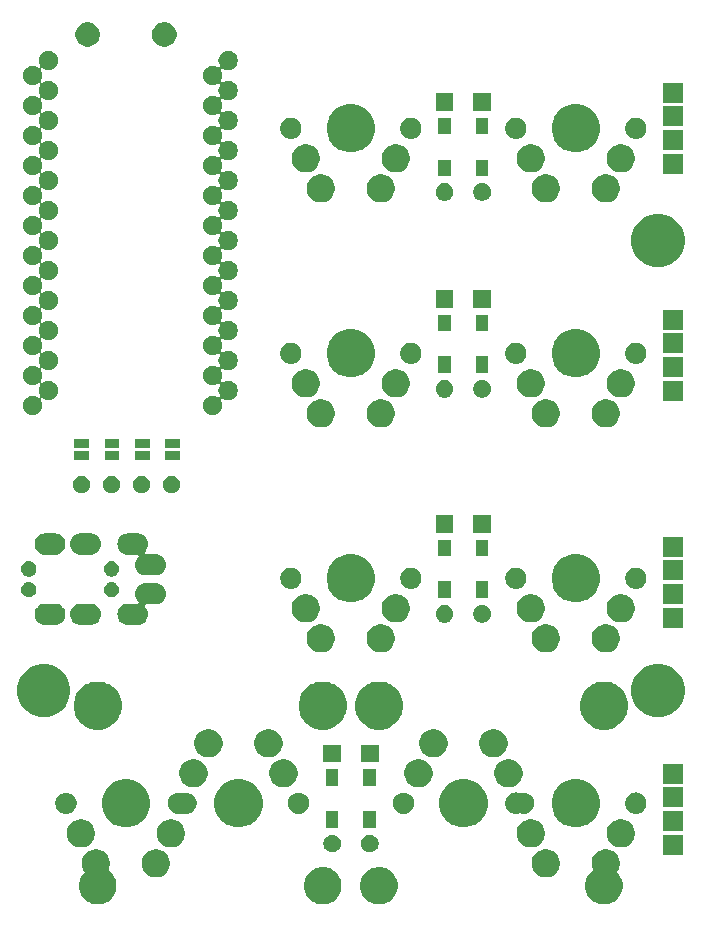
<source format=gbs>
G04 #@! TF.GenerationSoftware,KiCad,Pcbnew,5.1.4+dfsg1-1*
G04 #@! TF.CreationDate,2020-03-28T17:02:21+01:00*
G04 #@! TF.ProjectId,roni4x2split,726f6e69-3478-4327-9370-6c69742e6b69,rev?*
G04 #@! TF.SameCoordinates,Original*
G04 #@! TF.FileFunction,Soldermask,Bot*
G04 #@! TF.FilePolarity,Negative*
%FSLAX46Y46*%
G04 Gerber Fmt 4.6, Leading zero omitted, Abs format (unit mm)*
G04 Created by KiCad (PCBNEW 5.1.4+dfsg1-1) date 2020-03-28 17:02:21*
%MOMM*%
%LPD*%
G04 APERTURE LIST*
%ADD10C,0.100000*%
G04 APERTURE END LIST*
D10*
G36*
X140992076Y-83301884D02*
G01*
X141209369Y-83391890D01*
X141209371Y-83391891D01*
X141384668Y-83509021D01*
X141404930Y-83522560D01*
X141571240Y-83688870D01*
X141701910Y-83884431D01*
X141791916Y-84101724D01*
X141837800Y-84332400D01*
X141837800Y-84567600D01*
X141791916Y-84798276D01*
X141725408Y-84958839D01*
X141701909Y-85015571D01*
X141626188Y-85128896D01*
X141614639Y-85150501D01*
X141607526Y-85173950D01*
X141605124Y-85198336D01*
X141607526Y-85222723D01*
X141614639Y-85246171D01*
X141626190Y-85267782D01*
X141641730Y-85286719D01*
X141711207Y-85356196D01*
X141728876Y-85382640D01*
X141883572Y-85614159D01*
X142002298Y-85900790D01*
X142062824Y-86205075D01*
X142062824Y-86515325D01*
X142002298Y-86819610D01*
X141883572Y-87106241D01*
X141883571Y-87106242D01*
X141711207Y-87364204D01*
X141491828Y-87583583D01*
X141319463Y-87698753D01*
X141233865Y-87755948D01*
X141065961Y-87825496D01*
X140947235Y-87874674D01*
X140642949Y-87935200D01*
X140332699Y-87935200D01*
X140180557Y-87904937D01*
X140028413Y-87874674D01*
X139909687Y-87825496D01*
X139741783Y-87755948D01*
X139656185Y-87698753D01*
X139483820Y-87583583D01*
X139264441Y-87364204D01*
X139092077Y-87106242D01*
X139092076Y-87106241D01*
X138973350Y-86819610D01*
X138912824Y-86515325D01*
X138912824Y-86205075D01*
X138973350Y-85900790D01*
X139092076Y-85614159D01*
X139246772Y-85382640D01*
X139264441Y-85356196D01*
X139483820Y-85136817D01*
X139483823Y-85136815D01*
X139483825Y-85136813D01*
X139517648Y-85114213D01*
X139536590Y-85098668D01*
X139552135Y-85079726D01*
X139563686Y-85058115D01*
X139570799Y-85034666D01*
X139573201Y-85010280D01*
X139570799Y-84985894D01*
X139563686Y-84962446D01*
X139495684Y-84798276D01*
X139449800Y-84567600D01*
X139449800Y-84332400D01*
X139495684Y-84101724D01*
X139585690Y-83884431D01*
X139716360Y-83688870D01*
X139882670Y-83522560D01*
X139902932Y-83509021D01*
X140078229Y-83391891D01*
X140078231Y-83391890D01*
X140295524Y-83301884D01*
X140526200Y-83256000D01*
X140761400Y-83256000D01*
X140992076Y-83301884D01*
X140992076Y-83301884D01*
G37*
G36*
X121745043Y-84815463D02*
G01*
X121897187Y-84845726D01*
X122015913Y-84894904D01*
X122183817Y-84964452D01*
X122252403Y-85010280D01*
X122441780Y-85136817D01*
X122661159Y-85356196D01*
X122678828Y-85382640D01*
X122833524Y-85614159D01*
X122952250Y-85900790D01*
X123012776Y-86205075D01*
X123012776Y-86515325D01*
X122952250Y-86819610D01*
X122833524Y-87106241D01*
X122833523Y-87106242D01*
X122661159Y-87364204D01*
X122441780Y-87583583D01*
X122269415Y-87698753D01*
X122183817Y-87755948D01*
X122015913Y-87825496D01*
X121897187Y-87874674D01*
X121592901Y-87935200D01*
X121282651Y-87935200D01*
X121130509Y-87904937D01*
X120978365Y-87874674D01*
X120859639Y-87825496D01*
X120691735Y-87755948D01*
X120606137Y-87698753D01*
X120433772Y-87583583D01*
X120214393Y-87364204D01*
X120042029Y-87106242D01*
X120042028Y-87106241D01*
X119923302Y-86819610D01*
X119862776Y-86515325D01*
X119862776Y-86205075D01*
X119923302Y-85900790D01*
X120042028Y-85614159D01*
X120196724Y-85382640D01*
X120214393Y-85356196D01*
X120433772Y-85136817D01*
X120623149Y-85010280D01*
X120691735Y-84964452D01*
X120859639Y-84894904D01*
X120978365Y-84845726D01*
X121282651Y-84785200D01*
X121592901Y-84785200D01*
X121745043Y-84815463D01*
X121745043Y-84815463D01*
G37*
G36*
X97821028Y-83307084D02*
G01*
X98038321Y-83397090D01*
X98038323Y-83397091D01*
X98233882Y-83527760D01*
X98400192Y-83694070D01*
X98527388Y-83884431D01*
X98530862Y-83889631D01*
X98620868Y-84106924D01*
X98666752Y-84337600D01*
X98666752Y-84572800D01*
X98620868Y-84803477D01*
X98556515Y-84958839D01*
X98549402Y-84982288D01*
X98547000Y-85006674D01*
X98549402Y-85031060D01*
X98556515Y-85054509D01*
X98568066Y-85076120D01*
X98583612Y-85095062D01*
X98602549Y-85110604D01*
X98641780Y-85136817D01*
X98861159Y-85356196D01*
X98878828Y-85382640D01*
X99033524Y-85614159D01*
X99152250Y-85900790D01*
X99212776Y-86205075D01*
X99212776Y-86515325D01*
X99152250Y-86819610D01*
X99033524Y-87106241D01*
X99033523Y-87106242D01*
X98861159Y-87364204D01*
X98641780Y-87583583D01*
X98469415Y-87698753D01*
X98383817Y-87755948D01*
X98215913Y-87825496D01*
X98097187Y-87874674D01*
X97792901Y-87935200D01*
X97482651Y-87935200D01*
X97330509Y-87904937D01*
X97178365Y-87874674D01*
X97059639Y-87825496D01*
X96891735Y-87755948D01*
X96806137Y-87698753D01*
X96633772Y-87583583D01*
X96414393Y-87364204D01*
X96242029Y-87106242D01*
X96242028Y-87106241D01*
X96123302Y-86819610D01*
X96062776Y-86515325D01*
X96062776Y-86205075D01*
X96123302Y-85900790D01*
X96242028Y-85614159D01*
X96396724Y-85382640D01*
X96414393Y-85356196D01*
X96476363Y-85294226D01*
X96491903Y-85275290D01*
X96503454Y-85253679D01*
X96510567Y-85230230D01*
X96512969Y-85205844D01*
X96510567Y-85181458D01*
X96503454Y-85158009D01*
X96491903Y-85136398D01*
X96474670Y-85110607D01*
X96414643Y-85020771D01*
X96342137Y-84845726D01*
X96324636Y-84803476D01*
X96278752Y-84572800D01*
X96278752Y-84337600D01*
X96324636Y-84106924D01*
X96414642Y-83889631D01*
X96418117Y-83884431D01*
X96545312Y-83694070D01*
X96711622Y-83527760D01*
X96907181Y-83397091D01*
X96907183Y-83397090D01*
X97124476Y-83307084D01*
X97355152Y-83261200D01*
X97590352Y-83261200D01*
X97821028Y-83307084D01*
X97821028Y-83307084D01*
G37*
G36*
X116995091Y-84815463D02*
G01*
X117147235Y-84845726D01*
X117265961Y-84894904D01*
X117433865Y-84964452D01*
X117502451Y-85010280D01*
X117691828Y-85136817D01*
X117911207Y-85356196D01*
X117928876Y-85382640D01*
X118083572Y-85614159D01*
X118202298Y-85900790D01*
X118262824Y-86205075D01*
X118262824Y-86515325D01*
X118202298Y-86819610D01*
X118083572Y-87106241D01*
X118083571Y-87106242D01*
X117911207Y-87364204D01*
X117691828Y-87583583D01*
X117519463Y-87698753D01*
X117433865Y-87755948D01*
X117265961Y-87825496D01*
X117147235Y-87874674D01*
X116842949Y-87935200D01*
X116532699Y-87935200D01*
X116380557Y-87904937D01*
X116228413Y-87874674D01*
X116109687Y-87825496D01*
X115941783Y-87755948D01*
X115856185Y-87698753D01*
X115683820Y-87583583D01*
X115464441Y-87364204D01*
X115292077Y-87106242D01*
X115292076Y-87106241D01*
X115173350Y-86819610D01*
X115112824Y-86515325D01*
X115112824Y-86205075D01*
X115173350Y-85900790D01*
X115292076Y-85614159D01*
X115446772Y-85382640D01*
X115464441Y-85356196D01*
X115683820Y-85136817D01*
X115873197Y-85010280D01*
X115941783Y-84964452D01*
X116109687Y-84894904D01*
X116228413Y-84845726D01*
X116532699Y-84785200D01*
X116842949Y-84785200D01*
X116995091Y-84815463D01*
X116995091Y-84815463D01*
G37*
G36*
X102901028Y-83307084D02*
G01*
X103118321Y-83397090D01*
X103118323Y-83397091D01*
X103313882Y-83527760D01*
X103480192Y-83694070D01*
X103607388Y-83884431D01*
X103610862Y-83889631D01*
X103700868Y-84106924D01*
X103746752Y-84337600D01*
X103746752Y-84572800D01*
X103700868Y-84803476D01*
X103683367Y-84845726D01*
X103610861Y-85020771D01*
X103480192Y-85216330D01*
X103313882Y-85382640D01*
X103118323Y-85513309D01*
X103118322Y-85513310D01*
X103118321Y-85513310D01*
X102901028Y-85603316D01*
X102670352Y-85649200D01*
X102435152Y-85649200D01*
X102204476Y-85603316D01*
X101987183Y-85513310D01*
X101987182Y-85513310D01*
X101987181Y-85513309D01*
X101791622Y-85382640D01*
X101625312Y-85216330D01*
X101494643Y-85020771D01*
X101422137Y-84845726D01*
X101404636Y-84803476D01*
X101358752Y-84572800D01*
X101358752Y-84337600D01*
X101404636Y-84106924D01*
X101494642Y-83889631D01*
X101498117Y-83884431D01*
X101625312Y-83694070D01*
X101791622Y-83527760D01*
X101987181Y-83397091D01*
X101987183Y-83397090D01*
X102204476Y-83307084D01*
X102435152Y-83261200D01*
X102670352Y-83261200D01*
X102901028Y-83307084D01*
X102901028Y-83307084D01*
G37*
G36*
X135912076Y-83301884D02*
G01*
X136129369Y-83391890D01*
X136129371Y-83391891D01*
X136304668Y-83509021D01*
X136324930Y-83522560D01*
X136491240Y-83688870D01*
X136621910Y-83884431D01*
X136711916Y-84101724D01*
X136757800Y-84332400D01*
X136757800Y-84567600D01*
X136711916Y-84798276D01*
X136645408Y-84958839D01*
X136621909Y-85015571D01*
X136491240Y-85211130D01*
X136324930Y-85377440D01*
X136129371Y-85508109D01*
X136129370Y-85508110D01*
X136129369Y-85508110D01*
X135912076Y-85598116D01*
X135681400Y-85644000D01*
X135446200Y-85644000D01*
X135215524Y-85598116D01*
X134998231Y-85508110D01*
X134998230Y-85508110D01*
X134998229Y-85508109D01*
X134802670Y-85377440D01*
X134636360Y-85211130D01*
X134505691Y-85015571D01*
X134482192Y-84958839D01*
X134415684Y-84798276D01*
X134369800Y-84567600D01*
X134369800Y-84332400D01*
X134415684Y-84101724D01*
X134505690Y-83884431D01*
X134636360Y-83688870D01*
X134802670Y-83522560D01*
X134822932Y-83509021D01*
X134998229Y-83391891D01*
X134998231Y-83391890D01*
X135215524Y-83301884D01*
X135446200Y-83256000D01*
X135681400Y-83256000D01*
X135912076Y-83301884D01*
X135912076Y-83301884D01*
G37*
G36*
X147199025Y-83728400D02*
G01*
X145497025Y-83728400D01*
X145497025Y-82026400D01*
X147199025Y-82026400D01*
X147199025Y-83728400D01*
X147199025Y-83728400D01*
G37*
G36*
X117569721Y-82042923D02*
G01*
X117693917Y-82067626D01*
X117830318Y-82124125D01*
X117953075Y-82206149D01*
X118057471Y-82310545D01*
X118139495Y-82433302D01*
X118195994Y-82569703D01*
X118224796Y-82714505D01*
X118224796Y-82862143D01*
X118195994Y-83006945D01*
X118139495Y-83143346D01*
X118057471Y-83266103D01*
X117953075Y-83370499D01*
X117830318Y-83452523D01*
X117693917Y-83509022D01*
X117569721Y-83533725D01*
X117549116Y-83537824D01*
X117401476Y-83537824D01*
X117380871Y-83533725D01*
X117256675Y-83509022D01*
X117120274Y-83452523D01*
X116997517Y-83370499D01*
X116893121Y-83266103D01*
X116811097Y-83143346D01*
X116754598Y-83006945D01*
X116725796Y-82862143D01*
X116725796Y-82714505D01*
X116754598Y-82569703D01*
X116811097Y-82433302D01*
X116893121Y-82310545D01*
X116997517Y-82206149D01*
X117120274Y-82124125D01*
X117256675Y-82067626D01*
X117380871Y-82042923D01*
X117401476Y-82038824D01*
X117549116Y-82038824D01*
X117569721Y-82042923D01*
X117569721Y-82042923D01*
G37*
G36*
X120744729Y-82042923D02*
G01*
X120868925Y-82067626D01*
X121005326Y-82124125D01*
X121128083Y-82206149D01*
X121232479Y-82310545D01*
X121314503Y-82433302D01*
X121371002Y-82569703D01*
X121399804Y-82714505D01*
X121399804Y-82862143D01*
X121371002Y-83006945D01*
X121314503Y-83143346D01*
X121232479Y-83266103D01*
X121128083Y-83370499D01*
X121005326Y-83452523D01*
X120868925Y-83509022D01*
X120744729Y-83533725D01*
X120724124Y-83537824D01*
X120576484Y-83537824D01*
X120555879Y-83533725D01*
X120431683Y-83509022D01*
X120295282Y-83452523D01*
X120172525Y-83370499D01*
X120068129Y-83266103D01*
X119986105Y-83143346D01*
X119929606Y-83006945D01*
X119900804Y-82862143D01*
X119900804Y-82714505D01*
X119929606Y-82569703D01*
X119986105Y-82433302D01*
X120068129Y-82310545D01*
X120172525Y-82206149D01*
X120295282Y-82124125D01*
X120431683Y-82067626D01*
X120555879Y-82042923D01*
X120576484Y-82038824D01*
X120724124Y-82038824D01*
X120744729Y-82042923D01*
X120744729Y-82042923D01*
G37*
G36*
X104171028Y-80767084D02*
G01*
X104388321Y-80857090D01*
X104388323Y-80857091D01*
X104583882Y-80987760D01*
X104750192Y-81154070D01*
X104877388Y-81344431D01*
X104880862Y-81349631D01*
X104970868Y-81566924D01*
X105016752Y-81797600D01*
X105016752Y-82032800D01*
X104970868Y-82263476D01*
X104900522Y-82433305D01*
X104880861Y-82480771D01*
X104750192Y-82676330D01*
X104583882Y-82842640D01*
X104388323Y-82973309D01*
X104388322Y-82973310D01*
X104388321Y-82973310D01*
X104171028Y-83063316D01*
X103940352Y-83109200D01*
X103705152Y-83109200D01*
X103474476Y-83063316D01*
X103257183Y-82973310D01*
X103257182Y-82973310D01*
X103257181Y-82973309D01*
X103061622Y-82842640D01*
X102895312Y-82676330D01*
X102764643Y-82480771D01*
X102744982Y-82433305D01*
X102674636Y-82263476D01*
X102628752Y-82032800D01*
X102628752Y-81797600D01*
X102674636Y-81566924D01*
X102764642Y-81349631D01*
X102768117Y-81344431D01*
X102895312Y-81154070D01*
X103061622Y-80987760D01*
X103257181Y-80857091D01*
X103257183Y-80857090D01*
X103474476Y-80767084D01*
X103705152Y-80721200D01*
X103940352Y-80721200D01*
X104171028Y-80767084D01*
X104171028Y-80767084D01*
G37*
G36*
X96551028Y-80767084D02*
G01*
X96768321Y-80857090D01*
X96768323Y-80857091D01*
X96963882Y-80987760D01*
X97130192Y-81154070D01*
X97257388Y-81344431D01*
X97260862Y-81349631D01*
X97350868Y-81566924D01*
X97396752Y-81797600D01*
X97396752Y-82032800D01*
X97350868Y-82263476D01*
X97280522Y-82433305D01*
X97260861Y-82480771D01*
X97130192Y-82676330D01*
X96963882Y-82842640D01*
X96768323Y-82973309D01*
X96768322Y-82973310D01*
X96768321Y-82973310D01*
X96551028Y-83063316D01*
X96320352Y-83109200D01*
X96085152Y-83109200D01*
X95854476Y-83063316D01*
X95637183Y-82973310D01*
X95637182Y-82973310D01*
X95637181Y-82973309D01*
X95441622Y-82842640D01*
X95275312Y-82676330D01*
X95144643Y-82480771D01*
X95124982Y-82433305D01*
X95054636Y-82263476D01*
X95008752Y-82032800D01*
X95008752Y-81797600D01*
X95054636Y-81566924D01*
X95144642Y-81349631D01*
X95148117Y-81344431D01*
X95275312Y-81154070D01*
X95441622Y-80987760D01*
X95637181Y-80857091D01*
X95637183Y-80857090D01*
X95854476Y-80767084D01*
X96085152Y-80721200D01*
X96320352Y-80721200D01*
X96551028Y-80767084D01*
X96551028Y-80767084D01*
G37*
G36*
X134642076Y-80761884D02*
G01*
X134859369Y-80851890D01*
X134859371Y-80851891D01*
X135054930Y-80982560D01*
X135221240Y-81148870D01*
X135349963Y-81341516D01*
X135351910Y-81344431D01*
X135441916Y-81561724D01*
X135487800Y-81792400D01*
X135487800Y-82027600D01*
X135441916Y-82258276D01*
X135369416Y-82433305D01*
X135351909Y-82475571D01*
X135221240Y-82671130D01*
X135054930Y-82837440D01*
X134859371Y-82968109D01*
X134859370Y-82968110D01*
X134859369Y-82968110D01*
X134642076Y-83058116D01*
X134411400Y-83104000D01*
X134176200Y-83104000D01*
X133945524Y-83058116D01*
X133728231Y-82968110D01*
X133728230Y-82968110D01*
X133728229Y-82968109D01*
X133532670Y-82837440D01*
X133366360Y-82671130D01*
X133235691Y-82475571D01*
X133218184Y-82433305D01*
X133145684Y-82258276D01*
X133099800Y-82027600D01*
X133099800Y-81792400D01*
X133145684Y-81561724D01*
X133235690Y-81344431D01*
X133237638Y-81341516D01*
X133366360Y-81148870D01*
X133532670Y-80982560D01*
X133728229Y-80851891D01*
X133728231Y-80851890D01*
X133945524Y-80761884D01*
X134176200Y-80716000D01*
X134411400Y-80716000D01*
X134642076Y-80761884D01*
X134642076Y-80761884D01*
G37*
G36*
X142262076Y-80761884D02*
G01*
X142479369Y-80851890D01*
X142479371Y-80851891D01*
X142674930Y-80982560D01*
X142841240Y-81148870D01*
X142969963Y-81341516D01*
X142971910Y-81344431D01*
X143061916Y-81561724D01*
X143107800Y-81792400D01*
X143107800Y-82027600D01*
X143061916Y-82258276D01*
X142989416Y-82433305D01*
X142971909Y-82475571D01*
X142841240Y-82671130D01*
X142674930Y-82837440D01*
X142479371Y-82968109D01*
X142479370Y-82968110D01*
X142479369Y-82968110D01*
X142262076Y-83058116D01*
X142031400Y-83104000D01*
X141796200Y-83104000D01*
X141565524Y-83058116D01*
X141348231Y-82968110D01*
X141348230Y-82968110D01*
X141348229Y-82968109D01*
X141152670Y-82837440D01*
X140986360Y-82671130D01*
X140855691Y-82475571D01*
X140838184Y-82433305D01*
X140765684Y-82258276D01*
X140719800Y-82027600D01*
X140719800Y-81792400D01*
X140765684Y-81561724D01*
X140855690Y-81344431D01*
X140857638Y-81341516D01*
X140986360Y-81148870D01*
X141152670Y-80982560D01*
X141348229Y-80851891D01*
X141348231Y-80851890D01*
X141565524Y-80761884D01*
X141796200Y-80716000D01*
X142031400Y-80716000D01*
X142262076Y-80761884D01*
X142262076Y-80761884D01*
G37*
G36*
X147199025Y-81728400D02*
G01*
X145497025Y-81728400D01*
X145497025Y-80026400D01*
X147199025Y-80026400D01*
X147199025Y-81728400D01*
X147199025Y-81728400D01*
G37*
G36*
X118001296Y-81454324D02*
G01*
X116949296Y-81454324D01*
X116949296Y-80052324D01*
X118001296Y-80052324D01*
X118001296Y-81454324D01*
X118001296Y-81454324D01*
G37*
G36*
X121176304Y-81454324D02*
G01*
X120124304Y-81454324D01*
X120124304Y-80052324D01*
X121176304Y-80052324D01*
X121176304Y-81454324D01*
X121176304Y-81454324D01*
G37*
G36*
X129184298Y-77408884D02*
G01*
X129402298Y-77499183D01*
X129556447Y-77563033D01*
X129891372Y-77786823D01*
X130176201Y-78071652D01*
X130399991Y-78406577D01*
X130463841Y-78560726D01*
X130554140Y-78778726D01*
X130632724Y-79173794D01*
X130632724Y-79576606D01*
X130554140Y-79971674D01*
X130472300Y-80169253D01*
X130399991Y-80343823D01*
X130176201Y-80678748D01*
X129891372Y-80963577D01*
X129556447Y-81187367D01*
X129402298Y-81251217D01*
X129184298Y-81341516D01*
X128789230Y-81420100D01*
X128386418Y-81420100D01*
X127991350Y-81341516D01*
X127773350Y-81251217D01*
X127619201Y-81187367D01*
X127284276Y-80963577D01*
X126999447Y-80678748D01*
X126775657Y-80343823D01*
X126703348Y-80169253D01*
X126621508Y-79971674D01*
X126542924Y-79576606D01*
X126542924Y-79173794D01*
X126621508Y-78778726D01*
X126711807Y-78560726D01*
X126775657Y-78406577D01*
X126999447Y-78071652D01*
X127284276Y-77786823D01*
X127619201Y-77563033D01*
X127773350Y-77499183D01*
X127991350Y-77408884D01*
X128386418Y-77330300D01*
X128789230Y-77330300D01*
X129184298Y-77408884D01*
X129184298Y-77408884D01*
G37*
G36*
X100609226Y-77408884D02*
G01*
X100827226Y-77499183D01*
X100981375Y-77563033D01*
X101316300Y-77786823D01*
X101601129Y-78071652D01*
X101824919Y-78406577D01*
X101888769Y-78560726D01*
X101979068Y-78778726D01*
X102057652Y-79173794D01*
X102057652Y-79576606D01*
X101979068Y-79971674D01*
X101897228Y-80169253D01*
X101824919Y-80343823D01*
X101601129Y-80678748D01*
X101316300Y-80963577D01*
X100981375Y-81187367D01*
X100827226Y-81251217D01*
X100609226Y-81341516D01*
X100214158Y-81420100D01*
X99811346Y-81420100D01*
X99416278Y-81341516D01*
X99198278Y-81251217D01*
X99044129Y-81187367D01*
X98709204Y-80963577D01*
X98424375Y-80678748D01*
X98200585Y-80343823D01*
X98128276Y-80169253D01*
X98046436Y-79971674D01*
X97967852Y-79576606D01*
X97967852Y-79173794D01*
X98046436Y-78778726D01*
X98136735Y-78560726D01*
X98200585Y-78406577D01*
X98424375Y-78071652D01*
X98709204Y-77786823D01*
X99044129Y-77563033D01*
X99198278Y-77499183D01*
X99416278Y-77408884D01*
X99811346Y-77330300D01*
X100214158Y-77330300D01*
X100609226Y-77408884D01*
X100609226Y-77408884D01*
G37*
G36*
X110134250Y-77408884D02*
G01*
X110352250Y-77499183D01*
X110506399Y-77563033D01*
X110841324Y-77786823D01*
X111126153Y-78071652D01*
X111349943Y-78406577D01*
X111413793Y-78560726D01*
X111504092Y-78778726D01*
X111582676Y-79173794D01*
X111582676Y-79576606D01*
X111504092Y-79971674D01*
X111422252Y-80169253D01*
X111349943Y-80343823D01*
X111126153Y-80678748D01*
X110841324Y-80963577D01*
X110506399Y-81187367D01*
X110352250Y-81251217D01*
X110134250Y-81341516D01*
X109739182Y-81420100D01*
X109336370Y-81420100D01*
X108941302Y-81341516D01*
X108723302Y-81251217D01*
X108569153Y-81187367D01*
X108234228Y-80963577D01*
X107949399Y-80678748D01*
X107725609Y-80343823D01*
X107653300Y-80169253D01*
X107571460Y-79971674D01*
X107492876Y-79576606D01*
X107492876Y-79173794D01*
X107571460Y-78778726D01*
X107661759Y-78560726D01*
X107725609Y-78406577D01*
X107949399Y-78071652D01*
X108234228Y-77786823D01*
X108569153Y-77563033D01*
X108723302Y-77499183D01*
X108941302Y-77408884D01*
X109336370Y-77330300D01*
X109739182Y-77330300D01*
X110134250Y-77408884D01*
X110134250Y-77408884D01*
G37*
G36*
X138700274Y-77403684D02*
G01*
X138918274Y-77493983D01*
X139072423Y-77557833D01*
X139407348Y-77781623D01*
X139692177Y-78066452D01*
X139915967Y-78401377D01*
X139964190Y-78517798D01*
X140070116Y-78773526D01*
X140148700Y-79168594D01*
X140148700Y-79571406D01*
X140070116Y-79966474D01*
X139986122Y-80169253D01*
X139915967Y-80338623D01*
X139692177Y-80673548D01*
X139407348Y-80958377D01*
X139072423Y-81182167D01*
X138918274Y-81246017D01*
X138700274Y-81336316D01*
X138305206Y-81414900D01*
X137902394Y-81414900D01*
X137507326Y-81336316D01*
X137289326Y-81246017D01*
X137135177Y-81182167D01*
X136800252Y-80958377D01*
X136515423Y-80673548D01*
X136291633Y-80338623D01*
X136221478Y-80169253D01*
X136137484Y-79966474D01*
X136058900Y-79571406D01*
X136058900Y-79168594D01*
X136137484Y-78773526D01*
X136243410Y-78517798D01*
X136291633Y-78401377D01*
X136515423Y-78066452D01*
X136800252Y-77781623D01*
X137135177Y-77557833D01*
X137289326Y-77493983D01*
X137507326Y-77403684D01*
X137902394Y-77325100D01*
X138305206Y-77325100D01*
X138700274Y-77403684D01*
X138700274Y-77403684D01*
G37*
G36*
X123683776Y-78490630D02*
G01*
X123770899Y-78507959D01*
X123880322Y-78553284D01*
X123935035Y-78575947D01*
X124074967Y-78669446D01*
X124082752Y-78674648D01*
X124208376Y-78800272D01*
X124208378Y-78800275D01*
X124307077Y-78947989D01*
X124307077Y-78947990D01*
X124375065Y-79112125D01*
X124375065Y-79112127D01*
X124408690Y-79281169D01*
X124409724Y-79286371D01*
X124409724Y-79464029D01*
X124375065Y-79638275D01*
X124337733Y-79728400D01*
X124307077Y-79802411D01*
X124209041Y-79949133D01*
X124208376Y-79950128D01*
X124082752Y-80075752D01*
X124082749Y-80075754D01*
X123935035Y-80174453D01*
X123880322Y-80197116D01*
X123770899Y-80242441D01*
X123683776Y-80259771D01*
X123596655Y-80277100D01*
X123418993Y-80277100D01*
X123331872Y-80259771D01*
X123244749Y-80242441D01*
X123135326Y-80197116D01*
X123080613Y-80174453D01*
X122932899Y-80075754D01*
X122932896Y-80075752D01*
X122807272Y-79950128D01*
X122806607Y-79949133D01*
X122708571Y-79802411D01*
X122677915Y-79728400D01*
X122640583Y-79638275D01*
X122605924Y-79464029D01*
X122605924Y-79286371D01*
X122606959Y-79281169D01*
X122640583Y-79112127D01*
X122640583Y-79112125D01*
X122708571Y-78947990D01*
X122708571Y-78947989D01*
X122807270Y-78800275D01*
X122807272Y-78800272D01*
X122932896Y-78674648D01*
X122940681Y-78669446D01*
X123080613Y-78575947D01*
X123135326Y-78553284D01*
X123244749Y-78507959D01*
X123331872Y-78490630D01*
X123418993Y-78473300D01*
X123596655Y-78473300D01*
X123683776Y-78490630D01*
X123683776Y-78490630D01*
G37*
G36*
X133170448Y-78479601D02*
G01*
X133286875Y-78502759D01*
X133299429Y-78507959D01*
X133304255Y-78509958D01*
X133327704Y-78517071D01*
X133352090Y-78519473D01*
X133376476Y-78517071D01*
X133399917Y-78509961D01*
X133404749Y-78507959D01*
X133491872Y-78490630D01*
X133578993Y-78473300D01*
X133756655Y-78473300D01*
X133843776Y-78490630D01*
X133930899Y-78507959D01*
X134040322Y-78553284D01*
X134095035Y-78575947D01*
X134234967Y-78669446D01*
X134242752Y-78674648D01*
X134368376Y-78800272D01*
X134368378Y-78800275D01*
X134467077Y-78947989D01*
X134467077Y-78947990D01*
X134535065Y-79112125D01*
X134535065Y-79112127D01*
X134568690Y-79281169D01*
X134569724Y-79286371D01*
X134569724Y-79464029D01*
X134535065Y-79638275D01*
X134497733Y-79728400D01*
X134467077Y-79802411D01*
X134369041Y-79949133D01*
X134368376Y-79950128D01*
X134242752Y-80075752D01*
X134242749Y-80075754D01*
X134095035Y-80174453D01*
X134040322Y-80197116D01*
X133930899Y-80242441D01*
X133843776Y-80259770D01*
X133756655Y-80277100D01*
X133578993Y-80277100D01*
X133521176Y-80265599D01*
X133404749Y-80242441D01*
X133387370Y-80235242D01*
X133363920Y-80228129D01*
X133339534Y-80225727D01*
X133315148Y-80228129D01*
X133291707Y-80235239D01*
X133286875Y-80237241D01*
X133199752Y-80254570D01*
X133112631Y-80271900D01*
X132934969Y-80271900D01*
X132847848Y-80254570D01*
X132760725Y-80237241D01*
X132651302Y-80191916D01*
X132596589Y-80169253D01*
X132448875Y-80070554D01*
X132448872Y-80070552D01*
X132323248Y-79944928D01*
X132228021Y-79802410D01*
X132224547Y-79797211D01*
X132196045Y-79728400D01*
X132156559Y-79633075D01*
X132139229Y-79545952D01*
X132121900Y-79458831D01*
X132121900Y-79281169D01*
X132144293Y-79168594D01*
X132156559Y-79106925D01*
X132224547Y-78942790D01*
X132224547Y-78942789D01*
X132323246Y-78795075D01*
X132323248Y-78795072D01*
X132448872Y-78669448D01*
X132449867Y-78668783D01*
X132596589Y-78570747D01*
X132651302Y-78548084D01*
X132760725Y-78502759D01*
X132847848Y-78485430D01*
X132934969Y-78468100D01*
X133112631Y-78468100D01*
X133170448Y-78479601D01*
X133170448Y-78479601D01*
G37*
G36*
X114793728Y-78490630D02*
G01*
X114880851Y-78507959D01*
X114990274Y-78553284D01*
X115044987Y-78575947D01*
X115184919Y-78669446D01*
X115192704Y-78674648D01*
X115318328Y-78800272D01*
X115318330Y-78800275D01*
X115417029Y-78947989D01*
X115417029Y-78947990D01*
X115485017Y-79112125D01*
X115485017Y-79112127D01*
X115518642Y-79281169D01*
X115519676Y-79286371D01*
X115519676Y-79464029D01*
X115485017Y-79638275D01*
X115447685Y-79728400D01*
X115417029Y-79802411D01*
X115318993Y-79949133D01*
X115318328Y-79950128D01*
X115192704Y-80075752D01*
X115192701Y-80075754D01*
X115044987Y-80174453D01*
X114990274Y-80197116D01*
X114880851Y-80242441D01*
X114793728Y-80259771D01*
X114706607Y-80277100D01*
X114528945Y-80277100D01*
X114441824Y-80259771D01*
X114354701Y-80242441D01*
X114245278Y-80197116D01*
X114190565Y-80174453D01*
X114042851Y-80075754D01*
X114042848Y-80075752D01*
X113917224Y-79950128D01*
X113916559Y-79949133D01*
X113818523Y-79802411D01*
X113787867Y-79728400D01*
X113750535Y-79638275D01*
X113715876Y-79464029D01*
X113715876Y-79286371D01*
X113716911Y-79281169D01*
X113750535Y-79112127D01*
X113750535Y-79112125D01*
X113818523Y-78947990D01*
X113818523Y-78947989D01*
X113917222Y-78800275D01*
X113917224Y-78800272D01*
X114042848Y-78674648D01*
X114050633Y-78669446D01*
X114190565Y-78575947D01*
X114245278Y-78553284D01*
X114354701Y-78507959D01*
X114441824Y-78490630D01*
X114528945Y-78473300D01*
X114706607Y-78473300D01*
X114793728Y-78490630D01*
X114793728Y-78490630D01*
G37*
G36*
X95108704Y-78490630D02*
G01*
X95195827Y-78507959D01*
X95305250Y-78553284D01*
X95359963Y-78575947D01*
X95499895Y-78669446D01*
X95507680Y-78674648D01*
X95633304Y-78800272D01*
X95633306Y-78800275D01*
X95732005Y-78947989D01*
X95732005Y-78947990D01*
X95799993Y-79112125D01*
X95799993Y-79112127D01*
X95833618Y-79281169D01*
X95834652Y-79286371D01*
X95834652Y-79464029D01*
X95799993Y-79638275D01*
X95762661Y-79728400D01*
X95732005Y-79802411D01*
X95633969Y-79949133D01*
X95633304Y-79950128D01*
X95507680Y-80075752D01*
X95507677Y-80075754D01*
X95359963Y-80174453D01*
X95305250Y-80197116D01*
X95195827Y-80242441D01*
X95108704Y-80259771D01*
X95021583Y-80277100D01*
X94843921Y-80277100D01*
X94756800Y-80259771D01*
X94669677Y-80242441D01*
X94560254Y-80197116D01*
X94505541Y-80174453D01*
X94357827Y-80075754D01*
X94357824Y-80075752D01*
X94232200Y-79950128D01*
X94231535Y-79949133D01*
X94133499Y-79802411D01*
X94102843Y-79728400D01*
X94065511Y-79638275D01*
X94030852Y-79464029D01*
X94030852Y-79286371D01*
X94031887Y-79281169D01*
X94065511Y-79112127D01*
X94065511Y-79112125D01*
X94133499Y-78947990D01*
X94133499Y-78947989D01*
X94232198Y-78800275D01*
X94232200Y-78800272D01*
X94357824Y-78674648D01*
X94365609Y-78669446D01*
X94505541Y-78575947D01*
X94560254Y-78553284D01*
X94669677Y-78507959D01*
X94756800Y-78490630D01*
X94843921Y-78473300D01*
X95021583Y-78473300D01*
X95108704Y-78490630D01*
X95108704Y-78490630D01*
G37*
G36*
X104662769Y-78496406D02*
G01*
X104720851Y-78507959D01*
X104727435Y-78510686D01*
X104750880Y-78517798D01*
X104775266Y-78520199D01*
X104799652Y-78517797D01*
X104823093Y-78510686D01*
X104829677Y-78507959D01*
X104887759Y-78496406D01*
X105003921Y-78473300D01*
X105181583Y-78473300D01*
X105268704Y-78490630D01*
X105355827Y-78507959D01*
X105465250Y-78553284D01*
X105519963Y-78575947D01*
X105659895Y-78669446D01*
X105667680Y-78674648D01*
X105793304Y-78800272D01*
X105793306Y-78800275D01*
X105892005Y-78947989D01*
X105892005Y-78947990D01*
X105959993Y-79112125D01*
X105959993Y-79112127D01*
X105993618Y-79281169D01*
X105994652Y-79286371D01*
X105994652Y-79464029D01*
X105959993Y-79638275D01*
X105922661Y-79728400D01*
X105892005Y-79802411D01*
X105793969Y-79949133D01*
X105793304Y-79950128D01*
X105667680Y-80075752D01*
X105667677Y-80075754D01*
X105519963Y-80174453D01*
X105465250Y-80197116D01*
X105355827Y-80242441D01*
X105268704Y-80259771D01*
X105181583Y-80277100D01*
X105003921Y-80277100D01*
X104887759Y-80253994D01*
X104829677Y-80242441D01*
X104823093Y-80239714D01*
X104799648Y-80232602D01*
X104775262Y-80230201D01*
X104750876Y-80232603D01*
X104727435Y-80239714D01*
X104720851Y-80242441D01*
X104662769Y-80253994D01*
X104546607Y-80277100D01*
X104368945Y-80277100D01*
X104281824Y-80259771D01*
X104194701Y-80242441D01*
X104085278Y-80197116D01*
X104030565Y-80174453D01*
X103882851Y-80075754D01*
X103882848Y-80075752D01*
X103757224Y-79950128D01*
X103756559Y-79949133D01*
X103658523Y-79802411D01*
X103627867Y-79728400D01*
X103590535Y-79638275D01*
X103555876Y-79464029D01*
X103555876Y-79286371D01*
X103556911Y-79281169D01*
X103590535Y-79112127D01*
X103590535Y-79112125D01*
X103658523Y-78947990D01*
X103658523Y-78947989D01*
X103757222Y-78800275D01*
X103757224Y-78800272D01*
X103882848Y-78674648D01*
X103890633Y-78669446D01*
X104030565Y-78575947D01*
X104085278Y-78553284D01*
X104194701Y-78507959D01*
X104281824Y-78490630D01*
X104368945Y-78473300D01*
X104546607Y-78473300D01*
X104662769Y-78496406D01*
X104662769Y-78496406D01*
G37*
G36*
X143359752Y-78485430D02*
G01*
X143446875Y-78502759D01*
X143556298Y-78548084D01*
X143611011Y-78570747D01*
X143757733Y-78668783D01*
X143758728Y-78669448D01*
X143884352Y-78795072D01*
X143884354Y-78795075D01*
X143983053Y-78942789D01*
X143983053Y-78942790D01*
X144051041Y-79106925D01*
X144063307Y-79168594D01*
X144085700Y-79281169D01*
X144085700Y-79458831D01*
X144068370Y-79545952D01*
X144051041Y-79633075D01*
X144011555Y-79728400D01*
X143983053Y-79797211D01*
X143979579Y-79802410D01*
X143884352Y-79944928D01*
X143758728Y-80070552D01*
X143758725Y-80070554D01*
X143611011Y-80169253D01*
X143556298Y-80191916D01*
X143446875Y-80237241D01*
X143359752Y-80254570D01*
X143272631Y-80271900D01*
X143094969Y-80271900D01*
X143007848Y-80254570D01*
X142920725Y-80237241D01*
X142811302Y-80191916D01*
X142756589Y-80169253D01*
X142608875Y-80070554D01*
X142608872Y-80070552D01*
X142483248Y-79944928D01*
X142388021Y-79802410D01*
X142384547Y-79797211D01*
X142356045Y-79728400D01*
X142316559Y-79633075D01*
X142299229Y-79545952D01*
X142281900Y-79458831D01*
X142281900Y-79281169D01*
X142304293Y-79168594D01*
X142316559Y-79106925D01*
X142384547Y-78942790D01*
X142384547Y-78942789D01*
X142483246Y-78795075D01*
X142483248Y-78795072D01*
X142608872Y-78669448D01*
X142609867Y-78668783D01*
X142756589Y-78570747D01*
X142811302Y-78548084D01*
X142920725Y-78502759D01*
X143007848Y-78485430D01*
X143094969Y-78468100D01*
X143272631Y-78468100D01*
X143359752Y-78485430D01*
X143359752Y-78485430D01*
G37*
G36*
X147199025Y-79728400D02*
G01*
X145497025Y-79728400D01*
X145497025Y-78026400D01*
X147199025Y-78026400D01*
X147199025Y-79728400D01*
X147199025Y-79728400D01*
G37*
G36*
X125126100Y-75687084D02*
G01*
X125343393Y-75777090D01*
X125343395Y-75777091D01*
X125538954Y-75907760D01*
X125705264Y-76074070D01*
X125835934Y-76269631D01*
X125925940Y-76486924D01*
X125971824Y-76717600D01*
X125971824Y-76952800D01*
X125925940Y-77183476D01*
X125867277Y-77325100D01*
X125835933Y-77400771D01*
X125705264Y-77596330D01*
X125538954Y-77762640D01*
X125343395Y-77893309D01*
X125343394Y-77893310D01*
X125343393Y-77893310D01*
X125126100Y-77983316D01*
X124895424Y-78029200D01*
X124660224Y-78029200D01*
X124429548Y-77983316D01*
X124212255Y-77893310D01*
X124212254Y-77893310D01*
X124212253Y-77893309D01*
X124016694Y-77762640D01*
X123850384Y-77596330D01*
X123719715Y-77400771D01*
X123688371Y-77325100D01*
X123629708Y-77183476D01*
X123583824Y-76952800D01*
X123583824Y-76717600D01*
X123629708Y-76486924D01*
X123719714Y-76269631D01*
X123850384Y-76074070D01*
X124016694Y-75907760D01*
X124212253Y-75777091D01*
X124212255Y-75777090D01*
X124429548Y-75687084D01*
X124660224Y-75641200D01*
X124895424Y-75641200D01*
X125126100Y-75687084D01*
X125126100Y-75687084D01*
G37*
G36*
X132746100Y-75687084D02*
G01*
X132963393Y-75777090D01*
X132963395Y-75777091D01*
X133158954Y-75907760D01*
X133325264Y-76074070D01*
X133455934Y-76269631D01*
X133545940Y-76486924D01*
X133591824Y-76717600D01*
X133591824Y-76952800D01*
X133545940Y-77183476D01*
X133487277Y-77325100D01*
X133455933Y-77400771D01*
X133325264Y-77596330D01*
X133158954Y-77762640D01*
X132963395Y-77893309D01*
X132963394Y-77893310D01*
X132963393Y-77893310D01*
X132746100Y-77983316D01*
X132515424Y-78029200D01*
X132280224Y-78029200D01*
X132049548Y-77983316D01*
X131832255Y-77893310D01*
X131832254Y-77893310D01*
X131832253Y-77893309D01*
X131636694Y-77762640D01*
X131470384Y-77596330D01*
X131339715Y-77400771D01*
X131308371Y-77325100D01*
X131249708Y-77183476D01*
X131203824Y-76952800D01*
X131203824Y-76717600D01*
X131249708Y-76486924D01*
X131339714Y-76269631D01*
X131470384Y-76074070D01*
X131636694Y-75907760D01*
X131832253Y-75777091D01*
X131832255Y-75777090D01*
X132049548Y-75687084D01*
X132280224Y-75641200D01*
X132515424Y-75641200D01*
X132746100Y-75687084D01*
X132746100Y-75687084D01*
G37*
G36*
X106076052Y-75687084D02*
G01*
X106293345Y-75777090D01*
X106293347Y-75777091D01*
X106488906Y-75907760D01*
X106655216Y-76074070D01*
X106785886Y-76269631D01*
X106875892Y-76486924D01*
X106921776Y-76717600D01*
X106921776Y-76952800D01*
X106875892Y-77183476D01*
X106817229Y-77325100D01*
X106785885Y-77400771D01*
X106655216Y-77596330D01*
X106488906Y-77762640D01*
X106293347Y-77893309D01*
X106293346Y-77893310D01*
X106293345Y-77893310D01*
X106076052Y-77983316D01*
X105845376Y-78029200D01*
X105610176Y-78029200D01*
X105379500Y-77983316D01*
X105162207Y-77893310D01*
X105162206Y-77893310D01*
X105162205Y-77893309D01*
X104966646Y-77762640D01*
X104800336Y-77596330D01*
X104669667Y-77400771D01*
X104638323Y-77325100D01*
X104579660Y-77183476D01*
X104533776Y-76952800D01*
X104533776Y-76717600D01*
X104579660Y-76486924D01*
X104669666Y-76269631D01*
X104800336Y-76074070D01*
X104966646Y-75907760D01*
X105162205Y-75777091D01*
X105162207Y-75777090D01*
X105379500Y-75687084D01*
X105610176Y-75641200D01*
X105845376Y-75641200D01*
X106076052Y-75687084D01*
X106076052Y-75687084D01*
G37*
G36*
X113696052Y-75687084D02*
G01*
X113913345Y-75777090D01*
X113913347Y-75777091D01*
X114108906Y-75907760D01*
X114275216Y-76074070D01*
X114405886Y-76269631D01*
X114495892Y-76486924D01*
X114541776Y-76717600D01*
X114541776Y-76952800D01*
X114495892Y-77183476D01*
X114437229Y-77325100D01*
X114405885Y-77400771D01*
X114275216Y-77596330D01*
X114108906Y-77762640D01*
X113913347Y-77893309D01*
X113913346Y-77893310D01*
X113913345Y-77893310D01*
X113696052Y-77983316D01*
X113465376Y-78029200D01*
X113230176Y-78029200D01*
X112999500Y-77983316D01*
X112782207Y-77893310D01*
X112782206Y-77893310D01*
X112782205Y-77893309D01*
X112586646Y-77762640D01*
X112420336Y-77596330D01*
X112289667Y-77400771D01*
X112258323Y-77325100D01*
X112199660Y-77183476D01*
X112153776Y-76952800D01*
X112153776Y-76717600D01*
X112199660Y-76486924D01*
X112289666Y-76269631D01*
X112420336Y-76074070D01*
X112586646Y-75907760D01*
X112782205Y-75777091D01*
X112782207Y-75777090D01*
X112999500Y-75687084D01*
X113230176Y-75641200D01*
X113465376Y-75641200D01*
X113696052Y-75687084D01*
X113696052Y-75687084D01*
G37*
G36*
X118001296Y-77904324D02*
G01*
X116949296Y-77904324D01*
X116949296Y-76502324D01*
X118001296Y-76502324D01*
X118001296Y-77904324D01*
X118001296Y-77904324D01*
G37*
G36*
X121176304Y-77904324D02*
G01*
X120124304Y-77904324D01*
X120124304Y-76502324D01*
X121176304Y-76502324D01*
X121176304Y-77904324D01*
X121176304Y-77904324D01*
G37*
G36*
X147199025Y-77728400D02*
G01*
X145497025Y-77728400D01*
X145497025Y-76026400D01*
X147199025Y-76026400D01*
X147199025Y-77728400D01*
X147199025Y-77728400D01*
G37*
G36*
X121399804Y-75917824D02*
G01*
X119900804Y-75917824D01*
X119900804Y-74418824D01*
X121399804Y-74418824D01*
X121399804Y-75917824D01*
X121399804Y-75917824D01*
G37*
G36*
X118224796Y-75917824D02*
G01*
X116725796Y-75917824D01*
X116725796Y-74418824D01*
X118224796Y-74418824D01*
X118224796Y-75917824D01*
X118224796Y-75917824D01*
G37*
G36*
X112426052Y-73147084D02*
G01*
X112643345Y-73237090D01*
X112643347Y-73237091D01*
X112838906Y-73367760D01*
X113005216Y-73534070D01*
X113135886Y-73729631D01*
X113225892Y-73946924D01*
X113271776Y-74177600D01*
X113271776Y-74412800D01*
X113225892Y-74643476D01*
X113135886Y-74860769D01*
X113135885Y-74860771D01*
X113005216Y-75056330D01*
X112838906Y-75222640D01*
X112643347Y-75353309D01*
X112643346Y-75353310D01*
X112643345Y-75353310D01*
X112426052Y-75443316D01*
X112195376Y-75489200D01*
X111960176Y-75489200D01*
X111729500Y-75443316D01*
X111512207Y-75353310D01*
X111512206Y-75353310D01*
X111512205Y-75353309D01*
X111316646Y-75222640D01*
X111150336Y-75056330D01*
X111019667Y-74860771D01*
X111019666Y-74860769D01*
X110929660Y-74643476D01*
X110883776Y-74412800D01*
X110883776Y-74177600D01*
X110929660Y-73946924D01*
X111019666Y-73729631D01*
X111150336Y-73534070D01*
X111316646Y-73367760D01*
X111512205Y-73237091D01*
X111512207Y-73237090D01*
X111729500Y-73147084D01*
X111960176Y-73101200D01*
X112195376Y-73101200D01*
X112426052Y-73147084D01*
X112426052Y-73147084D01*
G37*
G36*
X107346052Y-73147084D02*
G01*
X107563345Y-73237090D01*
X107563347Y-73237091D01*
X107758906Y-73367760D01*
X107925216Y-73534070D01*
X108055886Y-73729631D01*
X108145892Y-73946924D01*
X108191776Y-74177600D01*
X108191776Y-74412800D01*
X108145892Y-74643476D01*
X108055886Y-74860769D01*
X108055885Y-74860771D01*
X107925216Y-75056330D01*
X107758906Y-75222640D01*
X107563347Y-75353309D01*
X107563346Y-75353310D01*
X107563345Y-75353310D01*
X107346052Y-75443316D01*
X107115376Y-75489200D01*
X106880176Y-75489200D01*
X106649500Y-75443316D01*
X106432207Y-75353310D01*
X106432206Y-75353310D01*
X106432205Y-75353309D01*
X106236646Y-75222640D01*
X106070336Y-75056330D01*
X105939667Y-74860771D01*
X105939666Y-74860769D01*
X105849660Y-74643476D01*
X105803776Y-74412800D01*
X105803776Y-74177600D01*
X105849660Y-73946924D01*
X105939666Y-73729631D01*
X106070336Y-73534070D01*
X106236646Y-73367760D01*
X106432205Y-73237091D01*
X106432207Y-73237090D01*
X106649500Y-73147084D01*
X106880176Y-73101200D01*
X107115376Y-73101200D01*
X107346052Y-73147084D01*
X107346052Y-73147084D01*
G37*
G36*
X126396100Y-73147084D02*
G01*
X126613393Y-73237090D01*
X126613395Y-73237091D01*
X126808954Y-73367760D01*
X126975264Y-73534070D01*
X127105934Y-73729631D01*
X127195940Y-73946924D01*
X127241824Y-74177600D01*
X127241824Y-74412800D01*
X127195940Y-74643476D01*
X127105934Y-74860769D01*
X127105933Y-74860771D01*
X126975264Y-75056330D01*
X126808954Y-75222640D01*
X126613395Y-75353309D01*
X126613394Y-75353310D01*
X126613393Y-75353310D01*
X126396100Y-75443316D01*
X126165424Y-75489200D01*
X125930224Y-75489200D01*
X125699548Y-75443316D01*
X125482255Y-75353310D01*
X125482254Y-75353310D01*
X125482253Y-75353309D01*
X125286694Y-75222640D01*
X125120384Y-75056330D01*
X124989715Y-74860771D01*
X124989714Y-74860769D01*
X124899708Y-74643476D01*
X124853824Y-74412800D01*
X124853824Y-74177600D01*
X124899708Y-73946924D01*
X124989714Y-73729631D01*
X125120384Y-73534070D01*
X125286694Y-73367760D01*
X125482253Y-73237091D01*
X125482255Y-73237090D01*
X125699548Y-73147084D01*
X125930224Y-73101200D01*
X126165424Y-73101200D01*
X126396100Y-73147084D01*
X126396100Y-73147084D01*
G37*
G36*
X131476100Y-73147084D02*
G01*
X131693393Y-73237090D01*
X131693395Y-73237091D01*
X131888954Y-73367760D01*
X132055264Y-73534070D01*
X132185934Y-73729631D01*
X132275940Y-73946924D01*
X132321824Y-74177600D01*
X132321824Y-74412800D01*
X132275940Y-74643476D01*
X132185934Y-74860769D01*
X132185933Y-74860771D01*
X132055264Y-75056330D01*
X131888954Y-75222640D01*
X131693395Y-75353309D01*
X131693394Y-75353310D01*
X131693393Y-75353310D01*
X131476100Y-75443316D01*
X131245424Y-75489200D01*
X131010224Y-75489200D01*
X130779548Y-75443316D01*
X130562255Y-75353310D01*
X130562254Y-75353310D01*
X130562253Y-75353309D01*
X130366694Y-75222640D01*
X130200384Y-75056330D01*
X130069715Y-74860771D01*
X130069714Y-74860769D01*
X129979708Y-74643476D01*
X129933824Y-74412800D01*
X129933824Y-74177600D01*
X129979708Y-73946924D01*
X130069714Y-73729631D01*
X130200384Y-73534070D01*
X130366694Y-73367760D01*
X130562253Y-73237091D01*
X130562255Y-73237090D01*
X130779548Y-73147084D01*
X131010224Y-73101200D01*
X131245424Y-73101200D01*
X131476100Y-73147084D01*
X131476100Y-73147084D01*
G37*
G36*
X141084298Y-69153884D02*
G01*
X141302298Y-69244183D01*
X141456447Y-69308033D01*
X141791372Y-69531823D01*
X142076201Y-69816652D01*
X142299991Y-70151577D01*
X142299991Y-70151578D01*
X142454140Y-70523726D01*
X142532724Y-70918794D01*
X142532724Y-71321606D01*
X142454140Y-71716674D01*
X142400991Y-71844987D01*
X142299991Y-72088823D01*
X142076201Y-72423748D01*
X141791372Y-72708577D01*
X141456447Y-72932367D01*
X141302298Y-72996217D01*
X141084298Y-73086516D01*
X140689230Y-73165100D01*
X140286418Y-73165100D01*
X139891350Y-73086516D01*
X139673350Y-72996217D01*
X139519201Y-72932367D01*
X139184276Y-72708577D01*
X138899447Y-72423748D01*
X138675657Y-72088823D01*
X138574657Y-71844987D01*
X138521508Y-71716674D01*
X138442924Y-71321606D01*
X138442924Y-70918794D01*
X138521508Y-70523726D01*
X138675657Y-70151578D01*
X138675657Y-70151577D01*
X138899447Y-69816652D01*
X139184276Y-69531823D01*
X139519201Y-69308033D01*
X139673350Y-69244183D01*
X139891350Y-69153884D01*
X140286418Y-69075300D01*
X140689230Y-69075300D01*
X141084298Y-69153884D01*
X141084298Y-69153884D01*
G37*
G36*
X122034250Y-69153884D02*
G01*
X122252250Y-69244183D01*
X122406399Y-69308033D01*
X122741324Y-69531823D01*
X123026153Y-69816652D01*
X123249943Y-70151577D01*
X123249943Y-70151578D01*
X123404092Y-70523726D01*
X123482676Y-70918794D01*
X123482676Y-71321606D01*
X123404092Y-71716674D01*
X123350943Y-71844987D01*
X123249943Y-72088823D01*
X123026153Y-72423748D01*
X122741324Y-72708577D01*
X122406399Y-72932367D01*
X122252250Y-72996217D01*
X122034250Y-73086516D01*
X121639182Y-73165100D01*
X121236370Y-73165100D01*
X120841302Y-73086516D01*
X120623302Y-72996217D01*
X120469153Y-72932367D01*
X120134228Y-72708577D01*
X119849399Y-72423748D01*
X119625609Y-72088823D01*
X119524609Y-71844987D01*
X119471460Y-71716674D01*
X119392876Y-71321606D01*
X119392876Y-70918794D01*
X119471460Y-70523726D01*
X119625609Y-70151578D01*
X119625609Y-70151577D01*
X119849399Y-69816652D01*
X120134228Y-69531823D01*
X120469153Y-69308033D01*
X120623302Y-69244183D01*
X120841302Y-69153884D01*
X121236370Y-69075300D01*
X121639182Y-69075300D01*
X122034250Y-69153884D01*
X122034250Y-69153884D01*
G37*
G36*
X117284298Y-69153884D02*
G01*
X117502298Y-69244183D01*
X117656447Y-69308033D01*
X117991372Y-69531823D01*
X118276201Y-69816652D01*
X118499991Y-70151577D01*
X118499991Y-70151578D01*
X118654140Y-70523726D01*
X118732724Y-70918794D01*
X118732724Y-71321606D01*
X118654140Y-71716674D01*
X118600991Y-71844987D01*
X118499991Y-72088823D01*
X118276201Y-72423748D01*
X117991372Y-72708577D01*
X117656447Y-72932367D01*
X117502298Y-72996217D01*
X117284298Y-73086516D01*
X116889230Y-73165100D01*
X116486418Y-73165100D01*
X116091350Y-73086516D01*
X115873350Y-72996217D01*
X115719201Y-72932367D01*
X115384276Y-72708577D01*
X115099447Y-72423748D01*
X114875657Y-72088823D01*
X114774657Y-71844987D01*
X114721508Y-71716674D01*
X114642924Y-71321606D01*
X114642924Y-70918794D01*
X114721508Y-70523726D01*
X114875657Y-70151578D01*
X114875657Y-70151577D01*
X115099447Y-69816652D01*
X115384276Y-69531823D01*
X115719201Y-69308033D01*
X115873350Y-69244183D01*
X116091350Y-69153884D01*
X116486418Y-69075300D01*
X116889230Y-69075300D01*
X117284298Y-69153884D01*
X117284298Y-69153884D01*
G37*
G36*
X98234250Y-69153884D02*
G01*
X98452250Y-69244183D01*
X98606399Y-69308033D01*
X98941324Y-69531823D01*
X99226153Y-69816652D01*
X99449943Y-70151577D01*
X99449943Y-70151578D01*
X99604092Y-70523726D01*
X99682676Y-70918794D01*
X99682676Y-71321606D01*
X99604092Y-71716674D01*
X99550943Y-71844987D01*
X99449943Y-72088823D01*
X99226153Y-72423748D01*
X98941324Y-72708577D01*
X98606399Y-72932367D01*
X98452250Y-72996217D01*
X98234250Y-73086516D01*
X97839182Y-73165100D01*
X97436370Y-73165100D01*
X97041302Y-73086516D01*
X96823302Y-72996217D01*
X96669153Y-72932367D01*
X96334228Y-72708577D01*
X96049399Y-72423748D01*
X95825609Y-72088823D01*
X95724609Y-71844987D01*
X95671460Y-71716674D01*
X95592876Y-71321606D01*
X95592876Y-70918794D01*
X95671460Y-70523726D01*
X95825609Y-70151578D01*
X95825609Y-70151577D01*
X96049399Y-69816652D01*
X96334228Y-69531823D01*
X96669153Y-69308033D01*
X96823302Y-69244183D01*
X97041302Y-69153884D01*
X97436370Y-69075300D01*
X97839182Y-69075300D01*
X98234250Y-69153884D01*
X98234250Y-69153884D01*
G37*
G36*
X93343302Y-67609952D02*
G01*
X93724015Y-67685680D01*
X94133671Y-67855365D01*
X94502351Y-68101710D01*
X94815888Y-68415247D01*
X95062233Y-68783927D01*
X95231918Y-69193583D01*
X95318422Y-69628472D01*
X95318422Y-70071880D01*
X95231918Y-70506769D01*
X95062233Y-70916425D01*
X94815888Y-71285105D01*
X94502351Y-71598642D01*
X94133671Y-71844987D01*
X93724015Y-72014672D01*
X93351234Y-72088822D01*
X93289127Y-72101176D01*
X92845717Y-72101176D01*
X92783610Y-72088822D01*
X92410829Y-72014672D01*
X92001173Y-71844987D01*
X91632493Y-71598642D01*
X91318956Y-71285105D01*
X91072611Y-70916425D01*
X90902926Y-70506769D01*
X90816422Y-70071880D01*
X90816422Y-69628472D01*
X90902926Y-69193583D01*
X91072611Y-68783927D01*
X91318956Y-68415247D01*
X91632493Y-68101710D01*
X92001173Y-67855365D01*
X92410829Y-67685680D01*
X92791542Y-67609952D01*
X92845717Y-67599176D01*
X93289127Y-67599176D01*
X93343302Y-67609952D01*
X93343302Y-67609952D01*
G37*
G36*
X145334058Y-67609952D02*
G01*
X145714771Y-67685680D01*
X146124427Y-67855365D01*
X146493107Y-68101710D01*
X146806644Y-68415247D01*
X147052989Y-68783927D01*
X147222674Y-69193583D01*
X147309178Y-69628472D01*
X147309178Y-70071880D01*
X147222674Y-70506769D01*
X147052989Y-70916425D01*
X146806644Y-71285105D01*
X146493107Y-71598642D01*
X146124427Y-71844987D01*
X145714771Y-72014672D01*
X145341990Y-72088822D01*
X145279883Y-72101176D01*
X144836473Y-72101176D01*
X144774366Y-72088822D01*
X144401585Y-72014672D01*
X143991929Y-71844987D01*
X143623249Y-71598642D01*
X143309712Y-71285105D01*
X143063367Y-70916425D01*
X142893682Y-70506769D01*
X142807178Y-70071880D01*
X142807178Y-69628472D01*
X142893682Y-69193583D01*
X143063367Y-68783927D01*
X143309712Y-68415247D01*
X143623249Y-68101710D01*
X143991929Y-67855365D01*
X144401585Y-67685680D01*
X144782298Y-67609952D01*
X144836473Y-67599176D01*
X145279883Y-67599176D01*
X145334058Y-67609952D01*
X145334058Y-67609952D01*
G37*
G36*
X121943276Y-64253084D02*
G01*
X122160569Y-64343090D01*
X122160571Y-64343091D01*
X122356130Y-64473760D01*
X122522440Y-64640070D01*
X122653110Y-64835631D01*
X122743116Y-65052924D01*
X122789000Y-65283600D01*
X122789000Y-65518800D01*
X122743116Y-65749476D01*
X122653110Y-65966769D01*
X122653109Y-65966771D01*
X122522440Y-66162330D01*
X122356130Y-66328640D01*
X122160571Y-66459309D01*
X122160570Y-66459310D01*
X122160569Y-66459310D01*
X121943276Y-66549316D01*
X121712600Y-66595200D01*
X121477400Y-66595200D01*
X121246724Y-66549316D01*
X121029431Y-66459310D01*
X121029430Y-66459310D01*
X121029429Y-66459309D01*
X120833870Y-66328640D01*
X120667560Y-66162330D01*
X120536891Y-65966771D01*
X120536890Y-65966769D01*
X120446884Y-65749476D01*
X120401000Y-65518800D01*
X120401000Y-65283600D01*
X120446884Y-65052924D01*
X120536890Y-64835631D01*
X120667560Y-64640070D01*
X120833870Y-64473760D01*
X121029429Y-64343091D01*
X121029431Y-64343090D01*
X121246724Y-64253084D01*
X121477400Y-64207200D01*
X121712600Y-64207200D01*
X121943276Y-64253084D01*
X121943276Y-64253084D01*
G37*
G36*
X116863276Y-64253084D02*
G01*
X117080569Y-64343090D01*
X117080571Y-64343091D01*
X117276130Y-64473760D01*
X117442440Y-64640070D01*
X117573110Y-64835631D01*
X117663116Y-65052924D01*
X117709000Y-65283600D01*
X117709000Y-65518800D01*
X117663116Y-65749476D01*
X117573110Y-65966769D01*
X117573109Y-65966771D01*
X117442440Y-66162330D01*
X117276130Y-66328640D01*
X117080571Y-66459309D01*
X117080570Y-66459310D01*
X117080569Y-66459310D01*
X116863276Y-66549316D01*
X116632600Y-66595200D01*
X116397400Y-66595200D01*
X116166724Y-66549316D01*
X115949431Y-66459310D01*
X115949430Y-66459310D01*
X115949429Y-66459309D01*
X115753870Y-66328640D01*
X115587560Y-66162330D01*
X115456891Y-65966771D01*
X115456890Y-65966769D01*
X115366884Y-65749476D01*
X115321000Y-65518800D01*
X115321000Y-65283600D01*
X115366884Y-65052924D01*
X115456890Y-64835631D01*
X115587560Y-64640070D01*
X115753870Y-64473760D01*
X115949429Y-64343091D01*
X115949431Y-64343090D01*
X116166724Y-64253084D01*
X116397400Y-64207200D01*
X116632600Y-64207200D01*
X116863276Y-64253084D01*
X116863276Y-64253084D01*
G37*
G36*
X140992076Y-64253084D02*
G01*
X141209369Y-64343090D01*
X141209371Y-64343091D01*
X141404930Y-64473760D01*
X141571240Y-64640070D01*
X141701910Y-64835631D01*
X141791916Y-65052924D01*
X141837800Y-65283600D01*
X141837800Y-65518800D01*
X141791916Y-65749476D01*
X141701910Y-65966769D01*
X141701909Y-65966771D01*
X141571240Y-66162330D01*
X141404930Y-66328640D01*
X141209371Y-66459309D01*
X141209370Y-66459310D01*
X141209369Y-66459310D01*
X140992076Y-66549316D01*
X140761400Y-66595200D01*
X140526200Y-66595200D01*
X140295524Y-66549316D01*
X140078231Y-66459310D01*
X140078230Y-66459310D01*
X140078229Y-66459309D01*
X139882670Y-66328640D01*
X139716360Y-66162330D01*
X139585691Y-65966771D01*
X139585690Y-65966769D01*
X139495684Y-65749476D01*
X139449800Y-65518800D01*
X139449800Y-65283600D01*
X139495684Y-65052924D01*
X139585690Y-64835631D01*
X139716360Y-64640070D01*
X139882670Y-64473760D01*
X140078229Y-64343091D01*
X140078231Y-64343090D01*
X140295524Y-64253084D01*
X140526200Y-64207200D01*
X140761400Y-64207200D01*
X140992076Y-64253084D01*
X140992076Y-64253084D01*
G37*
G36*
X135912076Y-64253084D02*
G01*
X136129369Y-64343090D01*
X136129371Y-64343091D01*
X136324930Y-64473760D01*
X136491240Y-64640070D01*
X136621910Y-64835631D01*
X136711916Y-65052924D01*
X136757800Y-65283600D01*
X136757800Y-65518800D01*
X136711916Y-65749476D01*
X136621910Y-65966769D01*
X136621909Y-65966771D01*
X136491240Y-66162330D01*
X136324930Y-66328640D01*
X136129371Y-66459309D01*
X136129370Y-66459310D01*
X136129369Y-66459310D01*
X135912076Y-66549316D01*
X135681400Y-66595200D01*
X135446200Y-66595200D01*
X135215524Y-66549316D01*
X134998231Y-66459310D01*
X134998230Y-66459310D01*
X134998229Y-66459309D01*
X134802670Y-66328640D01*
X134636360Y-66162330D01*
X134505691Y-65966771D01*
X134505690Y-65966769D01*
X134415684Y-65749476D01*
X134369800Y-65518800D01*
X134369800Y-65283600D01*
X134415684Y-65052924D01*
X134505690Y-64835631D01*
X134636360Y-64640070D01*
X134802670Y-64473760D01*
X134998229Y-64343091D01*
X134998231Y-64343090D01*
X135215524Y-64253084D01*
X135446200Y-64207200D01*
X135681400Y-64207200D01*
X135912076Y-64253084D01*
X135912076Y-64253084D01*
G37*
G36*
X147199025Y-64509050D02*
G01*
X145497025Y-64509050D01*
X145497025Y-62807050D01*
X147199025Y-62807050D01*
X147199025Y-64509050D01*
X147199025Y-64509050D01*
G37*
G36*
X102599732Y-60736918D02*
G01*
X102665917Y-60743437D01*
X102835756Y-60794957D01*
X102992281Y-60878622D01*
X103013608Y-60896125D01*
X103129476Y-60991214D01*
X103211786Y-61091510D01*
X103242068Y-61128409D01*
X103325733Y-61284934D01*
X103377253Y-61454773D01*
X103394649Y-61631400D01*
X103377253Y-61808027D01*
X103325733Y-61977866D01*
X103242068Y-62134391D01*
X103212738Y-62170129D01*
X103129476Y-62271586D01*
X103057060Y-62331015D01*
X102992281Y-62384178D01*
X102835756Y-62467843D01*
X102665917Y-62519363D01*
X102599732Y-62525882D01*
X102533550Y-62532400D01*
X101722394Y-62532400D01*
X101698008Y-62534802D01*
X101674559Y-62541915D01*
X101652948Y-62553466D01*
X101634006Y-62569011D01*
X101618461Y-62587953D01*
X101606910Y-62609564D01*
X101599797Y-62633013D01*
X101597395Y-62657399D01*
X101599797Y-62681785D01*
X101606910Y-62705234D01*
X101625768Y-62736697D01*
X101683505Y-62807050D01*
X101742068Y-62878409D01*
X101825733Y-63034934D01*
X101877253Y-63204773D01*
X101894649Y-63381400D01*
X101877253Y-63558027D01*
X101825733Y-63727866D01*
X101742068Y-63884391D01*
X101713411Y-63919309D01*
X101629476Y-64021586D01*
X101528019Y-64104848D01*
X101492281Y-64134178D01*
X101492279Y-64134179D01*
X101355668Y-64207200D01*
X101335756Y-64217843D01*
X101165917Y-64269363D01*
X101099733Y-64275881D01*
X101033550Y-64282400D01*
X100145030Y-64282400D01*
X100078847Y-64275881D01*
X100012663Y-64269363D01*
X99842824Y-64217843D01*
X99822913Y-64207200D01*
X99686301Y-64134179D01*
X99686299Y-64134178D01*
X99650561Y-64104848D01*
X99549104Y-64021586D01*
X99465169Y-63919309D01*
X99436512Y-63884391D01*
X99352847Y-63727866D01*
X99301327Y-63558027D01*
X99283931Y-63381400D01*
X99301327Y-63204773D01*
X99352847Y-63034934D01*
X99436512Y-62878409D01*
X99495075Y-62807050D01*
X99549104Y-62741214D01*
X99680949Y-62633013D01*
X99686299Y-62628622D01*
X99842824Y-62544957D01*
X100012663Y-62493437D01*
X100078847Y-62486919D01*
X100145030Y-62480400D01*
X100956186Y-62480400D01*
X100980572Y-62477998D01*
X101004021Y-62470885D01*
X101025632Y-62459334D01*
X101044574Y-62443789D01*
X101060119Y-62424847D01*
X101071670Y-62403236D01*
X101078783Y-62379787D01*
X101081185Y-62355401D01*
X101078783Y-62331015D01*
X101071670Y-62307566D01*
X101052812Y-62276103D01*
X100986429Y-62195214D01*
X100936512Y-62134391D01*
X100852847Y-61977866D01*
X100801327Y-61808027D01*
X100783931Y-61631400D01*
X100801327Y-61454773D01*
X100852847Y-61284934D01*
X100936512Y-61128409D01*
X100966794Y-61091510D01*
X101049104Y-60991214D01*
X101164972Y-60896125D01*
X101186299Y-60878622D01*
X101342824Y-60794957D01*
X101512663Y-60743437D01*
X101578848Y-60736918D01*
X101645030Y-60730400D01*
X102533550Y-60730400D01*
X102599732Y-60736918D01*
X102599732Y-60736918D01*
G37*
G36*
X94099733Y-62486919D02*
G01*
X94165917Y-62493437D01*
X94335756Y-62544957D01*
X94492281Y-62628622D01*
X94497631Y-62633013D01*
X94629476Y-62741214D01*
X94683505Y-62807050D01*
X94742068Y-62878409D01*
X94825733Y-63034934D01*
X94877253Y-63204773D01*
X94894649Y-63381400D01*
X94877253Y-63558027D01*
X94825733Y-63727866D01*
X94742068Y-63884391D01*
X94713411Y-63919309D01*
X94629476Y-64021586D01*
X94528019Y-64104848D01*
X94492281Y-64134178D01*
X94492279Y-64134179D01*
X94355668Y-64207200D01*
X94335756Y-64217843D01*
X94165917Y-64269363D01*
X94099733Y-64275881D01*
X94033550Y-64282400D01*
X93145030Y-64282400D01*
X93078847Y-64275881D01*
X93012663Y-64269363D01*
X92842824Y-64217843D01*
X92822913Y-64207200D01*
X92686301Y-64134179D01*
X92686299Y-64134178D01*
X92650561Y-64104848D01*
X92549104Y-64021586D01*
X92465169Y-63919309D01*
X92436512Y-63884391D01*
X92352847Y-63727866D01*
X92301327Y-63558027D01*
X92283931Y-63381400D01*
X92301327Y-63204773D01*
X92352847Y-63034934D01*
X92436512Y-62878409D01*
X92495075Y-62807050D01*
X92549104Y-62741214D01*
X92680949Y-62633013D01*
X92686299Y-62628622D01*
X92842824Y-62544957D01*
X93012663Y-62493437D01*
X93078847Y-62486919D01*
X93145030Y-62480400D01*
X94033550Y-62480400D01*
X94099733Y-62486919D01*
X94099733Y-62486919D01*
G37*
G36*
X97099733Y-62486919D02*
G01*
X97165917Y-62493437D01*
X97335756Y-62544957D01*
X97492281Y-62628622D01*
X97497631Y-62633013D01*
X97629476Y-62741214D01*
X97683505Y-62807050D01*
X97742068Y-62878409D01*
X97825733Y-63034934D01*
X97877253Y-63204773D01*
X97894649Y-63381400D01*
X97877253Y-63558027D01*
X97825733Y-63727866D01*
X97742068Y-63884391D01*
X97713411Y-63919309D01*
X97629476Y-64021586D01*
X97528019Y-64104848D01*
X97492281Y-64134178D01*
X97492279Y-64134179D01*
X97355668Y-64207200D01*
X97335756Y-64217843D01*
X97165917Y-64269363D01*
X97099733Y-64275881D01*
X97033550Y-64282400D01*
X96145030Y-64282400D01*
X96078847Y-64275881D01*
X96012663Y-64269363D01*
X95842824Y-64217843D01*
X95822913Y-64207200D01*
X95686301Y-64134179D01*
X95686299Y-64134178D01*
X95650561Y-64104848D01*
X95549104Y-64021586D01*
X95465169Y-63919309D01*
X95436512Y-63884391D01*
X95352847Y-63727866D01*
X95301327Y-63558027D01*
X95283931Y-63381400D01*
X95301327Y-63204773D01*
X95352847Y-63034934D01*
X95436512Y-62878409D01*
X95495075Y-62807050D01*
X95549104Y-62741214D01*
X95680949Y-62633013D01*
X95686299Y-62628622D01*
X95842824Y-62544957D01*
X96012663Y-62493437D01*
X96078847Y-62486919D01*
X96145030Y-62480400D01*
X97033550Y-62480400D01*
X97099733Y-62486919D01*
X97099733Y-62486919D01*
G37*
G36*
X127086425Y-62592099D02*
G01*
X127210621Y-62616802D01*
X127347022Y-62673301D01*
X127469779Y-62755325D01*
X127574175Y-62859721D01*
X127656199Y-62982478D01*
X127712698Y-63118879D01*
X127741500Y-63263681D01*
X127741500Y-63411319D01*
X127712698Y-63556121D01*
X127656199Y-63692522D01*
X127574175Y-63815279D01*
X127469779Y-63919675D01*
X127347022Y-64001699D01*
X127210621Y-64058198D01*
X127086425Y-64082901D01*
X127065820Y-64087000D01*
X126918180Y-64087000D01*
X126897575Y-64082901D01*
X126773379Y-64058198D01*
X126636978Y-64001699D01*
X126514221Y-63919675D01*
X126409825Y-63815279D01*
X126327801Y-63692522D01*
X126271302Y-63556121D01*
X126242500Y-63411319D01*
X126242500Y-63263681D01*
X126271302Y-63118879D01*
X126327801Y-62982478D01*
X126409825Y-62859721D01*
X126514221Y-62755325D01*
X126636978Y-62673301D01*
X126773379Y-62616802D01*
X126897575Y-62592099D01*
X126918180Y-62588000D01*
X127065820Y-62588000D01*
X127086425Y-62592099D01*
X127086425Y-62592099D01*
G37*
G36*
X130261225Y-62592099D02*
G01*
X130385421Y-62616802D01*
X130521822Y-62673301D01*
X130644579Y-62755325D01*
X130748975Y-62859721D01*
X130830999Y-62982478D01*
X130887498Y-63118879D01*
X130916300Y-63263681D01*
X130916300Y-63411319D01*
X130887498Y-63556121D01*
X130830999Y-63692522D01*
X130748975Y-63815279D01*
X130644579Y-63919675D01*
X130521822Y-64001699D01*
X130385421Y-64058198D01*
X130261225Y-64082901D01*
X130240620Y-64087000D01*
X130092980Y-64087000D01*
X130072375Y-64082901D01*
X129948179Y-64058198D01*
X129811778Y-64001699D01*
X129689021Y-63919675D01*
X129584625Y-63815279D01*
X129502601Y-63692522D01*
X129446102Y-63556121D01*
X129417300Y-63411319D01*
X129417300Y-63263681D01*
X129446102Y-63118879D01*
X129502601Y-62982478D01*
X129584625Y-62859721D01*
X129689021Y-62755325D01*
X129811778Y-62673301D01*
X129948179Y-62616802D01*
X130072375Y-62592099D01*
X130092980Y-62588000D01*
X130240620Y-62588000D01*
X130261225Y-62592099D01*
X130261225Y-62592099D01*
G37*
G36*
X123213276Y-61713084D02*
G01*
X123391881Y-61787065D01*
X123430571Y-61803091D01*
X123586654Y-61907383D01*
X123626130Y-61933760D01*
X123792440Y-62100070D01*
X123923110Y-62295631D01*
X124013116Y-62512924D01*
X124059000Y-62743600D01*
X124059000Y-62978800D01*
X124013116Y-63209476D01*
X123929509Y-63411320D01*
X123923109Y-63426771D01*
X123792440Y-63622330D01*
X123626130Y-63788640D01*
X123430571Y-63919309D01*
X123430570Y-63919310D01*
X123430569Y-63919310D01*
X123213276Y-64009316D01*
X122982600Y-64055200D01*
X122747400Y-64055200D01*
X122516724Y-64009316D01*
X122299431Y-63919310D01*
X122299430Y-63919310D01*
X122299429Y-63919309D01*
X122103870Y-63788640D01*
X121937560Y-63622330D01*
X121806891Y-63426771D01*
X121800491Y-63411320D01*
X121716884Y-63209476D01*
X121671000Y-62978800D01*
X121671000Y-62743600D01*
X121716884Y-62512924D01*
X121806890Y-62295631D01*
X121937560Y-62100070D01*
X122103870Y-61933760D01*
X122143346Y-61907383D01*
X122299429Y-61803091D01*
X122338119Y-61787065D01*
X122516724Y-61713084D01*
X122747400Y-61667200D01*
X122982600Y-61667200D01*
X123213276Y-61713084D01*
X123213276Y-61713084D01*
G37*
G36*
X115593276Y-61713084D02*
G01*
X115771881Y-61787065D01*
X115810571Y-61803091D01*
X115966654Y-61907383D01*
X116006130Y-61933760D01*
X116172440Y-62100070D01*
X116303110Y-62295631D01*
X116393116Y-62512924D01*
X116439000Y-62743600D01*
X116439000Y-62978800D01*
X116393116Y-63209476D01*
X116309509Y-63411320D01*
X116303109Y-63426771D01*
X116172440Y-63622330D01*
X116006130Y-63788640D01*
X115810571Y-63919309D01*
X115810570Y-63919310D01*
X115810569Y-63919310D01*
X115593276Y-64009316D01*
X115362600Y-64055200D01*
X115127400Y-64055200D01*
X114896724Y-64009316D01*
X114679431Y-63919310D01*
X114679430Y-63919310D01*
X114679429Y-63919309D01*
X114483870Y-63788640D01*
X114317560Y-63622330D01*
X114186891Y-63426771D01*
X114180491Y-63411320D01*
X114096884Y-63209476D01*
X114051000Y-62978800D01*
X114051000Y-62743600D01*
X114096884Y-62512924D01*
X114186890Y-62295631D01*
X114317560Y-62100070D01*
X114483870Y-61933760D01*
X114523346Y-61907383D01*
X114679429Y-61803091D01*
X114718119Y-61787065D01*
X114896724Y-61713084D01*
X115127400Y-61667200D01*
X115362600Y-61667200D01*
X115593276Y-61713084D01*
X115593276Y-61713084D01*
G37*
G36*
X134642076Y-61713084D02*
G01*
X134820681Y-61787065D01*
X134859371Y-61803091D01*
X135015454Y-61907383D01*
X135054930Y-61933760D01*
X135221240Y-62100070D01*
X135351910Y-62295631D01*
X135441916Y-62512924D01*
X135487800Y-62743600D01*
X135487800Y-62978800D01*
X135441916Y-63209476D01*
X135358309Y-63411320D01*
X135351909Y-63426771D01*
X135221240Y-63622330D01*
X135054930Y-63788640D01*
X134859371Y-63919309D01*
X134859370Y-63919310D01*
X134859369Y-63919310D01*
X134642076Y-64009316D01*
X134411400Y-64055200D01*
X134176200Y-64055200D01*
X133945524Y-64009316D01*
X133728231Y-63919310D01*
X133728230Y-63919310D01*
X133728229Y-63919309D01*
X133532670Y-63788640D01*
X133366360Y-63622330D01*
X133235691Y-63426771D01*
X133229291Y-63411320D01*
X133145684Y-63209476D01*
X133099800Y-62978800D01*
X133099800Y-62743600D01*
X133145684Y-62512924D01*
X133235690Y-62295631D01*
X133366360Y-62100070D01*
X133532670Y-61933760D01*
X133572146Y-61907383D01*
X133728229Y-61803091D01*
X133766919Y-61787065D01*
X133945524Y-61713084D01*
X134176200Y-61667200D01*
X134411400Y-61667200D01*
X134642076Y-61713084D01*
X134642076Y-61713084D01*
G37*
G36*
X142262076Y-61713084D02*
G01*
X142440681Y-61787065D01*
X142479371Y-61803091D01*
X142635454Y-61907383D01*
X142674930Y-61933760D01*
X142841240Y-62100070D01*
X142971910Y-62295631D01*
X143061916Y-62512924D01*
X143107800Y-62743600D01*
X143107800Y-62978800D01*
X143061916Y-63209476D01*
X142978309Y-63411320D01*
X142971909Y-63426771D01*
X142841240Y-63622330D01*
X142674930Y-63788640D01*
X142479371Y-63919309D01*
X142479370Y-63919310D01*
X142479369Y-63919310D01*
X142262076Y-64009316D01*
X142031400Y-64055200D01*
X141796200Y-64055200D01*
X141565524Y-64009316D01*
X141348231Y-63919310D01*
X141348230Y-63919310D01*
X141348229Y-63919309D01*
X141152670Y-63788640D01*
X140986360Y-63622330D01*
X140855691Y-63426771D01*
X140849291Y-63411320D01*
X140765684Y-63209476D01*
X140719800Y-62978800D01*
X140719800Y-62743600D01*
X140765684Y-62512924D01*
X140855690Y-62295631D01*
X140986360Y-62100070D01*
X141152670Y-61933760D01*
X141192146Y-61907383D01*
X141348229Y-61803091D01*
X141386919Y-61787065D01*
X141565524Y-61713084D01*
X141796200Y-61667200D01*
X142031400Y-61667200D01*
X142262076Y-61713084D01*
X142262076Y-61713084D01*
G37*
G36*
X147199025Y-62509050D02*
G01*
X145497025Y-62509050D01*
X145497025Y-60807050D01*
X147199025Y-60807050D01*
X147199025Y-62509050D01*
X147199025Y-62509050D01*
G37*
G36*
X138700274Y-58354884D02*
G01*
X138878293Y-58428622D01*
X139072423Y-58509033D01*
X139407348Y-58732823D01*
X139692177Y-59017652D01*
X139915967Y-59352577D01*
X139963479Y-59467281D01*
X140070116Y-59724726D01*
X140148700Y-60119794D01*
X140148700Y-60522606D01*
X140070116Y-60917674D01*
X139998111Y-61091510D01*
X139915967Y-61289823D01*
X139692177Y-61624748D01*
X139407348Y-61909577D01*
X139072423Y-62133367D01*
X138918274Y-62197217D01*
X138700274Y-62287516D01*
X138305206Y-62366100D01*
X137902394Y-62366100D01*
X137507326Y-62287516D01*
X137289326Y-62197217D01*
X137135177Y-62133367D01*
X136800252Y-61909577D01*
X136515423Y-61624748D01*
X136291633Y-61289823D01*
X136209489Y-61091510D01*
X136137484Y-60917674D01*
X136058900Y-60522606D01*
X136058900Y-60119794D01*
X136137484Y-59724726D01*
X136244121Y-59467281D01*
X136291633Y-59352577D01*
X136515423Y-59017652D01*
X136800252Y-58732823D01*
X137135177Y-58509033D01*
X137329307Y-58428622D01*
X137507326Y-58354884D01*
X137902394Y-58276300D01*
X138305206Y-58276300D01*
X138700274Y-58354884D01*
X138700274Y-58354884D01*
G37*
G36*
X119651474Y-58354884D02*
G01*
X119829493Y-58428622D01*
X120023623Y-58509033D01*
X120358548Y-58732823D01*
X120643377Y-59017652D01*
X120867167Y-59352577D01*
X120914679Y-59467281D01*
X121021316Y-59724726D01*
X121099900Y-60119794D01*
X121099900Y-60522606D01*
X121021316Y-60917674D01*
X120949311Y-61091510D01*
X120867167Y-61289823D01*
X120643377Y-61624748D01*
X120358548Y-61909577D01*
X120023623Y-62133367D01*
X119869474Y-62197217D01*
X119651474Y-62287516D01*
X119256406Y-62366100D01*
X118853594Y-62366100D01*
X118458526Y-62287516D01*
X118240526Y-62197217D01*
X118086377Y-62133367D01*
X117751452Y-61909577D01*
X117466623Y-61624748D01*
X117242833Y-61289823D01*
X117160689Y-61091510D01*
X117088684Y-60917674D01*
X117010100Y-60522606D01*
X117010100Y-60119794D01*
X117088684Y-59724726D01*
X117195321Y-59467281D01*
X117242833Y-59352577D01*
X117466623Y-59017652D01*
X117751452Y-58732823D01*
X118086377Y-58509033D01*
X118280507Y-58428622D01*
X118458526Y-58354884D01*
X118853594Y-58276300D01*
X119256406Y-58276300D01*
X119651474Y-58354884D01*
X119651474Y-58354884D01*
G37*
G36*
X127518000Y-62003500D02*
G01*
X126466000Y-62003500D01*
X126466000Y-60601500D01*
X127518000Y-60601500D01*
X127518000Y-62003500D01*
X127518000Y-62003500D01*
G37*
G36*
X130692800Y-62003500D02*
G01*
X129640800Y-62003500D01*
X129640800Y-60601500D01*
X130692800Y-60601500D01*
X130692800Y-62003500D01*
X130692800Y-62003500D01*
G37*
G36*
X91979180Y-60655417D02*
G01*
X92097654Y-60704491D01*
X92163383Y-60748410D01*
X92204278Y-60775735D01*
X92294955Y-60866412D01*
X92366200Y-60973038D01*
X92415273Y-61091510D01*
X92422613Y-61128409D01*
X92440290Y-61217282D01*
X92440290Y-61345518D01*
X92415273Y-61471290D01*
X92366199Y-61589764D01*
X92294955Y-61696388D01*
X92204278Y-61787065D01*
X92097654Y-61858309D01*
X92097653Y-61858310D01*
X92097652Y-61858310D01*
X91979180Y-61907383D01*
X91853409Y-61932400D01*
X91725171Y-61932400D01*
X91599400Y-61907383D01*
X91480928Y-61858310D01*
X91480927Y-61858310D01*
X91480926Y-61858309D01*
X91374302Y-61787065D01*
X91283625Y-61696388D01*
X91212381Y-61589764D01*
X91163307Y-61471290D01*
X91138290Y-61345518D01*
X91138290Y-61217282D01*
X91155968Y-61128409D01*
X91163307Y-61091510D01*
X91212380Y-60973038D01*
X91283625Y-60866412D01*
X91374302Y-60775735D01*
X91415197Y-60748410D01*
X91480926Y-60704491D01*
X91599400Y-60655417D01*
X91725171Y-60630400D01*
X91853409Y-60630400D01*
X91979180Y-60655417D01*
X91979180Y-60655417D01*
G37*
G36*
X98979180Y-60655417D02*
G01*
X99097654Y-60704491D01*
X99163383Y-60748410D01*
X99204278Y-60775735D01*
X99294955Y-60866412D01*
X99366200Y-60973038D01*
X99415273Y-61091510D01*
X99422613Y-61128409D01*
X99440290Y-61217282D01*
X99440290Y-61345518D01*
X99415273Y-61471290D01*
X99366199Y-61589764D01*
X99294955Y-61696388D01*
X99204278Y-61787065D01*
X99097654Y-61858309D01*
X99097653Y-61858310D01*
X99097652Y-61858310D01*
X98979180Y-61907383D01*
X98853409Y-61932400D01*
X98725171Y-61932400D01*
X98599400Y-61907383D01*
X98480928Y-61858310D01*
X98480927Y-61858310D01*
X98480926Y-61858309D01*
X98374302Y-61787065D01*
X98283625Y-61696388D01*
X98212381Y-61589764D01*
X98163307Y-61471290D01*
X98138290Y-61345518D01*
X98138290Y-61217282D01*
X98155968Y-61128409D01*
X98163307Y-61091510D01*
X98212380Y-60973038D01*
X98283625Y-60866412D01*
X98374302Y-60775735D01*
X98415197Y-60748410D01*
X98480926Y-60704491D01*
X98599400Y-60655417D01*
X98725171Y-60630400D01*
X98853409Y-60630400D01*
X98979180Y-60655417D01*
X98979180Y-60655417D01*
G37*
G36*
X143359752Y-59436630D02*
G01*
X143446875Y-59453959D01*
X143556298Y-59499284D01*
X143611011Y-59521947D01*
X143757733Y-59619983D01*
X143758728Y-59620648D01*
X143884352Y-59746272D01*
X143884354Y-59746275D01*
X143983053Y-59893989D01*
X143983053Y-59893990D01*
X144051041Y-60058125D01*
X144061023Y-60108309D01*
X144075761Y-60182400D01*
X144085700Y-60232371D01*
X144085700Y-60410029D01*
X144051041Y-60584275D01*
X144005716Y-60693698D01*
X143983053Y-60748411D01*
X143896050Y-60878621D01*
X143884352Y-60896128D01*
X143758728Y-61021752D01*
X143758725Y-61021754D01*
X143611011Y-61120453D01*
X143556298Y-61143116D01*
X143446875Y-61188441D01*
X143359752Y-61205771D01*
X143272631Y-61223100D01*
X143094969Y-61223100D01*
X143007848Y-61205771D01*
X142920725Y-61188441D01*
X142811302Y-61143116D01*
X142756589Y-61120453D01*
X142608875Y-61021754D01*
X142608872Y-61021752D01*
X142483248Y-60896128D01*
X142471550Y-60878621D01*
X142384547Y-60748411D01*
X142361884Y-60693698D01*
X142316559Y-60584275D01*
X142281900Y-60410029D01*
X142281900Y-60232371D01*
X142291840Y-60182400D01*
X142306577Y-60108309D01*
X142316559Y-60058125D01*
X142384547Y-59893990D01*
X142384547Y-59893989D01*
X142483246Y-59746275D01*
X142483248Y-59746272D01*
X142608872Y-59620648D01*
X142609867Y-59619983D01*
X142756589Y-59521947D01*
X142811302Y-59499284D01*
X142920725Y-59453959D01*
X143007848Y-59436630D01*
X143094969Y-59419300D01*
X143272631Y-59419300D01*
X143359752Y-59436630D01*
X143359752Y-59436630D01*
G37*
G36*
X114150952Y-59436630D02*
G01*
X114238075Y-59453959D01*
X114347498Y-59499284D01*
X114402211Y-59521947D01*
X114548933Y-59619983D01*
X114549928Y-59620648D01*
X114675552Y-59746272D01*
X114675554Y-59746275D01*
X114774253Y-59893989D01*
X114774253Y-59893990D01*
X114842241Y-60058125D01*
X114852223Y-60108309D01*
X114866961Y-60182400D01*
X114876900Y-60232371D01*
X114876900Y-60410029D01*
X114842241Y-60584275D01*
X114796916Y-60693698D01*
X114774253Y-60748411D01*
X114687250Y-60878621D01*
X114675552Y-60896128D01*
X114549928Y-61021752D01*
X114549925Y-61021754D01*
X114402211Y-61120453D01*
X114347498Y-61143116D01*
X114238075Y-61188441D01*
X114150952Y-61205771D01*
X114063831Y-61223100D01*
X113886169Y-61223100D01*
X113799048Y-61205771D01*
X113711925Y-61188441D01*
X113602502Y-61143116D01*
X113547789Y-61120453D01*
X113400075Y-61021754D01*
X113400072Y-61021752D01*
X113274448Y-60896128D01*
X113262750Y-60878621D01*
X113175747Y-60748411D01*
X113153084Y-60693698D01*
X113107759Y-60584275D01*
X113073100Y-60410029D01*
X113073100Y-60232371D01*
X113083040Y-60182400D01*
X113097777Y-60108309D01*
X113107759Y-60058125D01*
X113175747Y-59893990D01*
X113175747Y-59893989D01*
X113274446Y-59746275D01*
X113274448Y-59746272D01*
X113400072Y-59620648D01*
X113401067Y-59619983D01*
X113547789Y-59521947D01*
X113602502Y-59499284D01*
X113711925Y-59453959D01*
X113799048Y-59436630D01*
X113886169Y-59419300D01*
X114063831Y-59419300D01*
X114150952Y-59436630D01*
X114150952Y-59436630D01*
G37*
G36*
X133199752Y-59436630D02*
G01*
X133286875Y-59453959D01*
X133396298Y-59499284D01*
X133451011Y-59521947D01*
X133597733Y-59619983D01*
X133598728Y-59620648D01*
X133724352Y-59746272D01*
X133724354Y-59746275D01*
X133823053Y-59893989D01*
X133823053Y-59893990D01*
X133891041Y-60058125D01*
X133901023Y-60108309D01*
X133915761Y-60182400D01*
X133925700Y-60232371D01*
X133925700Y-60410029D01*
X133891041Y-60584275D01*
X133845716Y-60693698D01*
X133823053Y-60748411D01*
X133736050Y-60878621D01*
X133724352Y-60896128D01*
X133598728Y-61021752D01*
X133598725Y-61021754D01*
X133451011Y-61120453D01*
X133396298Y-61143116D01*
X133286875Y-61188441D01*
X133199752Y-61205771D01*
X133112631Y-61223100D01*
X132934969Y-61223100D01*
X132847848Y-61205771D01*
X132760725Y-61188441D01*
X132651302Y-61143116D01*
X132596589Y-61120453D01*
X132448875Y-61021754D01*
X132448872Y-61021752D01*
X132323248Y-60896128D01*
X132311550Y-60878621D01*
X132224547Y-60748411D01*
X132201884Y-60693698D01*
X132156559Y-60584275D01*
X132121900Y-60410029D01*
X132121900Y-60232371D01*
X132131840Y-60182400D01*
X132146577Y-60108309D01*
X132156559Y-60058125D01*
X132224547Y-59893990D01*
X132224547Y-59893989D01*
X132323246Y-59746275D01*
X132323248Y-59746272D01*
X132448872Y-59620648D01*
X132449867Y-59619983D01*
X132596589Y-59521947D01*
X132651302Y-59499284D01*
X132760725Y-59453959D01*
X132847848Y-59436630D01*
X132934969Y-59419300D01*
X133112631Y-59419300D01*
X133199752Y-59436630D01*
X133199752Y-59436630D01*
G37*
G36*
X124310952Y-59436630D02*
G01*
X124398075Y-59453959D01*
X124507498Y-59499284D01*
X124562211Y-59521947D01*
X124708933Y-59619983D01*
X124709928Y-59620648D01*
X124835552Y-59746272D01*
X124835554Y-59746275D01*
X124934253Y-59893989D01*
X124934253Y-59893990D01*
X125002241Y-60058125D01*
X125012223Y-60108309D01*
X125026961Y-60182400D01*
X125036900Y-60232371D01*
X125036900Y-60410029D01*
X125002241Y-60584275D01*
X124956916Y-60693698D01*
X124934253Y-60748411D01*
X124847250Y-60878621D01*
X124835552Y-60896128D01*
X124709928Y-61021752D01*
X124709925Y-61021754D01*
X124562211Y-61120453D01*
X124507498Y-61143116D01*
X124398075Y-61188441D01*
X124310952Y-61205771D01*
X124223831Y-61223100D01*
X124046169Y-61223100D01*
X123959048Y-61205771D01*
X123871925Y-61188441D01*
X123762502Y-61143116D01*
X123707789Y-61120453D01*
X123560075Y-61021754D01*
X123560072Y-61021752D01*
X123434448Y-60896128D01*
X123422750Y-60878621D01*
X123335747Y-60748411D01*
X123313084Y-60693698D01*
X123267759Y-60584275D01*
X123233100Y-60410029D01*
X123233100Y-60232371D01*
X123243040Y-60182400D01*
X123257777Y-60108309D01*
X123267759Y-60058125D01*
X123335747Y-59893990D01*
X123335747Y-59893989D01*
X123434446Y-59746275D01*
X123434448Y-59746272D01*
X123560072Y-59620648D01*
X123561067Y-59619983D01*
X123707789Y-59521947D01*
X123762502Y-59499284D01*
X123871925Y-59453959D01*
X123959048Y-59436630D01*
X124046169Y-59419300D01*
X124223831Y-59419300D01*
X124310952Y-59436630D01*
X124310952Y-59436630D01*
G37*
G36*
X147199025Y-60509050D02*
G01*
X145497025Y-60509050D01*
X145497025Y-58807050D01*
X147199025Y-58807050D01*
X147199025Y-60509050D01*
X147199025Y-60509050D01*
G37*
G36*
X91979180Y-58905417D02*
G01*
X92097654Y-58954491D01*
X92204278Y-59025735D01*
X92294955Y-59116412D01*
X92338379Y-59181400D01*
X92366200Y-59223038D01*
X92415273Y-59341510D01*
X92440290Y-59467281D01*
X92440290Y-59595519D01*
X92415273Y-59721290D01*
X92366199Y-59839764D01*
X92294955Y-59946388D01*
X92204278Y-60037065D01*
X92097654Y-60108309D01*
X92097653Y-60108310D01*
X92097652Y-60108310D01*
X91979180Y-60157383D01*
X91853409Y-60182400D01*
X91725171Y-60182400D01*
X91599400Y-60157383D01*
X91480928Y-60108310D01*
X91480927Y-60108310D01*
X91480926Y-60108309D01*
X91374302Y-60037065D01*
X91283625Y-59946388D01*
X91212381Y-59839764D01*
X91163307Y-59721290D01*
X91138290Y-59595519D01*
X91138290Y-59467281D01*
X91163307Y-59341510D01*
X91212380Y-59223038D01*
X91240202Y-59181400D01*
X91283625Y-59116412D01*
X91374302Y-59025735D01*
X91480926Y-58954491D01*
X91599400Y-58905417D01*
X91725171Y-58880400D01*
X91853409Y-58880400D01*
X91979180Y-58905417D01*
X91979180Y-58905417D01*
G37*
G36*
X98979180Y-58905417D02*
G01*
X99097654Y-58954491D01*
X99204278Y-59025735D01*
X99294955Y-59116412D01*
X99338379Y-59181400D01*
X99366200Y-59223038D01*
X99415273Y-59341510D01*
X99440290Y-59467281D01*
X99440290Y-59595519D01*
X99415273Y-59721290D01*
X99366199Y-59839764D01*
X99294955Y-59946388D01*
X99204278Y-60037065D01*
X99097654Y-60108309D01*
X99097653Y-60108310D01*
X99097652Y-60108310D01*
X98979180Y-60157383D01*
X98853409Y-60182400D01*
X98725171Y-60182400D01*
X98599400Y-60157383D01*
X98480928Y-60108310D01*
X98480927Y-60108310D01*
X98480926Y-60108309D01*
X98374302Y-60037065D01*
X98283625Y-59946388D01*
X98212381Y-59839764D01*
X98163307Y-59721290D01*
X98138290Y-59595519D01*
X98138290Y-59467281D01*
X98163307Y-59341510D01*
X98212380Y-59223038D01*
X98240202Y-59181400D01*
X98283625Y-59116412D01*
X98374302Y-59025735D01*
X98480926Y-58954491D01*
X98599400Y-58905417D01*
X98725171Y-58880400D01*
X98853409Y-58880400D01*
X98979180Y-58905417D01*
X98979180Y-58905417D01*
G37*
G36*
X101099733Y-56536919D02*
G01*
X101165917Y-56543437D01*
X101335756Y-56594957D01*
X101492281Y-56678622D01*
X101528019Y-56707952D01*
X101629476Y-56791214D01*
X101712738Y-56892671D01*
X101742068Y-56928409D01*
X101825733Y-57084934D01*
X101877253Y-57254773D01*
X101894649Y-57431400D01*
X101877253Y-57608027D01*
X101825733Y-57777866D01*
X101742068Y-57934391D01*
X101692151Y-57995214D01*
X101625768Y-58076103D01*
X101612155Y-58096477D01*
X101602777Y-58119116D01*
X101597997Y-58143149D01*
X101597997Y-58167653D01*
X101602777Y-58191686D01*
X101612155Y-58214325D01*
X101625769Y-58234700D01*
X101643096Y-58252027D01*
X101663470Y-58265640D01*
X101686109Y-58275018D01*
X101722394Y-58280400D01*
X102533550Y-58280400D01*
X102599733Y-58286919D01*
X102665917Y-58293437D01*
X102835756Y-58344957D01*
X102835758Y-58344958D01*
X102897762Y-58378100D01*
X102992281Y-58428622D01*
X103022595Y-58453500D01*
X103129476Y-58541214D01*
X103212738Y-58642671D01*
X103242068Y-58678409D01*
X103325733Y-58834934D01*
X103377253Y-59004773D01*
X103394649Y-59181400D01*
X103377253Y-59358027D01*
X103325733Y-59527866D01*
X103242068Y-59684391D01*
X103212738Y-59720129D01*
X103129476Y-59821586D01*
X103041251Y-59893989D01*
X102992281Y-59934178D01*
X102835756Y-60017843D01*
X102665917Y-60069363D01*
X102599732Y-60075882D01*
X102533550Y-60082400D01*
X101645030Y-60082400D01*
X101578848Y-60075882D01*
X101512663Y-60069363D01*
X101342824Y-60017843D01*
X101186299Y-59934178D01*
X101137329Y-59893989D01*
X101049104Y-59821586D01*
X100965842Y-59720129D01*
X100936512Y-59684391D01*
X100852847Y-59527866D01*
X100801327Y-59358027D01*
X100783931Y-59181400D01*
X100801327Y-59004773D01*
X100852847Y-58834934D01*
X100936512Y-58678409D01*
X100986429Y-58617586D01*
X101052812Y-58536697D01*
X101066425Y-58516323D01*
X101075803Y-58493684D01*
X101080583Y-58469651D01*
X101080583Y-58445147D01*
X101075803Y-58421114D01*
X101066425Y-58398475D01*
X101052811Y-58378100D01*
X101035484Y-58360773D01*
X101015110Y-58347160D01*
X100992471Y-58337782D01*
X100956186Y-58332400D01*
X100145030Y-58332400D01*
X100078847Y-58325881D01*
X100012663Y-58319363D01*
X99842824Y-58267843D01*
X99838703Y-58265640D01*
X99686301Y-58184179D01*
X99686299Y-58184178D01*
X99636305Y-58143149D01*
X99549104Y-58071586D01*
X99465842Y-57970129D01*
X99436512Y-57934391D01*
X99352847Y-57777866D01*
X99301327Y-57608027D01*
X99283931Y-57431400D01*
X99301327Y-57254773D01*
X99352847Y-57084934D01*
X99436512Y-56928409D01*
X99465842Y-56892671D01*
X99549104Y-56791214D01*
X99650561Y-56707952D01*
X99686299Y-56678622D01*
X99842824Y-56594957D01*
X100012663Y-56543437D01*
X100078847Y-56536919D01*
X100145030Y-56530400D01*
X101033550Y-56530400D01*
X101099733Y-56536919D01*
X101099733Y-56536919D01*
G37*
G36*
X147199025Y-58509050D02*
G01*
X145497025Y-58509050D01*
X145497025Y-56807050D01*
X147199025Y-56807050D01*
X147199025Y-58509050D01*
X147199025Y-58509050D01*
G37*
G36*
X127518000Y-58453500D02*
G01*
X126466000Y-58453500D01*
X126466000Y-57051500D01*
X127518000Y-57051500D01*
X127518000Y-58453500D01*
X127518000Y-58453500D01*
G37*
G36*
X130692800Y-58453500D02*
G01*
X129640800Y-58453500D01*
X129640800Y-57051500D01*
X130692800Y-57051500D01*
X130692800Y-58453500D01*
X130692800Y-58453500D01*
G37*
G36*
X94099733Y-56536919D02*
G01*
X94165917Y-56543437D01*
X94335756Y-56594957D01*
X94492281Y-56678622D01*
X94528019Y-56707952D01*
X94629476Y-56791214D01*
X94712738Y-56892671D01*
X94742068Y-56928409D01*
X94825733Y-57084934D01*
X94877253Y-57254773D01*
X94894649Y-57431400D01*
X94877253Y-57608027D01*
X94825733Y-57777866D01*
X94742068Y-57934391D01*
X94712738Y-57970129D01*
X94629476Y-58071586D01*
X94542275Y-58143149D01*
X94492281Y-58184178D01*
X94492279Y-58184179D01*
X94339878Y-58265640D01*
X94335756Y-58267843D01*
X94165917Y-58319363D01*
X94099733Y-58325881D01*
X94033550Y-58332400D01*
X93145030Y-58332400D01*
X93078847Y-58325881D01*
X93012663Y-58319363D01*
X92842824Y-58267843D01*
X92838703Y-58265640D01*
X92686301Y-58184179D01*
X92686299Y-58184178D01*
X92636305Y-58143149D01*
X92549104Y-58071586D01*
X92465842Y-57970129D01*
X92436512Y-57934391D01*
X92352847Y-57777866D01*
X92301327Y-57608027D01*
X92283931Y-57431400D01*
X92301327Y-57254773D01*
X92352847Y-57084934D01*
X92436512Y-56928409D01*
X92465842Y-56892671D01*
X92549104Y-56791214D01*
X92650561Y-56707952D01*
X92686299Y-56678622D01*
X92842824Y-56594957D01*
X93012663Y-56543437D01*
X93078847Y-56536919D01*
X93145030Y-56530400D01*
X94033550Y-56530400D01*
X94099733Y-56536919D01*
X94099733Y-56536919D01*
G37*
G36*
X97099733Y-56536919D02*
G01*
X97165917Y-56543437D01*
X97335756Y-56594957D01*
X97492281Y-56678622D01*
X97528019Y-56707952D01*
X97629476Y-56791214D01*
X97712738Y-56892671D01*
X97742068Y-56928409D01*
X97825733Y-57084934D01*
X97877253Y-57254773D01*
X97894649Y-57431400D01*
X97877253Y-57608027D01*
X97825733Y-57777866D01*
X97742068Y-57934391D01*
X97712738Y-57970129D01*
X97629476Y-58071586D01*
X97542275Y-58143149D01*
X97492281Y-58184178D01*
X97492279Y-58184179D01*
X97339878Y-58265640D01*
X97335756Y-58267843D01*
X97165917Y-58319363D01*
X97099733Y-58325881D01*
X97033550Y-58332400D01*
X96145030Y-58332400D01*
X96078847Y-58325881D01*
X96012663Y-58319363D01*
X95842824Y-58267843D01*
X95838703Y-58265640D01*
X95686301Y-58184179D01*
X95686299Y-58184178D01*
X95636305Y-58143149D01*
X95549104Y-58071586D01*
X95465842Y-57970129D01*
X95436512Y-57934391D01*
X95352847Y-57777866D01*
X95301327Y-57608027D01*
X95283931Y-57431400D01*
X95301327Y-57254773D01*
X95352847Y-57084934D01*
X95436512Y-56928409D01*
X95465842Y-56892671D01*
X95549104Y-56791214D01*
X95650561Y-56707952D01*
X95686299Y-56678622D01*
X95842824Y-56594957D01*
X96012663Y-56543437D01*
X96078847Y-56536919D01*
X96145030Y-56530400D01*
X97033550Y-56530400D01*
X97099733Y-56536919D01*
X97099733Y-56536919D01*
G37*
G36*
X127741500Y-56467000D02*
G01*
X126242500Y-56467000D01*
X126242500Y-54968000D01*
X127741500Y-54968000D01*
X127741500Y-56467000D01*
X127741500Y-56467000D01*
G37*
G36*
X130916300Y-56467000D02*
G01*
X129417300Y-56467000D01*
X129417300Y-54968000D01*
X130916300Y-54968000D01*
X130916300Y-56467000D01*
X130916300Y-56467000D01*
G37*
G36*
X96336855Y-51642231D02*
G01*
X96461051Y-51666934D01*
X96597452Y-51723433D01*
X96720209Y-51805457D01*
X96824605Y-51909853D01*
X96906629Y-52032610D01*
X96963128Y-52169011D01*
X96991930Y-52313813D01*
X96991930Y-52461451D01*
X96963128Y-52606253D01*
X96906629Y-52742654D01*
X96824605Y-52865411D01*
X96720209Y-52969807D01*
X96597452Y-53051831D01*
X96461051Y-53108330D01*
X96336855Y-53133033D01*
X96316250Y-53137132D01*
X96168610Y-53137132D01*
X96148005Y-53133033D01*
X96023809Y-53108330D01*
X95887408Y-53051831D01*
X95764651Y-52969807D01*
X95660255Y-52865411D01*
X95578231Y-52742654D01*
X95521732Y-52606253D01*
X95492930Y-52461451D01*
X95492930Y-52313813D01*
X95521732Y-52169011D01*
X95578231Y-52032610D01*
X95660255Y-51909853D01*
X95764651Y-51805457D01*
X95887408Y-51723433D01*
X96023809Y-51666934D01*
X96148005Y-51642231D01*
X96168610Y-51638132D01*
X96316250Y-51638132D01*
X96336855Y-51642231D01*
X96336855Y-51642231D01*
G37*
G36*
X98876855Y-51642231D02*
G01*
X99001051Y-51666934D01*
X99137452Y-51723433D01*
X99260209Y-51805457D01*
X99364605Y-51909853D01*
X99446629Y-52032610D01*
X99503128Y-52169011D01*
X99531930Y-52313813D01*
X99531930Y-52461451D01*
X99503128Y-52606253D01*
X99446629Y-52742654D01*
X99364605Y-52865411D01*
X99260209Y-52969807D01*
X99137452Y-53051831D01*
X99001051Y-53108330D01*
X98876855Y-53133033D01*
X98856250Y-53137132D01*
X98708610Y-53137132D01*
X98688005Y-53133033D01*
X98563809Y-53108330D01*
X98427408Y-53051831D01*
X98304651Y-52969807D01*
X98200255Y-52865411D01*
X98118231Y-52742654D01*
X98061732Y-52606253D01*
X98032930Y-52461451D01*
X98032930Y-52313813D01*
X98061732Y-52169011D01*
X98118231Y-52032610D01*
X98200255Y-51909853D01*
X98304651Y-51805457D01*
X98427408Y-51723433D01*
X98563809Y-51666934D01*
X98688005Y-51642231D01*
X98708610Y-51638132D01*
X98856250Y-51638132D01*
X98876855Y-51642231D01*
X98876855Y-51642231D01*
G37*
G36*
X103956855Y-51642231D02*
G01*
X104081051Y-51666934D01*
X104217452Y-51723433D01*
X104340209Y-51805457D01*
X104444605Y-51909853D01*
X104526629Y-52032610D01*
X104583128Y-52169011D01*
X104611930Y-52313813D01*
X104611930Y-52461451D01*
X104583128Y-52606253D01*
X104526629Y-52742654D01*
X104444605Y-52865411D01*
X104340209Y-52969807D01*
X104217452Y-53051831D01*
X104081051Y-53108330D01*
X103956855Y-53133033D01*
X103936250Y-53137132D01*
X103788610Y-53137132D01*
X103768005Y-53133033D01*
X103643809Y-53108330D01*
X103507408Y-53051831D01*
X103384651Y-52969807D01*
X103280255Y-52865411D01*
X103198231Y-52742654D01*
X103141732Y-52606253D01*
X103112930Y-52461451D01*
X103112930Y-52313813D01*
X103141732Y-52169011D01*
X103198231Y-52032610D01*
X103280255Y-51909853D01*
X103384651Y-51805457D01*
X103507408Y-51723433D01*
X103643809Y-51666934D01*
X103768005Y-51642231D01*
X103788610Y-51638132D01*
X103936250Y-51638132D01*
X103956855Y-51642231D01*
X103956855Y-51642231D01*
G37*
G36*
X101416855Y-51642231D02*
G01*
X101541051Y-51666934D01*
X101677452Y-51723433D01*
X101800209Y-51805457D01*
X101904605Y-51909853D01*
X101986629Y-52032610D01*
X102043128Y-52169011D01*
X102071930Y-52313813D01*
X102071930Y-52461451D01*
X102043128Y-52606253D01*
X101986629Y-52742654D01*
X101904605Y-52865411D01*
X101800209Y-52969807D01*
X101677452Y-53051831D01*
X101541051Y-53108330D01*
X101416855Y-53133033D01*
X101396250Y-53137132D01*
X101248610Y-53137132D01*
X101228005Y-53133033D01*
X101103809Y-53108330D01*
X100967408Y-53051831D01*
X100844651Y-52969807D01*
X100740255Y-52865411D01*
X100658231Y-52742654D01*
X100601732Y-52606253D01*
X100572930Y-52461451D01*
X100572930Y-52313813D01*
X100601732Y-52169011D01*
X100658231Y-52032610D01*
X100740255Y-51909853D01*
X100844651Y-51805457D01*
X100967408Y-51723433D01*
X101103809Y-51666934D01*
X101228005Y-51642231D01*
X101248610Y-51638132D01*
X101396250Y-51638132D01*
X101416855Y-51642231D01*
X101416855Y-51642231D01*
G37*
G36*
X96864930Y-50279942D02*
G01*
X95619930Y-50279942D01*
X95619930Y-49542942D01*
X96864930Y-49542942D01*
X96864930Y-50279942D01*
X96864930Y-50279942D01*
G37*
G36*
X99444624Y-50279942D02*
G01*
X98199624Y-50279942D01*
X98199624Y-49542942D01*
X99444624Y-49542942D01*
X99444624Y-50279942D01*
X99444624Y-50279942D01*
G37*
G36*
X104604012Y-50279942D02*
G01*
X103359012Y-50279942D01*
X103359012Y-49542942D01*
X104604012Y-49542942D01*
X104604012Y-50279942D01*
X104604012Y-50279942D01*
G37*
G36*
X102024318Y-50279942D02*
G01*
X100779318Y-50279942D01*
X100779318Y-49542942D01*
X102024318Y-49542942D01*
X102024318Y-50279942D01*
X102024318Y-50279942D01*
G37*
G36*
X99444624Y-49279182D02*
G01*
X98199624Y-49279182D01*
X98199624Y-48542182D01*
X99444624Y-48542182D01*
X99444624Y-49279182D01*
X99444624Y-49279182D01*
G37*
G36*
X102024318Y-49279182D02*
G01*
X100779318Y-49279182D01*
X100779318Y-48542182D01*
X102024318Y-48542182D01*
X102024318Y-49279182D01*
X102024318Y-49279182D01*
G37*
G36*
X104604012Y-49279182D02*
G01*
X103359012Y-49279182D01*
X103359012Y-48542182D01*
X104604012Y-48542182D01*
X104604012Y-49279182D01*
X104604012Y-49279182D01*
G37*
G36*
X96864930Y-49279182D02*
G01*
X95619930Y-49279182D01*
X95619930Y-48542182D01*
X96864930Y-48542182D01*
X96864930Y-49279182D01*
X96864930Y-49279182D01*
G37*
G36*
X121943276Y-45204284D02*
G01*
X122160569Y-45294290D01*
X122160571Y-45294291D01*
X122170911Y-45301200D01*
X122356130Y-45424960D01*
X122522440Y-45591270D01*
X122653110Y-45786831D01*
X122743116Y-46004124D01*
X122789000Y-46234800D01*
X122789000Y-46470000D01*
X122743116Y-46700676D01*
X122653110Y-46917969D01*
X122653109Y-46917971D01*
X122522440Y-47113530D01*
X122356130Y-47279840D01*
X122160571Y-47410509D01*
X122160570Y-47410510D01*
X122160569Y-47410510D01*
X121943276Y-47500516D01*
X121712600Y-47546400D01*
X121477400Y-47546400D01*
X121246724Y-47500516D01*
X121029431Y-47410510D01*
X121029430Y-47410510D01*
X121029429Y-47410509D01*
X120833870Y-47279840D01*
X120667560Y-47113530D01*
X120536891Y-46917971D01*
X120536890Y-46917969D01*
X120446884Y-46700676D01*
X120401000Y-46470000D01*
X120401000Y-46234800D01*
X120446884Y-46004124D01*
X120536890Y-45786831D01*
X120667560Y-45591270D01*
X120833870Y-45424960D01*
X121019089Y-45301200D01*
X121029429Y-45294291D01*
X121029431Y-45294290D01*
X121246724Y-45204284D01*
X121477400Y-45158400D01*
X121712600Y-45158400D01*
X121943276Y-45204284D01*
X121943276Y-45204284D01*
G37*
G36*
X135912076Y-45204284D02*
G01*
X136129369Y-45294290D01*
X136129371Y-45294291D01*
X136139711Y-45301200D01*
X136324930Y-45424960D01*
X136491240Y-45591270D01*
X136621910Y-45786831D01*
X136711916Y-46004124D01*
X136757800Y-46234800D01*
X136757800Y-46470000D01*
X136711916Y-46700676D01*
X136621910Y-46917969D01*
X136621909Y-46917971D01*
X136491240Y-47113530D01*
X136324930Y-47279840D01*
X136129371Y-47410509D01*
X136129370Y-47410510D01*
X136129369Y-47410510D01*
X135912076Y-47500516D01*
X135681400Y-47546400D01*
X135446200Y-47546400D01*
X135215524Y-47500516D01*
X134998231Y-47410510D01*
X134998230Y-47410510D01*
X134998229Y-47410509D01*
X134802670Y-47279840D01*
X134636360Y-47113530D01*
X134505691Y-46917971D01*
X134505690Y-46917969D01*
X134415684Y-46700676D01*
X134369800Y-46470000D01*
X134369800Y-46234800D01*
X134415684Y-46004124D01*
X134505690Y-45786831D01*
X134636360Y-45591270D01*
X134802670Y-45424960D01*
X134987889Y-45301200D01*
X134998229Y-45294291D01*
X134998231Y-45294290D01*
X135215524Y-45204284D01*
X135446200Y-45158400D01*
X135681400Y-45158400D01*
X135912076Y-45204284D01*
X135912076Y-45204284D01*
G37*
G36*
X140992076Y-45204284D02*
G01*
X141209369Y-45294290D01*
X141209371Y-45294291D01*
X141219711Y-45301200D01*
X141404930Y-45424960D01*
X141571240Y-45591270D01*
X141701910Y-45786831D01*
X141791916Y-46004124D01*
X141837800Y-46234800D01*
X141837800Y-46470000D01*
X141791916Y-46700676D01*
X141701910Y-46917969D01*
X141701909Y-46917971D01*
X141571240Y-47113530D01*
X141404930Y-47279840D01*
X141209371Y-47410509D01*
X141209370Y-47410510D01*
X141209369Y-47410510D01*
X140992076Y-47500516D01*
X140761400Y-47546400D01*
X140526200Y-47546400D01*
X140295524Y-47500516D01*
X140078231Y-47410510D01*
X140078230Y-47410510D01*
X140078229Y-47410509D01*
X139882670Y-47279840D01*
X139716360Y-47113530D01*
X139585691Y-46917971D01*
X139585690Y-46917969D01*
X139495684Y-46700676D01*
X139449800Y-46470000D01*
X139449800Y-46234800D01*
X139495684Y-46004124D01*
X139585690Y-45786831D01*
X139716360Y-45591270D01*
X139882670Y-45424960D01*
X140067889Y-45301200D01*
X140078229Y-45294291D01*
X140078231Y-45294290D01*
X140295524Y-45204284D01*
X140526200Y-45158400D01*
X140761400Y-45158400D01*
X140992076Y-45204284D01*
X140992076Y-45204284D01*
G37*
G36*
X116863276Y-45204284D02*
G01*
X117080569Y-45294290D01*
X117080571Y-45294291D01*
X117090911Y-45301200D01*
X117276130Y-45424960D01*
X117442440Y-45591270D01*
X117573110Y-45786831D01*
X117663116Y-46004124D01*
X117709000Y-46234800D01*
X117709000Y-46470000D01*
X117663116Y-46700676D01*
X117573110Y-46917969D01*
X117573109Y-46917971D01*
X117442440Y-47113530D01*
X117276130Y-47279840D01*
X117080571Y-47410509D01*
X117080570Y-47410510D01*
X117080569Y-47410510D01*
X116863276Y-47500516D01*
X116632600Y-47546400D01*
X116397400Y-47546400D01*
X116166724Y-47500516D01*
X115949431Y-47410510D01*
X115949430Y-47410510D01*
X115949429Y-47410509D01*
X115753870Y-47279840D01*
X115587560Y-47113530D01*
X115456891Y-46917971D01*
X115456890Y-46917969D01*
X115366884Y-46700676D01*
X115321000Y-46470000D01*
X115321000Y-46234800D01*
X115366884Y-46004124D01*
X115456890Y-45786831D01*
X115587560Y-45591270D01*
X115753870Y-45424960D01*
X115939089Y-45301200D01*
X115949429Y-45294291D01*
X115949431Y-45294290D01*
X116166724Y-45204284D01*
X116397400Y-45158400D01*
X116632600Y-45158400D01*
X116863276Y-45204284D01*
X116863276Y-45204284D01*
G37*
G36*
X108898484Y-15694542D02*
G01*
X109046443Y-15755829D01*
X109179597Y-15844799D01*
X109292843Y-15958045D01*
X109381813Y-16091199D01*
X109443100Y-16239158D01*
X109474342Y-16396225D01*
X109474342Y-16556375D01*
X109443100Y-16713442D01*
X109381813Y-16861401D01*
X109292843Y-16994555D01*
X109179597Y-17107801D01*
X109046443Y-17196771D01*
X108898484Y-17258058D01*
X108741417Y-17289300D01*
X108581267Y-17289300D01*
X108424200Y-17258058D01*
X108276244Y-17196772D01*
X108276243Y-17196772D01*
X108276242Y-17196771D01*
X108237454Y-17170854D01*
X108215845Y-17159304D01*
X108192396Y-17152191D01*
X108168010Y-17149789D01*
X108143624Y-17152191D01*
X108120175Y-17159304D01*
X108098564Y-17170855D01*
X108079622Y-17186401D01*
X108064077Y-17205342D01*
X108052526Y-17226953D01*
X108045413Y-17250402D01*
X108043011Y-17274788D01*
X108045413Y-17299174D01*
X108052526Y-17322623D01*
X108064076Y-17344232D01*
X108075413Y-17361200D01*
X108136700Y-17509158D01*
X108167942Y-17666225D01*
X108167942Y-17826375D01*
X108136700Y-17983442D01*
X108075413Y-18131400D01*
X108064076Y-18148368D01*
X108052525Y-18169978D01*
X108045413Y-18193427D01*
X108043011Y-18217813D01*
X108045413Y-18242200D01*
X108052527Y-18265648D01*
X108064078Y-18287259D01*
X108079623Y-18306201D01*
X108098566Y-18321746D01*
X108120176Y-18333297D01*
X108143625Y-18340409D01*
X108168011Y-18342811D01*
X108192398Y-18340409D01*
X108215846Y-18333295D01*
X108237456Y-18321745D01*
X108252937Y-18311401D01*
X108276242Y-18295829D01*
X108290821Y-18289790D01*
X108424200Y-18234542D01*
X108581267Y-18203300D01*
X108741417Y-18203300D01*
X108898484Y-18234542D01*
X109046443Y-18295829D01*
X109179597Y-18384799D01*
X109292843Y-18498045D01*
X109381813Y-18631199D01*
X109443100Y-18779158D01*
X109474342Y-18936225D01*
X109474342Y-19096375D01*
X109443100Y-19253442D01*
X109381813Y-19401401D01*
X109292843Y-19534555D01*
X109179597Y-19647801D01*
X109046443Y-19736771D01*
X108898484Y-19798058D01*
X108741417Y-19829300D01*
X108581267Y-19829300D01*
X108424200Y-19798058D01*
X108276244Y-19736772D01*
X108276243Y-19736772D01*
X108276242Y-19736771D01*
X108237454Y-19710854D01*
X108215845Y-19699304D01*
X108192396Y-19692191D01*
X108168010Y-19689789D01*
X108143624Y-19692191D01*
X108120175Y-19699304D01*
X108098564Y-19710855D01*
X108079622Y-19726401D01*
X108064077Y-19745342D01*
X108052526Y-19766953D01*
X108045413Y-19790402D01*
X108043011Y-19814788D01*
X108045413Y-19839174D01*
X108052526Y-19862623D01*
X108064076Y-19884232D01*
X108075413Y-19901200D01*
X108136700Y-20049158D01*
X108167942Y-20206225D01*
X108167942Y-20366375D01*
X108136700Y-20523442D01*
X108075413Y-20671400D01*
X108064076Y-20688368D01*
X108052525Y-20709978D01*
X108045413Y-20733427D01*
X108043011Y-20757813D01*
X108045413Y-20782200D01*
X108052527Y-20805648D01*
X108064078Y-20827259D01*
X108079623Y-20846201D01*
X108098566Y-20861746D01*
X108120176Y-20873297D01*
X108143625Y-20880409D01*
X108168011Y-20882811D01*
X108192398Y-20880409D01*
X108215846Y-20873295D01*
X108237456Y-20861745D01*
X108252937Y-20851401D01*
X108276242Y-20835829D01*
X108290821Y-20829790D01*
X108424200Y-20774542D01*
X108581267Y-20743300D01*
X108741417Y-20743300D01*
X108898484Y-20774542D01*
X109046443Y-20835829D01*
X109179597Y-20924799D01*
X109292843Y-21038045D01*
X109381813Y-21171199D01*
X109443100Y-21319158D01*
X109474342Y-21476225D01*
X109474342Y-21636375D01*
X109443100Y-21793442D01*
X109381813Y-21941401D01*
X109292843Y-22074555D01*
X109179597Y-22187801D01*
X109046443Y-22276771D01*
X108898484Y-22338058D01*
X108741417Y-22369300D01*
X108581267Y-22369300D01*
X108424200Y-22338058D01*
X108276244Y-22276772D01*
X108276243Y-22276772D01*
X108276242Y-22276771D01*
X108237454Y-22250854D01*
X108215845Y-22239304D01*
X108192396Y-22232191D01*
X108168010Y-22229789D01*
X108143624Y-22232191D01*
X108120175Y-22239304D01*
X108098564Y-22250855D01*
X108079622Y-22266401D01*
X108064077Y-22285342D01*
X108052526Y-22306953D01*
X108045413Y-22330402D01*
X108043011Y-22354788D01*
X108045413Y-22379174D01*
X108052526Y-22402623D01*
X108064076Y-22424232D01*
X108075413Y-22441200D01*
X108136700Y-22589158D01*
X108167942Y-22746225D01*
X108167942Y-22906375D01*
X108136700Y-23063442D01*
X108075413Y-23211400D01*
X108064076Y-23228368D01*
X108052525Y-23249978D01*
X108045413Y-23273427D01*
X108043011Y-23297813D01*
X108045413Y-23322200D01*
X108052527Y-23345648D01*
X108064078Y-23367259D01*
X108079623Y-23386201D01*
X108098566Y-23401746D01*
X108120176Y-23413297D01*
X108143625Y-23420409D01*
X108168011Y-23422811D01*
X108192398Y-23420409D01*
X108215846Y-23413295D01*
X108237456Y-23401745D01*
X108252937Y-23391401D01*
X108276242Y-23375829D01*
X108290821Y-23369790D01*
X108424200Y-23314542D01*
X108581267Y-23283300D01*
X108741417Y-23283300D01*
X108898484Y-23314542D01*
X109046443Y-23375829D01*
X109179597Y-23464799D01*
X109292843Y-23578045D01*
X109381813Y-23711199D01*
X109443100Y-23859158D01*
X109474342Y-24016225D01*
X109474342Y-24176375D01*
X109443100Y-24333442D01*
X109381813Y-24481401D01*
X109292843Y-24614555D01*
X109179597Y-24727801D01*
X109046443Y-24816771D01*
X108898484Y-24878058D01*
X108741417Y-24909300D01*
X108581267Y-24909300D01*
X108424200Y-24878058D01*
X108276244Y-24816772D01*
X108276243Y-24816772D01*
X108276242Y-24816771D01*
X108237454Y-24790854D01*
X108215845Y-24779304D01*
X108192396Y-24772191D01*
X108168010Y-24769789D01*
X108143624Y-24772191D01*
X108120175Y-24779304D01*
X108098564Y-24790855D01*
X108079622Y-24806401D01*
X108064077Y-24825342D01*
X108052526Y-24846953D01*
X108045413Y-24870402D01*
X108043011Y-24894788D01*
X108045413Y-24919174D01*
X108052526Y-24942623D01*
X108064076Y-24964232D01*
X108075413Y-24981200D01*
X108136700Y-25129158D01*
X108167942Y-25286225D01*
X108167942Y-25446375D01*
X108136700Y-25603442D01*
X108075413Y-25751400D01*
X108064076Y-25768368D01*
X108052525Y-25789978D01*
X108045413Y-25813427D01*
X108043011Y-25837813D01*
X108045413Y-25862200D01*
X108052527Y-25885648D01*
X108064078Y-25907259D01*
X108079623Y-25926201D01*
X108098566Y-25941746D01*
X108120176Y-25953297D01*
X108143625Y-25960409D01*
X108168011Y-25962811D01*
X108192398Y-25960409D01*
X108215846Y-25953295D01*
X108237456Y-25941745D01*
X108252937Y-25931401D01*
X108276242Y-25915829D01*
X108276244Y-25915828D01*
X108424200Y-25854542D01*
X108581267Y-25823300D01*
X108741417Y-25823300D01*
X108898484Y-25854542D01*
X109046443Y-25915829D01*
X109179597Y-26004799D01*
X109292843Y-26118045D01*
X109381813Y-26251199D01*
X109443100Y-26399158D01*
X109474342Y-26556225D01*
X109474342Y-26716375D01*
X109443100Y-26873442D01*
X109381813Y-27021401D01*
X109292843Y-27154555D01*
X109179597Y-27267801D01*
X109046443Y-27356771D01*
X108898484Y-27418058D01*
X108741417Y-27449300D01*
X108581267Y-27449300D01*
X108424200Y-27418058D01*
X108276244Y-27356772D01*
X108276243Y-27356772D01*
X108276242Y-27356771D01*
X108237454Y-27330854D01*
X108215845Y-27319304D01*
X108192396Y-27312191D01*
X108168010Y-27309789D01*
X108143624Y-27312191D01*
X108120175Y-27319304D01*
X108098564Y-27330855D01*
X108079622Y-27346401D01*
X108064077Y-27365342D01*
X108052526Y-27386953D01*
X108045413Y-27410402D01*
X108043011Y-27434788D01*
X108045413Y-27459174D01*
X108052526Y-27482623D01*
X108064076Y-27504232D01*
X108075413Y-27521200D01*
X108136700Y-27669158D01*
X108167942Y-27826225D01*
X108167942Y-27986375D01*
X108136700Y-28143442D01*
X108075413Y-28291400D01*
X108064076Y-28308368D01*
X108052525Y-28329978D01*
X108045413Y-28353427D01*
X108043011Y-28377813D01*
X108045413Y-28402200D01*
X108052527Y-28425648D01*
X108064078Y-28447259D01*
X108079623Y-28466201D01*
X108098566Y-28481746D01*
X108120176Y-28493297D01*
X108143625Y-28500409D01*
X108168011Y-28502811D01*
X108192398Y-28500409D01*
X108215846Y-28493295D01*
X108237456Y-28481745D01*
X108252937Y-28471401D01*
X108276242Y-28455829D01*
X108276244Y-28455828D01*
X108424200Y-28394542D01*
X108581267Y-28363300D01*
X108741417Y-28363300D01*
X108898484Y-28394542D01*
X109046443Y-28455829D01*
X109179597Y-28544799D01*
X109292843Y-28658045D01*
X109381813Y-28791199D01*
X109443100Y-28939158D01*
X109474342Y-29096225D01*
X109474342Y-29256375D01*
X109443100Y-29413442D01*
X109381813Y-29561401D01*
X109292843Y-29694555D01*
X109179597Y-29807801D01*
X109046443Y-29896771D01*
X108898484Y-29958058D01*
X108741417Y-29989300D01*
X108581267Y-29989300D01*
X108424200Y-29958058D01*
X108276244Y-29896772D01*
X108276243Y-29896772D01*
X108276242Y-29896771D01*
X108237454Y-29870854D01*
X108215845Y-29859304D01*
X108192396Y-29852191D01*
X108168010Y-29849789D01*
X108143624Y-29852191D01*
X108120175Y-29859304D01*
X108098564Y-29870855D01*
X108079622Y-29886401D01*
X108064077Y-29905342D01*
X108052526Y-29926953D01*
X108045413Y-29950402D01*
X108043011Y-29974788D01*
X108045413Y-29999174D01*
X108052526Y-30022623D01*
X108064076Y-30044232D01*
X108075413Y-30061200D01*
X108136700Y-30209158D01*
X108167942Y-30366225D01*
X108167942Y-30526375D01*
X108136700Y-30683442D01*
X108075413Y-30831400D01*
X108064076Y-30848368D01*
X108052525Y-30869978D01*
X108045413Y-30893427D01*
X108043011Y-30917813D01*
X108045413Y-30942200D01*
X108052527Y-30965648D01*
X108064078Y-30987259D01*
X108079623Y-31006201D01*
X108098566Y-31021746D01*
X108120176Y-31033297D01*
X108143625Y-31040409D01*
X108168011Y-31042811D01*
X108192398Y-31040409D01*
X108215846Y-31033295D01*
X108237456Y-31021745D01*
X108252937Y-31011401D01*
X108276242Y-30995829D01*
X108290821Y-30989790D01*
X108424200Y-30934542D01*
X108581267Y-30903300D01*
X108741417Y-30903300D01*
X108898484Y-30934542D01*
X109046443Y-30995829D01*
X109179597Y-31084799D01*
X109292843Y-31198045D01*
X109381813Y-31331199D01*
X109443100Y-31479158D01*
X109474342Y-31636225D01*
X109474342Y-31796375D01*
X109443100Y-31953442D01*
X109381813Y-32101401D01*
X109292843Y-32234555D01*
X109179597Y-32347801D01*
X109046443Y-32436771D01*
X108898484Y-32498058D01*
X108741417Y-32529300D01*
X108581267Y-32529300D01*
X108424200Y-32498058D01*
X108276244Y-32436772D01*
X108276243Y-32436772D01*
X108276242Y-32436771D01*
X108237454Y-32410854D01*
X108215845Y-32399304D01*
X108192396Y-32392191D01*
X108168010Y-32389789D01*
X108143624Y-32392191D01*
X108120175Y-32399304D01*
X108098564Y-32410855D01*
X108079622Y-32426401D01*
X108064077Y-32445342D01*
X108052526Y-32466953D01*
X108045413Y-32490402D01*
X108043011Y-32514788D01*
X108045413Y-32539174D01*
X108052526Y-32562623D01*
X108064076Y-32584232D01*
X108075413Y-32601200D01*
X108136700Y-32749158D01*
X108167942Y-32906225D01*
X108167942Y-33066375D01*
X108136700Y-33223442D01*
X108075413Y-33371400D01*
X108064076Y-33388368D01*
X108052525Y-33409978D01*
X108045413Y-33433427D01*
X108043011Y-33457813D01*
X108045413Y-33482200D01*
X108052527Y-33505648D01*
X108064078Y-33527259D01*
X108079623Y-33546201D01*
X108098566Y-33561746D01*
X108120176Y-33573297D01*
X108143625Y-33580409D01*
X108168011Y-33582811D01*
X108192398Y-33580409D01*
X108215846Y-33573295D01*
X108237456Y-33561745D01*
X108252937Y-33551401D01*
X108276242Y-33535829D01*
X108290821Y-33529790D01*
X108424200Y-33474542D01*
X108581267Y-33443300D01*
X108741417Y-33443300D01*
X108898484Y-33474542D01*
X109046443Y-33535829D01*
X109179597Y-33624799D01*
X109292843Y-33738045D01*
X109381813Y-33871199D01*
X109443100Y-34019158D01*
X109474342Y-34176225D01*
X109474342Y-34336375D01*
X109443100Y-34493442D01*
X109381813Y-34641401D01*
X109292843Y-34774555D01*
X109179597Y-34887801D01*
X109046443Y-34976771D01*
X108898484Y-35038058D01*
X108741417Y-35069300D01*
X108581267Y-35069300D01*
X108424200Y-35038058D01*
X108276244Y-34976772D01*
X108276243Y-34976772D01*
X108276242Y-34976771D01*
X108237454Y-34950854D01*
X108215845Y-34939304D01*
X108192396Y-34932191D01*
X108168010Y-34929789D01*
X108143624Y-34932191D01*
X108120175Y-34939304D01*
X108098564Y-34950855D01*
X108079622Y-34966401D01*
X108064077Y-34985342D01*
X108052526Y-35006953D01*
X108045413Y-35030402D01*
X108043011Y-35054788D01*
X108045413Y-35079174D01*
X108052526Y-35102623D01*
X108064076Y-35124232D01*
X108075413Y-35141200D01*
X108136700Y-35289158D01*
X108167942Y-35446225D01*
X108167942Y-35606375D01*
X108136700Y-35763442D01*
X108075413Y-35911400D01*
X108064076Y-35928368D01*
X108052525Y-35949978D01*
X108045413Y-35973427D01*
X108043011Y-35997813D01*
X108045413Y-36022200D01*
X108052527Y-36045648D01*
X108064078Y-36067259D01*
X108079623Y-36086201D01*
X108098566Y-36101746D01*
X108120176Y-36113297D01*
X108143625Y-36120409D01*
X108168011Y-36122811D01*
X108192398Y-36120409D01*
X108215846Y-36113295D01*
X108237456Y-36101745D01*
X108252937Y-36091401D01*
X108276242Y-36075829D01*
X108290821Y-36069790D01*
X108424200Y-36014542D01*
X108581267Y-35983300D01*
X108741417Y-35983300D01*
X108898484Y-36014542D01*
X109046443Y-36075829D01*
X109179597Y-36164799D01*
X109292843Y-36278045D01*
X109381813Y-36411199D01*
X109443100Y-36559158D01*
X109474342Y-36716225D01*
X109474342Y-36876375D01*
X109443100Y-37033442D01*
X109381813Y-37181401D01*
X109292843Y-37314555D01*
X109179597Y-37427801D01*
X109046443Y-37516771D01*
X108898484Y-37578058D01*
X108741417Y-37609300D01*
X108581267Y-37609300D01*
X108424200Y-37578058D01*
X108276244Y-37516772D01*
X108276243Y-37516772D01*
X108276242Y-37516771D01*
X108237454Y-37490854D01*
X108215845Y-37479304D01*
X108192396Y-37472191D01*
X108168010Y-37469789D01*
X108143624Y-37472191D01*
X108120175Y-37479304D01*
X108098564Y-37490855D01*
X108079622Y-37506401D01*
X108064077Y-37525342D01*
X108052526Y-37546953D01*
X108045413Y-37570402D01*
X108043011Y-37594788D01*
X108045413Y-37619174D01*
X108052526Y-37642623D01*
X108064076Y-37664232D01*
X108075413Y-37681200D01*
X108136700Y-37829158D01*
X108167942Y-37986225D01*
X108167942Y-38146375D01*
X108136700Y-38303442D01*
X108075413Y-38451400D01*
X108064076Y-38468368D01*
X108052525Y-38489978D01*
X108045413Y-38513427D01*
X108043011Y-38537813D01*
X108045413Y-38562200D01*
X108052527Y-38585648D01*
X108064078Y-38607259D01*
X108079623Y-38626201D01*
X108098566Y-38641746D01*
X108120176Y-38653297D01*
X108143625Y-38660409D01*
X108168011Y-38662811D01*
X108192398Y-38660409D01*
X108215846Y-38653295D01*
X108237456Y-38641745D01*
X108252937Y-38631401D01*
X108276242Y-38615829D01*
X108290821Y-38609790D01*
X108424200Y-38554542D01*
X108581267Y-38523300D01*
X108741417Y-38523300D01*
X108898484Y-38554542D01*
X109046443Y-38615829D01*
X109179597Y-38704799D01*
X109292843Y-38818045D01*
X109381813Y-38951199D01*
X109443100Y-39099158D01*
X109474342Y-39256225D01*
X109474342Y-39416375D01*
X109443100Y-39573442D01*
X109381813Y-39721401D01*
X109292843Y-39854555D01*
X109179597Y-39967801D01*
X109046443Y-40056771D01*
X108898484Y-40118058D01*
X108741417Y-40149300D01*
X108581267Y-40149300D01*
X108424200Y-40118058D01*
X108276244Y-40056772D01*
X108276243Y-40056772D01*
X108276242Y-40056771D01*
X108237454Y-40030854D01*
X108215845Y-40019304D01*
X108192396Y-40012191D01*
X108168010Y-40009789D01*
X108143624Y-40012191D01*
X108120175Y-40019304D01*
X108098564Y-40030855D01*
X108079622Y-40046401D01*
X108064077Y-40065342D01*
X108052526Y-40086953D01*
X108045413Y-40110402D01*
X108043011Y-40134788D01*
X108045413Y-40159174D01*
X108052526Y-40182623D01*
X108064076Y-40204232D01*
X108075413Y-40221200D01*
X108136700Y-40369158D01*
X108167942Y-40526225D01*
X108167942Y-40686375D01*
X108136700Y-40843442D01*
X108075413Y-40991400D01*
X108064076Y-41008368D01*
X108052525Y-41029978D01*
X108045413Y-41053427D01*
X108043011Y-41077813D01*
X108045413Y-41102200D01*
X108052527Y-41125648D01*
X108064078Y-41147259D01*
X108079623Y-41166201D01*
X108098566Y-41181746D01*
X108120176Y-41193297D01*
X108143625Y-41200409D01*
X108168011Y-41202811D01*
X108192398Y-41200409D01*
X108215846Y-41193295D01*
X108237456Y-41181745D01*
X108252937Y-41171401D01*
X108276242Y-41155829D01*
X108290821Y-41149790D01*
X108424200Y-41094542D01*
X108581267Y-41063300D01*
X108741417Y-41063300D01*
X108898484Y-41094542D01*
X109046443Y-41155829D01*
X109179597Y-41244799D01*
X109292843Y-41358045D01*
X109381813Y-41491199D01*
X109443100Y-41639158D01*
X109474342Y-41796225D01*
X109474342Y-41956375D01*
X109443100Y-42113442D01*
X109381813Y-42261401D01*
X109292843Y-42394555D01*
X109179597Y-42507801D01*
X109046443Y-42596771D01*
X108898484Y-42658058D01*
X108741417Y-42689300D01*
X108581267Y-42689300D01*
X108424200Y-42658058D01*
X108276244Y-42596772D01*
X108276243Y-42596772D01*
X108276242Y-42596771D01*
X108237454Y-42570854D01*
X108215845Y-42559304D01*
X108192396Y-42552191D01*
X108168010Y-42549789D01*
X108143624Y-42552191D01*
X108120175Y-42559304D01*
X108098564Y-42570855D01*
X108079622Y-42586401D01*
X108064077Y-42605342D01*
X108052526Y-42626953D01*
X108045413Y-42650402D01*
X108043011Y-42674788D01*
X108045413Y-42699174D01*
X108052526Y-42722623D01*
X108064076Y-42744232D01*
X108075413Y-42761200D01*
X108136700Y-42909158D01*
X108167942Y-43066225D01*
X108167942Y-43226375D01*
X108136700Y-43383442D01*
X108075413Y-43531400D01*
X108064076Y-43548368D01*
X108052525Y-43569978D01*
X108045413Y-43593427D01*
X108043011Y-43617813D01*
X108045413Y-43642200D01*
X108052527Y-43665648D01*
X108064078Y-43687259D01*
X108079623Y-43706201D01*
X108098566Y-43721746D01*
X108120176Y-43733297D01*
X108143625Y-43740409D01*
X108168011Y-43742811D01*
X108192398Y-43740409D01*
X108215846Y-43733295D01*
X108237456Y-43721745D01*
X108252937Y-43711401D01*
X108276242Y-43695829D01*
X108276244Y-43695828D01*
X108424200Y-43634542D01*
X108581267Y-43603300D01*
X108741417Y-43603300D01*
X108898484Y-43634542D01*
X109046443Y-43695829D01*
X109179597Y-43784799D01*
X109292843Y-43898045D01*
X109381813Y-44031199D01*
X109443100Y-44179158D01*
X109474342Y-44336225D01*
X109474342Y-44496375D01*
X109443100Y-44653442D01*
X109381813Y-44801401D01*
X109292843Y-44934555D01*
X109179597Y-45047801D01*
X109046443Y-45136771D01*
X108898484Y-45198058D01*
X108741417Y-45229300D01*
X108581267Y-45229300D01*
X108424200Y-45198058D01*
X108276244Y-45136772D01*
X108276243Y-45136772D01*
X108276242Y-45136771D01*
X108237454Y-45110854D01*
X108215845Y-45099304D01*
X108192396Y-45092191D01*
X108168010Y-45089789D01*
X108143624Y-45092191D01*
X108120175Y-45099304D01*
X108098564Y-45110855D01*
X108079622Y-45126401D01*
X108064077Y-45145342D01*
X108052526Y-45166953D01*
X108045413Y-45190402D01*
X108043011Y-45214788D01*
X108045413Y-45239174D01*
X108052526Y-45262623D01*
X108064076Y-45284232D01*
X108075413Y-45301200D01*
X108136700Y-45449158D01*
X108167942Y-45606225D01*
X108167942Y-45766375D01*
X108136700Y-45923442D01*
X108075413Y-46071401D01*
X107986443Y-46204555D01*
X107873197Y-46317801D01*
X107740043Y-46406771D01*
X107592084Y-46468058D01*
X107435017Y-46499300D01*
X107274867Y-46499300D01*
X107117800Y-46468058D01*
X106969841Y-46406771D01*
X106836687Y-46317801D01*
X106723441Y-46204555D01*
X106634471Y-46071401D01*
X106573184Y-45923442D01*
X106541942Y-45766375D01*
X106541942Y-45606225D01*
X106573184Y-45449158D01*
X106634471Y-45301199D01*
X106723441Y-45168045D01*
X106836687Y-45054799D01*
X106969841Y-44965829D01*
X107117800Y-44904542D01*
X107274867Y-44873300D01*
X107435017Y-44873300D01*
X107592084Y-44904542D01*
X107740040Y-44965828D01*
X107740042Y-44965829D01*
X107778828Y-44991745D01*
X107800439Y-45003296D01*
X107823888Y-45010409D01*
X107848274Y-45012811D01*
X107872660Y-45010409D01*
X107896109Y-45003296D01*
X107917720Y-44991745D01*
X107936662Y-44976199D01*
X107952207Y-44957258D01*
X107963758Y-44935647D01*
X107970871Y-44912198D01*
X107973273Y-44887812D01*
X107970871Y-44863426D01*
X107963758Y-44839977D01*
X107952208Y-44818368D01*
X107940871Y-44801400D01*
X107879584Y-44653442D01*
X107848342Y-44496375D01*
X107848342Y-44336225D01*
X107879584Y-44179158D01*
X107940871Y-44031200D01*
X107952208Y-44014232D01*
X107963759Y-43992622D01*
X107970871Y-43969173D01*
X107973273Y-43944787D01*
X107970871Y-43920400D01*
X107963757Y-43896952D01*
X107952206Y-43875341D01*
X107936661Y-43856399D01*
X107917718Y-43840854D01*
X107896108Y-43829303D01*
X107872659Y-43822191D01*
X107848273Y-43819789D01*
X107823886Y-43822191D01*
X107800438Y-43829305D01*
X107778830Y-43840854D01*
X107740042Y-43866771D01*
X107740041Y-43866772D01*
X107740040Y-43866772D01*
X107592084Y-43928058D01*
X107435017Y-43959300D01*
X107274867Y-43959300D01*
X107117800Y-43928058D01*
X106969841Y-43866771D01*
X106836687Y-43777801D01*
X106723441Y-43664555D01*
X106634471Y-43531401D01*
X106573184Y-43383442D01*
X106541942Y-43226375D01*
X106541942Y-43066225D01*
X106573184Y-42909158D01*
X106634471Y-42761199D01*
X106723441Y-42628045D01*
X106836687Y-42514799D01*
X106969841Y-42425829D01*
X107117800Y-42364542D01*
X107274867Y-42333300D01*
X107435017Y-42333300D01*
X107592084Y-42364542D01*
X107740040Y-42425828D01*
X107740042Y-42425829D01*
X107778828Y-42451745D01*
X107800439Y-42463296D01*
X107823888Y-42470409D01*
X107848274Y-42472811D01*
X107872660Y-42470409D01*
X107896109Y-42463296D01*
X107917720Y-42451745D01*
X107936662Y-42436199D01*
X107952207Y-42417258D01*
X107963758Y-42395647D01*
X107970871Y-42372198D01*
X107973273Y-42347812D01*
X107970871Y-42323426D01*
X107963758Y-42299977D01*
X107952208Y-42278368D01*
X107940871Y-42261400D01*
X107879584Y-42113442D01*
X107848342Y-41956375D01*
X107848342Y-41796225D01*
X107879584Y-41639158D01*
X107940871Y-41491200D01*
X107952208Y-41474232D01*
X107963759Y-41452622D01*
X107970871Y-41429173D01*
X107973273Y-41404787D01*
X107970871Y-41380400D01*
X107963757Y-41356952D01*
X107952206Y-41335341D01*
X107936661Y-41316399D01*
X107917718Y-41300854D01*
X107896108Y-41289303D01*
X107872659Y-41282191D01*
X107848273Y-41279789D01*
X107823886Y-41282191D01*
X107800438Y-41289305D01*
X107778830Y-41300854D01*
X107740042Y-41326771D01*
X107740041Y-41326772D01*
X107740040Y-41326772D01*
X107592084Y-41388058D01*
X107435017Y-41419300D01*
X107274867Y-41419300D01*
X107117800Y-41388058D01*
X106969841Y-41326771D01*
X106836687Y-41237801D01*
X106723441Y-41124555D01*
X106634471Y-40991401D01*
X106573184Y-40843442D01*
X106541942Y-40686375D01*
X106541942Y-40526225D01*
X106573184Y-40369158D01*
X106634471Y-40221199D01*
X106723441Y-40088045D01*
X106836687Y-39974799D01*
X106969841Y-39885829D01*
X107117800Y-39824542D01*
X107274867Y-39793300D01*
X107435017Y-39793300D01*
X107592084Y-39824542D01*
X107740040Y-39885828D01*
X107740042Y-39885829D01*
X107778828Y-39911745D01*
X107800439Y-39923296D01*
X107823888Y-39930409D01*
X107848274Y-39932811D01*
X107872660Y-39930409D01*
X107896109Y-39923296D01*
X107917720Y-39911745D01*
X107936662Y-39896199D01*
X107952207Y-39877258D01*
X107963758Y-39855647D01*
X107970871Y-39832198D01*
X107973273Y-39807812D01*
X107970871Y-39783426D01*
X107963758Y-39759977D01*
X107952208Y-39738368D01*
X107940871Y-39721400D01*
X107879584Y-39573442D01*
X107848342Y-39416375D01*
X107848342Y-39256225D01*
X107879584Y-39099158D01*
X107940871Y-38951200D01*
X107952208Y-38934232D01*
X107963759Y-38912622D01*
X107970871Y-38889173D01*
X107973273Y-38864787D01*
X107970871Y-38840400D01*
X107963757Y-38816952D01*
X107952206Y-38795341D01*
X107936661Y-38776399D01*
X107917718Y-38760854D01*
X107896108Y-38749303D01*
X107872659Y-38742191D01*
X107848273Y-38739789D01*
X107823886Y-38742191D01*
X107800438Y-38749305D01*
X107778830Y-38760854D01*
X107740042Y-38786771D01*
X107740041Y-38786772D01*
X107740040Y-38786772D01*
X107592084Y-38848058D01*
X107435017Y-38879300D01*
X107274867Y-38879300D01*
X107117800Y-38848058D01*
X106969841Y-38786771D01*
X106836687Y-38697801D01*
X106723441Y-38584555D01*
X106634471Y-38451401D01*
X106573184Y-38303442D01*
X106541942Y-38146375D01*
X106541942Y-37986225D01*
X106573184Y-37829158D01*
X106634471Y-37681199D01*
X106723441Y-37548045D01*
X106836687Y-37434799D01*
X106969841Y-37345829D01*
X107117800Y-37284542D01*
X107274867Y-37253300D01*
X107435017Y-37253300D01*
X107592084Y-37284542D01*
X107740040Y-37345828D01*
X107740042Y-37345829D01*
X107778828Y-37371745D01*
X107800439Y-37383296D01*
X107823888Y-37390409D01*
X107848274Y-37392811D01*
X107872660Y-37390409D01*
X107896109Y-37383296D01*
X107917720Y-37371745D01*
X107936662Y-37356199D01*
X107952207Y-37337258D01*
X107963758Y-37315647D01*
X107970871Y-37292198D01*
X107973273Y-37267812D01*
X107970871Y-37243426D01*
X107963758Y-37219977D01*
X107952208Y-37198368D01*
X107940871Y-37181400D01*
X107879584Y-37033442D01*
X107848342Y-36876375D01*
X107848342Y-36716225D01*
X107879584Y-36559158D01*
X107940871Y-36411200D01*
X107952208Y-36394232D01*
X107963759Y-36372622D01*
X107970871Y-36349173D01*
X107973273Y-36324787D01*
X107970871Y-36300400D01*
X107963757Y-36276952D01*
X107952206Y-36255341D01*
X107936661Y-36236399D01*
X107917718Y-36220854D01*
X107896108Y-36209303D01*
X107872659Y-36202191D01*
X107848273Y-36199789D01*
X107823886Y-36202191D01*
X107800438Y-36209305D01*
X107778830Y-36220854D01*
X107740042Y-36246771D01*
X107740041Y-36246772D01*
X107740040Y-36246772D01*
X107592084Y-36308058D01*
X107435017Y-36339300D01*
X107274867Y-36339300D01*
X107117800Y-36308058D01*
X106969841Y-36246771D01*
X106836687Y-36157801D01*
X106723441Y-36044555D01*
X106634471Y-35911401D01*
X106573184Y-35763442D01*
X106541942Y-35606375D01*
X106541942Y-35446225D01*
X106573184Y-35289158D01*
X106634471Y-35141199D01*
X106723441Y-35008045D01*
X106836687Y-34894799D01*
X106969841Y-34805829D01*
X107117800Y-34744542D01*
X107274867Y-34713300D01*
X107435017Y-34713300D01*
X107592084Y-34744542D01*
X107740040Y-34805828D01*
X107740042Y-34805829D01*
X107778828Y-34831745D01*
X107800439Y-34843296D01*
X107823888Y-34850409D01*
X107848274Y-34852811D01*
X107872660Y-34850409D01*
X107896109Y-34843296D01*
X107917720Y-34831745D01*
X107936662Y-34816199D01*
X107952207Y-34797258D01*
X107963758Y-34775647D01*
X107970871Y-34752198D01*
X107973273Y-34727812D01*
X107970871Y-34703426D01*
X107963758Y-34679977D01*
X107952208Y-34658368D01*
X107940871Y-34641400D01*
X107879584Y-34493442D01*
X107848342Y-34336375D01*
X107848342Y-34176225D01*
X107879584Y-34019158D01*
X107940871Y-33871200D01*
X107952208Y-33854232D01*
X107963759Y-33832622D01*
X107970871Y-33809173D01*
X107973273Y-33784787D01*
X107970871Y-33760400D01*
X107963757Y-33736952D01*
X107952206Y-33715341D01*
X107936661Y-33696399D01*
X107917718Y-33680854D01*
X107896108Y-33669303D01*
X107872659Y-33662191D01*
X107848273Y-33659789D01*
X107823886Y-33662191D01*
X107800438Y-33669305D01*
X107778830Y-33680854D01*
X107740042Y-33706771D01*
X107740041Y-33706772D01*
X107740040Y-33706772D01*
X107592084Y-33768058D01*
X107435017Y-33799300D01*
X107274867Y-33799300D01*
X107117800Y-33768058D01*
X106969841Y-33706771D01*
X106836687Y-33617801D01*
X106723441Y-33504555D01*
X106634471Y-33371401D01*
X106573184Y-33223442D01*
X106541942Y-33066375D01*
X106541942Y-32906225D01*
X106573184Y-32749158D01*
X106634471Y-32601199D01*
X106723441Y-32468045D01*
X106836687Y-32354799D01*
X106969841Y-32265829D01*
X107117800Y-32204542D01*
X107274867Y-32173300D01*
X107435017Y-32173300D01*
X107592084Y-32204542D01*
X107740040Y-32265828D01*
X107740042Y-32265829D01*
X107778828Y-32291745D01*
X107800439Y-32303296D01*
X107823888Y-32310409D01*
X107848274Y-32312811D01*
X107872660Y-32310409D01*
X107896109Y-32303296D01*
X107917720Y-32291745D01*
X107936662Y-32276199D01*
X107952207Y-32257258D01*
X107963758Y-32235647D01*
X107970871Y-32212198D01*
X107973273Y-32187812D01*
X107970871Y-32163426D01*
X107963758Y-32139977D01*
X107952208Y-32118368D01*
X107940871Y-32101400D01*
X107879584Y-31953442D01*
X107848342Y-31796375D01*
X107848342Y-31636225D01*
X107879584Y-31479158D01*
X107940871Y-31331200D01*
X107952208Y-31314232D01*
X107963759Y-31292622D01*
X107970871Y-31269173D01*
X107973273Y-31244787D01*
X107970871Y-31220400D01*
X107963757Y-31196952D01*
X107952206Y-31175341D01*
X107936661Y-31156399D01*
X107917718Y-31140854D01*
X107896108Y-31129303D01*
X107872659Y-31122191D01*
X107848273Y-31119789D01*
X107823886Y-31122191D01*
X107800438Y-31129305D01*
X107778830Y-31140854D01*
X107740042Y-31166771D01*
X107740041Y-31166772D01*
X107740040Y-31166772D01*
X107592084Y-31228058D01*
X107435017Y-31259300D01*
X107274867Y-31259300D01*
X107117800Y-31228058D01*
X106969841Y-31166771D01*
X106836687Y-31077801D01*
X106723441Y-30964555D01*
X106634471Y-30831401D01*
X106573184Y-30683442D01*
X106541942Y-30526375D01*
X106541942Y-30366225D01*
X106573184Y-30209158D01*
X106634471Y-30061199D01*
X106723441Y-29928045D01*
X106836687Y-29814799D01*
X106969841Y-29725829D01*
X107117800Y-29664542D01*
X107274867Y-29633300D01*
X107435017Y-29633300D01*
X107592084Y-29664542D01*
X107740040Y-29725828D01*
X107740042Y-29725829D01*
X107778828Y-29751745D01*
X107800439Y-29763296D01*
X107823888Y-29770409D01*
X107848274Y-29772811D01*
X107872660Y-29770409D01*
X107896109Y-29763296D01*
X107917720Y-29751745D01*
X107936662Y-29736199D01*
X107952207Y-29717258D01*
X107963758Y-29695647D01*
X107970871Y-29672198D01*
X107973273Y-29647812D01*
X107970871Y-29623426D01*
X107963758Y-29599977D01*
X107952208Y-29578368D01*
X107940871Y-29561400D01*
X107879584Y-29413442D01*
X107848342Y-29256375D01*
X107848342Y-29096225D01*
X107879584Y-28939158D01*
X107940871Y-28791200D01*
X107952208Y-28774232D01*
X107963759Y-28752622D01*
X107970871Y-28729173D01*
X107973273Y-28704787D01*
X107970871Y-28680400D01*
X107963757Y-28656952D01*
X107952206Y-28635341D01*
X107936661Y-28616399D01*
X107917718Y-28600854D01*
X107896108Y-28589303D01*
X107872659Y-28582191D01*
X107848273Y-28579789D01*
X107823886Y-28582191D01*
X107800438Y-28589305D01*
X107778830Y-28600854D01*
X107740042Y-28626771D01*
X107740041Y-28626772D01*
X107740040Y-28626772D01*
X107592084Y-28688058D01*
X107435017Y-28719300D01*
X107274867Y-28719300D01*
X107117800Y-28688058D01*
X106969841Y-28626771D01*
X106836687Y-28537801D01*
X106723441Y-28424555D01*
X106634471Y-28291401D01*
X106573184Y-28143442D01*
X106541942Y-27986375D01*
X106541942Y-27826225D01*
X106573184Y-27669158D01*
X106634471Y-27521199D01*
X106723441Y-27388045D01*
X106836687Y-27274799D01*
X106969841Y-27185829D01*
X107117800Y-27124542D01*
X107274867Y-27093300D01*
X107435017Y-27093300D01*
X107592084Y-27124542D01*
X107740040Y-27185828D01*
X107740042Y-27185829D01*
X107778828Y-27211745D01*
X107800439Y-27223296D01*
X107823888Y-27230409D01*
X107848274Y-27232811D01*
X107872660Y-27230409D01*
X107896109Y-27223296D01*
X107917720Y-27211745D01*
X107936662Y-27196199D01*
X107952207Y-27177258D01*
X107963758Y-27155647D01*
X107970871Y-27132198D01*
X107973273Y-27107812D01*
X107970871Y-27083426D01*
X107963758Y-27059977D01*
X107952208Y-27038368D01*
X107940871Y-27021400D01*
X107879584Y-26873442D01*
X107848342Y-26716375D01*
X107848342Y-26556225D01*
X107879584Y-26399158D01*
X107940871Y-26251200D01*
X107952208Y-26234232D01*
X107963759Y-26212622D01*
X107970871Y-26189173D01*
X107973273Y-26164787D01*
X107970871Y-26140400D01*
X107963757Y-26116952D01*
X107952206Y-26095341D01*
X107936661Y-26076399D01*
X107917718Y-26060854D01*
X107896108Y-26049303D01*
X107872659Y-26042191D01*
X107848273Y-26039789D01*
X107823886Y-26042191D01*
X107800438Y-26049305D01*
X107778830Y-26060854D01*
X107740042Y-26086771D01*
X107740041Y-26086772D01*
X107740040Y-26086772D01*
X107592084Y-26148058D01*
X107435017Y-26179300D01*
X107274867Y-26179300D01*
X107117800Y-26148058D01*
X106969841Y-26086771D01*
X106836687Y-25997801D01*
X106723441Y-25884555D01*
X106634471Y-25751401D01*
X106573184Y-25603442D01*
X106541942Y-25446375D01*
X106541942Y-25286225D01*
X106573184Y-25129158D01*
X106634471Y-24981199D01*
X106723441Y-24848045D01*
X106836687Y-24734799D01*
X106969841Y-24645829D01*
X107117800Y-24584542D01*
X107274867Y-24553300D01*
X107435017Y-24553300D01*
X107592084Y-24584542D01*
X107740040Y-24645828D01*
X107740042Y-24645829D01*
X107778828Y-24671745D01*
X107800439Y-24683296D01*
X107823888Y-24690409D01*
X107848274Y-24692811D01*
X107872660Y-24690409D01*
X107896109Y-24683296D01*
X107917720Y-24671745D01*
X107936662Y-24656199D01*
X107952207Y-24637258D01*
X107963758Y-24615647D01*
X107970871Y-24592198D01*
X107973273Y-24567812D01*
X107970871Y-24543426D01*
X107963758Y-24519977D01*
X107952208Y-24498368D01*
X107940871Y-24481400D01*
X107879584Y-24333442D01*
X107848342Y-24176375D01*
X107848342Y-24016225D01*
X107879584Y-23859158D01*
X107940871Y-23711200D01*
X107952208Y-23694232D01*
X107963759Y-23672622D01*
X107970871Y-23649173D01*
X107973273Y-23624787D01*
X107970871Y-23600400D01*
X107963757Y-23576952D01*
X107952206Y-23555341D01*
X107936661Y-23536399D01*
X107917718Y-23520854D01*
X107896108Y-23509303D01*
X107872659Y-23502191D01*
X107848273Y-23499789D01*
X107823886Y-23502191D01*
X107800438Y-23509305D01*
X107778830Y-23520854D01*
X107740042Y-23546771D01*
X107740041Y-23546772D01*
X107740040Y-23546772D01*
X107592084Y-23608058D01*
X107435017Y-23639300D01*
X107274867Y-23639300D01*
X107117800Y-23608058D01*
X106969841Y-23546771D01*
X106836687Y-23457801D01*
X106723441Y-23344555D01*
X106634471Y-23211401D01*
X106573184Y-23063442D01*
X106541942Y-22906375D01*
X106541942Y-22746225D01*
X106573184Y-22589158D01*
X106634471Y-22441199D01*
X106723441Y-22308045D01*
X106836687Y-22194799D01*
X106969841Y-22105829D01*
X107117800Y-22044542D01*
X107274867Y-22013300D01*
X107435017Y-22013300D01*
X107592084Y-22044542D01*
X107740040Y-22105828D01*
X107740042Y-22105829D01*
X107778828Y-22131745D01*
X107800439Y-22143296D01*
X107823888Y-22150409D01*
X107848274Y-22152811D01*
X107872660Y-22150409D01*
X107896109Y-22143296D01*
X107917720Y-22131745D01*
X107936662Y-22116199D01*
X107952207Y-22097258D01*
X107963758Y-22075647D01*
X107970871Y-22052198D01*
X107973273Y-22027812D01*
X107970871Y-22003426D01*
X107963758Y-21979977D01*
X107952208Y-21958368D01*
X107940871Y-21941400D01*
X107879584Y-21793442D01*
X107848342Y-21636375D01*
X107848342Y-21476225D01*
X107879584Y-21319158D01*
X107940871Y-21171200D01*
X107952208Y-21154232D01*
X107963759Y-21132622D01*
X107970871Y-21109173D01*
X107973273Y-21084787D01*
X107970871Y-21060400D01*
X107963757Y-21036952D01*
X107952206Y-21015341D01*
X107936661Y-20996399D01*
X107917718Y-20980854D01*
X107896108Y-20969303D01*
X107872659Y-20962191D01*
X107848273Y-20959789D01*
X107823886Y-20962191D01*
X107800438Y-20969305D01*
X107778830Y-20980854D01*
X107740042Y-21006771D01*
X107740041Y-21006772D01*
X107740040Y-21006772D01*
X107592084Y-21068058D01*
X107435017Y-21099300D01*
X107274867Y-21099300D01*
X107117800Y-21068058D01*
X106969841Y-21006771D01*
X106836687Y-20917801D01*
X106723441Y-20804555D01*
X106634471Y-20671401D01*
X106573184Y-20523442D01*
X106541942Y-20366375D01*
X106541942Y-20206225D01*
X106573184Y-20049158D01*
X106634471Y-19901199D01*
X106723441Y-19768045D01*
X106836687Y-19654799D01*
X106969841Y-19565829D01*
X107117800Y-19504542D01*
X107274867Y-19473300D01*
X107435017Y-19473300D01*
X107592084Y-19504542D01*
X107740040Y-19565828D01*
X107740042Y-19565829D01*
X107778828Y-19591745D01*
X107800439Y-19603296D01*
X107823888Y-19610409D01*
X107848274Y-19612811D01*
X107872660Y-19610409D01*
X107896109Y-19603296D01*
X107917720Y-19591745D01*
X107936662Y-19576199D01*
X107952207Y-19557258D01*
X107963758Y-19535647D01*
X107970871Y-19512198D01*
X107973273Y-19487812D01*
X107970871Y-19463426D01*
X107963758Y-19439977D01*
X107952208Y-19418368D01*
X107940871Y-19401400D01*
X107879584Y-19253442D01*
X107848342Y-19096375D01*
X107848342Y-18936225D01*
X107879584Y-18779158D01*
X107940871Y-18631200D01*
X107952208Y-18614232D01*
X107963759Y-18592622D01*
X107970871Y-18569173D01*
X107973273Y-18544787D01*
X107970871Y-18520400D01*
X107963757Y-18496952D01*
X107952206Y-18475341D01*
X107936661Y-18456399D01*
X107917718Y-18440854D01*
X107896108Y-18429303D01*
X107872659Y-18422191D01*
X107848273Y-18419789D01*
X107823886Y-18422191D01*
X107800438Y-18429305D01*
X107778830Y-18440854D01*
X107740042Y-18466771D01*
X107740041Y-18466772D01*
X107740040Y-18466772D01*
X107592084Y-18528058D01*
X107435017Y-18559300D01*
X107274867Y-18559300D01*
X107117800Y-18528058D01*
X106969841Y-18466771D01*
X106836687Y-18377801D01*
X106723441Y-18264555D01*
X106634471Y-18131401D01*
X106573184Y-17983442D01*
X106541942Y-17826375D01*
X106541942Y-17666225D01*
X106573184Y-17509158D01*
X106634471Y-17361199D01*
X106723441Y-17228045D01*
X106836687Y-17114799D01*
X106969841Y-17025829D01*
X107117800Y-16964542D01*
X107274867Y-16933300D01*
X107435017Y-16933300D01*
X107592084Y-16964542D01*
X107740040Y-17025828D01*
X107740042Y-17025829D01*
X107778828Y-17051745D01*
X107800439Y-17063296D01*
X107823888Y-17070409D01*
X107848274Y-17072811D01*
X107872660Y-17070409D01*
X107896109Y-17063296D01*
X107917720Y-17051745D01*
X107936662Y-17036199D01*
X107952207Y-17017258D01*
X107963758Y-16995647D01*
X107970871Y-16972198D01*
X107973273Y-16947812D01*
X107970871Y-16923426D01*
X107963758Y-16899977D01*
X107952208Y-16878368D01*
X107940871Y-16861400D01*
X107879584Y-16713442D01*
X107848342Y-16556375D01*
X107848342Y-16396225D01*
X107879584Y-16239158D01*
X107940871Y-16091199D01*
X108029841Y-15958045D01*
X108143087Y-15844799D01*
X108276241Y-15755829D01*
X108424200Y-15694542D01*
X108581267Y-15663300D01*
X108741417Y-15663300D01*
X108898484Y-15694542D01*
X108898484Y-15694542D01*
G37*
G36*
X93678484Y-15694542D02*
G01*
X93826443Y-15755829D01*
X93959597Y-15844799D01*
X94072843Y-15958045D01*
X94161813Y-16091199D01*
X94223100Y-16239158D01*
X94254342Y-16396225D01*
X94254342Y-16556375D01*
X94223100Y-16713442D01*
X94161813Y-16861401D01*
X94072843Y-16994555D01*
X93959597Y-17107801D01*
X93826443Y-17196771D01*
X93678484Y-17258058D01*
X93521417Y-17289300D01*
X93361267Y-17289300D01*
X93204200Y-17258058D01*
X93056244Y-17196772D01*
X93056243Y-17196772D01*
X93056242Y-17196771D01*
X92981322Y-17146711D01*
X92959714Y-17135162D01*
X92936265Y-17128049D01*
X92911879Y-17125647D01*
X92887493Y-17128049D01*
X92864044Y-17135162D01*
X92842433Y-17146713D01*
X92823491Y-17162258D01*
X92807946Y-17181200D01*
X92796395Y-17202811D01*
X92789282Y-17226260D01*
X92786880Y-17250646D01*
X92789282Y-17275032D01*
X92796395Y-17298481D01*
X92807946Y-17320091D01*
X92835413Y-17361199D01*
X92896700Y-17509158D01*
X92927942Y-17666225D01*
X92927942Y-17826375D01*
X92896700Y-17983442D01*
X92835413Y-18131401D01*
X92807946Y-18172509D01*
X92796395Y-18194120D01*
X92789282Y-18217569D01*
X92786880Y-18241955D01*
X92789282Y-18266341D01*
X92796395Y-18289790D01*
X92807947Y-18311401D01*
X92823492Y-18330342D01*
X92842434Y-18345887D01*
X92864045Y-18357438D01*
X92887494Y-18364551D01*
X92911880Y-18366953D01*
X92936266Y-18364551D01*
X92959715Y-18357438D01*
X92981322Y-18345889D01*
X93056242Y-18295829D01*
X93070821Y-18289790D01*
X93204200Y-18234542D01*
X93361267Y-18203300D01*
X93521417Y-18203300D01*
X93678484Y-18234542D01*
X93826443Y-18295829D01*
X93959597Y-18384799D01*
X94072843Y-18498045D01*
X94161813Y-18631199D01*
X94223100Y-18779158D01*
X94254342Y-18936225D01*
X94254342Y-19096375D01*
X94223100Y-19253442D01*
X94161813Y-19401401D01*
X94072843Y-19534555D01*
X93959597Y-19647801D01*
X93826443Y-19736771D01*
X93678484Y-19798058D01*
X93521417Y-19829300D01*
X93361267Y-19829300D01*
X93204200Y-19798058D01*
X93056244Y-19736772D01*
X93056243Y-19736772D01*
X93056242Y-19736771D01*
X92981322Y-19686711D01*
X92959714Y-19675162D01*
X92936265Y-19668049D01*
X92911879Y-19665647D01*
X92887493Y-19668049D01*
X92864044Y-19675162D01*
X92842433Y-19686713D01*
X92823491Y-19702258D01*
X92807946Y-19721200D01*
X92796395Y-19742811D01*
X92789282Y-19766260D01*
X92786880Y-19790646D01*
X92789282Y-19815032D01*
X92796395Y-19838481D01*
X92807946Y-19860091D01*
X92835413Y-19901199D01*
X92896700Y-20049158D01*
X92927942Y-20206225D01*
X92927942Y-20366375D01*
X92896700Y-20523442D01*
X92835413Y-20671401D01*
X92807946Y-20712509D01*
X92796395Y-20734120D01*
X92789282Y-20757569D01*
X92786880Y-20781955D01*
X92789282Y-20806341D01*
X92796395Y-20829790D01*
X92807947Y-20851401D01*
X92823492Y-20870342D01*
X92842434Y-20885887D01*
X92864045Y-20897438D01*
X92887494Y-20904551D01*
X92911880Y-20906953D01*
X92936266Y-20904551D01*
X92959715Y-20897438D01*
X92981322Y-20885889D01*
X93056242Y-20835829D01*
X93070821Y-20829790D01*
X93204200Y-20774542D01*
X93361267Y-20743300D01*
X93521417Y-20743300D01*
X93678484Y-20774542D01*
X93826443Y-20835829D01*
X93959597Y-20924799D01*
X94072843Y-21038045D01*
X94161813Y-21171199D01*
X94223100Y-21319158D01*
X94254342Y-21476225D01*
X94254342Y-21636375D01*
X94223100Y-21793442D01*
X94161813Y-21941401D01*
X94072843Y-22074555D01*
X93959597Y-22187801D01*
X93826443Y-22276771D01*
X93678484Y-22338058D01*
X93521417Y-22369300D01*
X93361267Y-22369300D01*
X93204200Y-22338058D01*
X93056244Y-22276772D01*
X93056243Y-22276772D01*
X93056242Y-22276771D01*
X92981322Y-22226711D01*
X92959714Y-22215162D01*
X92936265Y-22208049D01*
X92911879Y-22205647D01*
X92887493Y-22208049D01*
X92864044Y-22215162D01*
X92842433Y-22226713D01*
X92823491Y-22242258D01*
X92807946Y-22261200D01*
X92796395Y-22282811D01*
X92789282Y-22306260D01*
X92786880Y-22330646D01*
X92789282Y-22355032D01*
X92796395Y-22378481D01*
X92807946Y-22400091D01*
X92835413Y-22441199D01*
X92896700Y-22589158D01*
X92927942Y-22746225D01*
X92927942Y-22906375D01*
X92896700Y-23063442D01*
X92835413Y-23211401D01*
X92807946Y-23252509D01*
X92796395Y-23274120D01*
X92789282Y-23297569D01*
X92786880Y-23321955D01*
X92789282Y-23346341D01*
X92796395Y-23369790D01*
X92807947Y-23391401D01*
X92823492Y-23410342D01*
X92842434Y-23425887D01*
X92864045Y-23437438D01*
X92887494Y-23444551D01*
X92911880Y-23446953D01*
X92936266Y-23444551D01*
X92959715Y-23437438D01*
X92981322Y-23425889D01*
X93056242Y-23375829D01*
X93070821Y-23369790D01*
X93204200Y-23314542D01*
X93361267Y-23283300D01*
X93521417Y-23283300D01*
X93678484Y-23314542D01*
X93826443Y-23375829D01*
X93959597Y-23464799D01*
X94072843Y-23578045D01*
X94161813Y-23711199D01*
X94223100Y-23859158D01*
X94254342Y-24016225D01*
X94254342Y-24176375D01*
X94223100Y-24333442D01*
X94161813Y-24481401D01*
X94072843Y-24614555D01*
X93959597Y-24727801D01*
X93826443Y-24816771D01*
X93678484Y-24878058D01*
X93521417Y-24909300D01*
X93361267Y-24909300D01*
X93204200Y-24878058D01*
X93056244Y-24816772D01*
X93056243Y-24816772D01*
X93056242Y-24816771D01*
X92981322Y-24766711D01*
X92959714Y-24755162D01*
X92936265Y-24748049D01*
X92911879Y-24745647D01*
X92887493Y-24748049D01*
X92864044Y-24755162D01*
X92842433Y-24766713D01*
X92823491Y-24782258D01*
X92807946Y-24801200D01*
X92796395Y-24822811D01*
X92789282Y-24846260D01*
X92786880Y-24870646D01*
X92789282Y-24895032D01*
X92796395Y-24918481D01*
X92807946Y-24940091D01*
X92835413Y-24981199D01*
X92896700Y-25129158D01*
X92927942Y-25286225D01*
X92927942Y-25446375D01*
X92896700Y-25603442D01*
X92835413Y-25751401D01*
X92807946Y-25792509D01*
X92796395Y-25814120D01*
X92789282Y-25837569D01*
X92786880Y-25861955D01*
X92789282Y-25886341D01*
X92796395Y-25909790D01*
X92807947Y-25931401D01*
X92823492Y-25950342D01*
X92842434Y-25965887D01*
X92864045Y-25977438D01*
X92887494Y-25984551D01*
X92911880Y-25986953D01*
X92936266Y-25984551D01*
X92959715Y-25977438D01*
X92981322Y-25965889D01*
X93056242Y-25915829D01*
X93056244Y-25915828D01*
X93204200Y-25854542D01*
X93361267Y-25823300D01*
X93521417Y-25823300D01*
X93678484Y-25854542D01*
X93826443Y-25915829D01*
X93959597Y-26004799D01*
X94072843Y-26118045D01*
X94161813Y-26251199D01*
X94223100Y-26399158D01*
X94254342Y-26556225D01*
X94254342Y-26716375D01*
X94223100Y-26873442D01*
X94161813Y-27021401D01*
X94072843Y-27154555D01*
X93959597Y-27267801D01*
X93826443Y-27356771D01*
X93678484Y-27418058D01*
X93521417Y-27449300D01*
X93361267Y-27449300D01*
X93204200Y-27418058D01*
X93056244Y-27356772D01*
X93056243Y-27356772D01*
X93056242Y-27356771D01*
X92981322Y-27306711D01*
X92959714Y-27295162D01*
X92936265Y-27288049D01*
X92911879Y-27285647D01*
X92887493Y-27288049D01*
X92864044Y-27295162D01*
X92842433Y-27306713D01*
X92823491Y-27322258D01*
X92807946Y-27341200D01*
X92796395Y-27362811D01*
X92789282Y-27386260D01*
X92786880Y-27410646D01*
X92789282Y-27435032D01*
X92796395Y-27458481D01*
X92807946Y-27480091D01*
X92835413Y-27521199D01*
X92896700Y-27669158D01*
X92927942Y-27826225D01*
X92927942Y-27986375D01*
X92896700Y-28143442D01*
X92835413Y-28291401D01*
X92807946Y-28332509D01*
X92796395Y-28354120D01*
X92789282Y-28377569D01*
X92786880Y-28401955D01*
X92789282Y-28426341D01*
X92796395Y-28449790D01*
X92807947Y-28471401D01*
X92823492Y-28490342D01*
X92842434Y-28505887D01*
X92864045Y-28517438D01*
X92887494Y-28524551D01*
X92911880Y-28526953D01*
X92936266Y-28524551D01*
X92959715Y-28517438D01*
X92981322Y-28505889D01*
X93056242Y-28455829D01*
X93056244Y-28455828D01*
X93204200Y-28394542D01*
X93361267Y-28363300D01*
X93521417Y-28363300D01*
X93678484Y-28394542D01*
X93826443Y-28455829D01*
X93959597Y-28544799D01*
X94072843Y-28658045D01*
X94161813Y-28791199D01*
X94223100Y-28939158D01*
X94254342Y-29096225D01*
X94254342Y-29256375D01*
X94223100Y-29413442D01*
X94161813Y-29561401D01*
X94072843Y-29694555D01*
X93959597Y-29807801D01*
X93826443Y-29896771D01*
X93678484Y-29958058D01*
X93521417Y-29989300D01*
X93361267Y-29989300D01*
X93204200Y-29958058D01*
X93056244Y-29896772D01*
X93056243Y-29896772D01*
X93056242Y-29896771D01*
X92981322Y-29846711D01*
X92959714Y-29835162D01*
X92936265Y-29828049D01*
X92911879Y-29825647D01*
X92887493Y-29828049D01*
X92864044Y-29835162D01*
X92842433Y-29846713D01*
X92823491Y-29862258D01*
X92807946Y-29881200D01*
X92796395Y-29902811D01*
X92789282Y-29926260D01*
X92786880Y-29950646D01*
X92789282Y-29975032D01*
X92796395Y-29998481D01*
X92807946Y-30020091D01*
X92835413Y-30061199D01*
X92896700Y-30209158D01*
X92927942Y-30366225D01*
X92927942Y-30526375D01*
X92896700Y-30683442D01*
X92835413Y-30831401D01*
X92807946Y-30872509D01*
X92796395Y-30894120D01*
X92789282Y-30917569D01*
X92786880Y-30941955D01*
X92789282Y-30966341D01*
X92796395Y-30989790D01*
X92807947Y-31011401D01*
X92823492Y-31030342D01*
X92842434Y-31045887D01*
X92864045Y-31057438D01*
X92887494Y-31064551D01*
X92911880Y-31066953D01*
X92936266Y-31064551D01*
X92959715Y-31057438D01*
X92981322Y-31045889D01*
X93056242Y-30995829D01*
X93070821Y-30989790D01*
X93204200Y-30934542D01*
X93361267Y-30903300D01*
X93521417Y-30903300D01*
X93678484Y-30934542D01*
X93826443Y-30995829D01*
X93959597Y-31084799D01*
X94072843Y-31198045D01*
X94161813Y-31331199D01*
X94223100Y-31479158D01*
X94254342Y-31636225D01*
X94254342Y-31796375D01*
X94223100Y-31953442D01*
X94161813Y-32101401D01*
X94072843Y-32234555D01*
X93959597Y-32347801D01*
X93826443Y-32436771D01*
X93678484Y-32498058D01*
X93521417Y-32529300D01*
X93361267Y-32529300D01*
X93204200Y-32498058D01*
X93056244Y-32436772D01*
X93056243Y-32436772D01*
X93056242Y-32436771D01*
X92981322Y-32386711D01*
X92959714Y-32375162D01*
X92936265Y-32368049D01*
X92911879Y-32365647D01*
X92887493Y-32368049D01*
X92864044Y-32375162D01*
X92842433Y-32386713D01*
X92823491Y-32402258D01*
X92807946Y-32421200D01*
X92796395Y-32442811D01*
X92789282Y-32466260D01*
X92786880Y-32490646D01*
X92789282Y-32515032D01*
X92796395Y-32538481D01*
X92807946Y-32560091D01*
X92835413Y-32601199D01*
X92896700Y-32749158D01*
X92927942Y-32906225D01*
X92927942Y-33066375D01*
X92896700Y-33223442D01*
X92835413Y-33371401D01*
X92807946Y-33412509D01*
X92796395Y-33434120D01*
X92789282Y-33457569D01*
X92786880Y-33481955D01*
X92789282Y-33506341D01*
X92796395Y-33529790D01*
X92807947Y-33551401D01*
X92823492Y-33570342D01*
X92842434Y-33585887D01*
X92864045Y-33597438D01*
X92887494Y-33604551D01*
X92911880Y-33606953D01*
X92936266Y-33604551D01*
X92959715Y-33597438D01*
X92981322Y-33585889D01*
X93056242Y-33535829D01*
X93070821Y-33529790D01*
X93204200Y-33474542D01*
X93361267Y-33443300D01*
X93521417Y-33443300D01*
X93678484Y-33474542D01*
X93826443Y-33535829D01*
X93959597Y-33624799D01*
X94072843Y-33738045D01*
X94161813Y-33871199D01*
X94223100Y-34019158D01*
X94254342Y-34176225D01*
X94254342Y-34336375D01*
X94223100Y-34493442D01*
X94161813Y-34641401D01*
X94072843Y-34774555D01*
X93959597Y-34887801D01*
X93826443Y-34976771D01*
X93678484Y-35038058D01*
X93521417Y-35069300D01*
X93361267Y-35069300D01*
X93204200Y-35038058D01*
X93056244Y-34976772D01*
X93056243Y-34976772D01*
X93056242Y-34976771D01*
X92981322Y-34926711D01*
X92959714Y-34915162D01*
X92936265Y-34908049D01*
X92911879Y-34905647D01*
X92887493Y-34908049D01*
X92864044Y-34915162D01*
X92842433Y-34926713D01*
X92823491Y-34942258D01*
X92807946Y-34961200D01*
X92796395Y-34982811D01*
X92789282Y-35006260D01*
X92786880Y-35030646D01*
X92789282Y-35055032D01*
X92796395Y-35078481D01*
X92807946Y-35100091D01*
X92835413Y-35141199D01*
X92896700Y-35289158D01*
X92927942Y-35446225D01*
X92927942Y-35606375D01*
X92896700Y-35763442D01*
X92835413Y-35911401D01*
X92807946Y-35952509D01*
X92796395Y-35974120D01*
X92789282Y-35997569D01*
X92786880Y-36021955D01*
X92789282Y-36046341D01*
X92796395Y-36069790D01*
X92807947Y-36091401D01*
X92823492Y-36110342D01*
X92842434Y-36125887D01*
X92864045Y-36137438D01*
X92887494Y-36144551D01*
X92911880Y-36146953D01*
X92936266Y-36144551D01*
X92959715Y-36137438D01*
X92981322Y-36125889D01*
X93056242Y-36075829D01*
X93070821Y-36069790D01*
X93204200Y-36014542D01*
X93361267Y-35983300D01*
X93521417Y-35983300D01*
X93678484Y-36014542D01*
X93826443Y-36075829D01*
X93959597Y-36164799D01*
X94072843Y-36278045D01*
X94161813Y-36411199D01*
X94223100Y-36559158D01*
X94254342Y-36716225D01*
X94254342Y-36876375D01*
X94223100Y-37033442D01*
X94161813Y-37181401D01*
X94072843Y-37314555D01*
X93959597Y-37427801D01*
X93826443Y-37516771D01*
X93678484Y-37578058D01*
X93521417Y-37609300D01*
X93361267Y-37609300D01*
X93204200Y-37578058D01*
X93056244Y-37516772D01*
X93056243Y-37516772D01*
X93056242Y-37516771D01*
X92981322Y-37466711D01*
X92959714Y-37455162D01*
X92936265Y-37448049D01*
X92911879Y-37445647D01*
X92887493Y-37448049D01*
X92864044Y-37455162D01*
X92842433Y-37466713D01*
X92823491Y-37482258D01*
X92807946Y-37501200D01*
X92796395Y-37522811D01*
X92789282Y-37546260D01*
X92786880Y-37570646D01*
X92789282Y-37595032D01*
X92796395Y-37618481D01*
X92807946Y-37640091D01*
X92835413Y-37681199D01*
X92896700Y-37829158D01*
X92927942Y-37986225D01*
X92927942Y-38146375D01*
X92896700Y-38303442D01*
X92835413Y-38451401D01*
X92807946Y-38492509D01*
X92796395Y-38514120D01*
X92789282Y-38537569D01*
X92786880Y-38561955D01*
X92789282Y-38586341D01*
X92796395Y-38609790D01*
X92807947Y-38631401D01*
X92823492Y-38650342D01*
X92842434Y-38665887D01*
X92864045Y-38677438D01*
X92887494Y-38684551D01*
X92911880Y-38686953D01*
X92936266Y-38684551D01*
X92959715Y-38677438D01*
X92981322Y-38665889D01*
X93056242Y-38615829D01*
X93070821Y-38609790D01*
X93204200Y-38554542D01*
X93361267Y-38523300D01*
X93521417Y-38523300D01*
X93678484Y-38554542D01*
X93826443Y-38615829D01*
X93959597Y-38704799D01*
X94072843Y-38818045D01*
X94161813Y-38951199D01*
X94223100Y-39099158D01*
X94254342Y-39256225D01*
X94254342Y-39416375D01*
X94223100Y-39573442D01*
X94161813Y-39721401D01*
X94072843Y-39854555D01*
X93959597Y-39967801D01*
X93826443Y-40056771D01*
X93678484Y-40118058D01*
X93521417Y-40149300D01*
X93361267Y-40149300D01*
X93204200Y-40118058D01*
X93056244Y-40056772D01*
X93056243Y-40056772D01*
X93056242Y-40056771D01*
X92981322Y-40006711D01*
X92959714Y-39995162D01*
X92936265Y-39988049D01*
X92911879Y-39985647D01*
X92887493Y-39988049D01*
X92864044Y-39995162D01*
X92842433Y-40006713D01*
X92823491Y-40022258D01*
X92807946Y-40041200D01*
X92796395Y-40062811D01*
X92789282Y-40086260D01*
X92786880Y-40110646D01*
X92789282Y-40135032D01*
X92796395Y-40158481D01*
X92807946Y-40180091D01*
X92835413Y-40221199D01*
X92896700Y-40369158D01*
X92927942Y-40526225D01*
X92927942Y-40686375D01*
X92896700Y-40843442D01*
X92835413Y-40991401D01*
X92807946Y-41032509D01*
X92796395Y-41054120D01*
X92789282Y-41077569D01*
X92786880Y-41101955D01*
X92789282Y-41126341D01*
X92796395Y-41149790D01*
X92807947Y-41171401D01*
X92823492Y-41190342D01*
X92842434Y-41205887D01*
X92864045Y-41217438D01*
X92887494Y-41224551D01*
X92911880Y-41226953D01*
X92936266Y-41224551D01*
X92959715Y-41217438D01*
X92981322Y-41205889D01*
X93056242Y-41155829D01*
X93070821Y-41149790D01*
X93204200Y-41094542D01*
X93361267Y-41063300D01*
X93521417Y-41063300D01*
X93678484Y-41094542D01*
X93826443Y-41155829D01*
X93959597Y-41244799D01*
X94072843Y-41358045D01*
X94161813Y-41491199D01*
X94223100Y-41639158D01*
X94254342Y-41796225D01*
X94254342Y-41956375D01*
X94223100Y-42113442D01*
X94161813Y-42261401D01*
X94072843Y-42394555D01*
X93959597Y-42507801D01*
X93826443Y-42596771D01*
X93678484Y-42658058D01*
X93521417Y-42689300D01*
X93361267Y-42689300D01*
X93204200Y-42658058D01*
X93056244Y-42596772D01*
X93056243Y-42596772D01*
X93056242Y-42596771D01*
X92981322Y-42546711D01*
X92959714Y-42535162D01*
X92936265Y-42528049D01*
X92911879Y-42525647D01*
X92887493Y-42528049D01*
X92864044Y-42535162D01*
X92842433Y-42546713D01*
X92823491Y-42562258D01*
X92807946Y-42581200D01*
X92796395Y-42602811D01*
X92789282Y-42626260D01*
X92786880Y-42650646D01*
X92789282Y-42675032D01*
X92796395Y-42698481D01*
X92807946Y-42720091D01*
X92835413Y-42761199D01*
X92896700Y-42909158D01*
X92927942Y-43066225D01*
X92927942Y-43226375D01*
X92896700Y-43383442D01*
X92835413Y-43531401D01*
X92807946Y-43572509D01*
X92796395Y-43594120D01*
X92789282Y-43617569D01*
X92786880Y-43641955D01*
X92789282Y-43666341D01*
X92796395Y-43689790D01*
X92807947Y-43711401D01*
X92823492Y-43730342D01*
X92842434Y-43745887D01*
X92864045Y-43757438D01*
X92887494Y-43764551D01*
X92911880Y-43766953D01*
X92936266Y-43764551D01*
X92959715Y-43757438D01*
X92981322Y-43745889D01*
X93056242Y-43695829D01*
X93056244Y-43695828D01*
X93204200Y-43634542D01*
X93361267Y-43603300D01*
X93521417Y-43603300D01*
X93678484Y-43634542D01*
X93826443Y-43695829D01*
X93959597Y-43784799D01*
X94072843Y-43898045D01*
X94161813Y-44031199D01*
X94223100Y-44179158D01*
X94254342Y-44336225D01*
X94254342Y-44496375D01*
X94223100Y-44653442D01*
X94161813Y-44801401D01*
X94072843Y-44934555D01*
X93959597Y-45047801D01*
X93826443Y-45136771D01*
X93678484Y-45198058D01*
X93521417Y-45229300D01*
X93361267Y-45229300D01*
X93204200Y-45198058D01*
X93056244Y-45136772D01*
X93056243Y-45136772D01*
X93056242Y-45136771D01*
X92981322Y-45086711D01*
X92959714Y-45075162D01*
X92936265Y-45068049D01*
X92911879Y-45065647D01*
X92887493Y-45068049D01*
X92864044Y-45075162D01*
X92842433Y-45086713D01*
X92823491Y-45102258D01*
X92807946Y-45121200D01*
X92796395Y-45142811D01*
X92789282Y-45166260D01*
X92786880Y-45190646D01*
X92789282Y-45215032D01*
X92796395Y-45238481D01*
X92807946Y-45260091D01*
X92835413Y-45301199D01*
X92896700Y-45449158D01*
X92927942Y-45606225D01*
X92927942Y-45766375D01*
X92896700Y-45923442D01*
X92835413Y-46071401D01*
X92746443Y-46204555D01*
X92633197Y-46317801D01*
X92500043Y-46406771D01*
X92352084Y-46468058D01*
X92195017Y-46499300D01*
X92034867Y-46499300D01*
X91877800Y-46468058D01*
X91729841Y-46406771D01*
X91596687Y-46317801D01*
X91483441Y-46204555D01*
X91394471Y-46071401D01*
X91333184Y-45923442D01*
X91301942Y-45766375D01*
X91301942Y-45606225D01*
X91333184Y-45449158D01*
X91394471Y-45301199D01*
X91483441Y-45168045D01*
X91596687Y-45054799D01*
X91729841Y-44965829D01*
X91877800Y-44904542D01*
X92034867Y-44873300D01*
X92195017Y-44873300D01*
X92352084Y-44904542D01*
X92500040Y-44965828D01*
X92500042Y-44965829D01*
X92574962Y-45015889D01*
X92596570Y-45027438D01*
X92620019Y-45034551D01*
X92644405Y-45036953D01*
X92668791Y-45034551D01*
X92692240Y-45027438D01*
X92713851Y-45015887D01*
X92732793Y-45000342D01*
X92748338Y-44981400D01*
X92759889Y-44959789D01*
X92767002Y-44936340D01*
X92769404Y-44911954D01*
X92767002Y-44887568D01*
X92759889Y-44864119D01*
X92748338Y-44842509D01*
X92720871Y-44801401D01*
X92659584Y-44653442D01*
X92628342Y-44496375D01*
X92628342Y-44336225D01*
X92659584Y-44179158D01*
X92720871Y-44031199D01*
X92748338Y-43990091D01*
X92759889Y-43968480D01*
X92767002Y-43945031D01*
X92769404Y-43920645D01*
X92767002Y-43896259D01*
X92759889Y-43872810D01*
X92748337Y-43851199D01*
X92732792Y-43832258D01*
X92713850Y-43816713D01*
X92692239Y-43805162D01*
X92668790Y-43798049D01*
X92644404Y-43795647D01*
X92620018Y-43798049D01*
X92596569Y-43805162D01*
X92574962Y-43816711D01*
X92500042Y-43866771D01*
X92500041Y-43866772D01*
X92500040Y-43866772D01*
X92352084Y-43928058D01*
X92195017Y-43959300D01*
X92034867Y-43959300D01*
X91877800Y-43928058D01*
X91729841Y-43866771D01*
X91596687Y-43777801D01*
X91483441Y-43664555D01*
X91394471Y-43531401D01*
X91333184Y-43383442D01*
X91301942Y-43226375D01*
X91301942Y-43066225D01*
X91333184Y-42909158D01*
X91394471Y-42761199D01*
X91483441Y-42628045D01*
X91596687Y-42514799D01*
X91729841Y-42425829D01*
X91877800Y-42364542D01*
X92034867Y-42333300D01*
X92195017Y-42333300D01*
X92352084Y-42364542D01*
X92500040Y-42425828D01*
X92500042Y-42425829D01*
X92574962Y-42475889D01*
X92596570Y-42487438D01*
X92620019Y-42494551D01*
X92644405Y-42496953D01*
X92668791Y-42494551D01*
X92692240Y-42487438D01*
X92713851Y-42475887D01*
X92732793Y-42460342D01*
X92748338Y-42441400D01*
X92759889Y-42419789D01*
X92767002Y-42396340D01*
X92769404Y-42371954D01*
X92767002Y-42347568D01*
X92759889Y-42324119D01*
X92748338Y-42302509D01*
X92720871Y-42261401D01*
X92659584Y-42113442D01*
X92628342Y-41956375D01*
X92628342Y-41796225D01*
X92659584Y-41639158D01*
X92720871Y-41491199D01*
X92748338Y-41450091D01*
X92759889Y-41428480D01*
X92767002Y-41405031D01*
X92769404Y-41380645D01*
X92767002Y-41356259D01*
X92759889Y-41332810D01*
X92748337Y-41311199D01*
X92732792Y-41292258D01*
X92713850Y-41276713D01*
X92692239Y-41265162D01*
X92668790Y-41258049D01*
X92644404Y-41255647D01*
X92620018Y-41258049D01*
X92596569Y-41265162D01*
X92574962Y-41276711D01*
X92500042Y-41326771D01*
X92500041Y-41326772D01*
X92500040Y-41326772D01*
X92352084Y-41388058D01*
X92195017Y-41419300D01*
X92034867Y-41419300D01*
X91877800Y-41388058D01*
X91729841Y-41326771D01*
X91596687Y-41237801D01*
X91483441Y-41124555D01*
X91394471Y-40991401D01*
X91333184Y-40843442D01*
X91301942Y-40686375D01*
X91301942Y-40526225D01*
X91333184Y-40369158D01*
X91394471Y-40221199D01*
X91483441Y-40088045D01*
X91596687Y-39974799D01*
X91729841Y-39885829D01*
X91877800Y-39824542D01*
X92034867Y-39793300D01*
X92195017Y-39793300D01*
X92352084Y-39824542D01*
X92500040Y-39885828D01*
X92500042Y-39885829D01*
X92574962Y-39935889D01*
X92596570Y-39947438D01*
X92620019Y-39954551D01*
X92644405Y-39956953D01*
X92668791Y-39954551D01*
X92692240Y-39947438D01*
X92713851Y-39935887D01*
X92732793Y-39920342D01*
X92748338Y-39901400D01*
X92759889Y-39879789D01*
X92767002Y-39856340D01*
X92769404Y-39831954D01*
X92767002Y-39807568D01*
X92759889Y-39784119D01*
X92748338Y-39762509D01*
X92720871Y-39721401D01*
X92659584Y-39573442D01*
X92628342Y-39416375D01*
X92628342Y-39256225D01*
X92659584Y-39099158D01*
X92720871Y-38951199D01*
X92748338Y-38910091D01*
X92759889Y-38888480D01*
X92767002Y-38865031D01*
X92769404Y-38840645D01*
X92767002Y-38816259D01*
X92759889Y-38792810D01*
X92748337Y-38771199D01*
X92732792Y-38752258D01*
X92713850Y-38736713D01*
X92692239Y-38725162D01*
X92668790Y-38718049D01*
X92644404Y-38715647D01*
X92620018Y-38718049D01*
X92596569Y-38725162D01*
X92574962Y-38736711D01*
X92500042Y-38786771D01*
X92500041Y-38786772D01*
X92500040Y-38786772D01*
X92352084Y-38848058D01*
X92195017Y-38879300D01*
X92034867Y-38879300D01*
X91877800Y-38848058D01*
X91729841Y-38786771D01*
X91596687Y-38697801D01*
X91483441Y-38584555D01*
X91394471Y-38451401D01*
X91333184Y-38303442D01*
X91301942Y-38146375D01*
X91301942Y-37986225D01*
X91333184Y-37829158D01*
X91394471Y-37681199D01*
X91483441Y-37548045D01*
X91596687Y-37434799D01*
X91729841Y-37345829D01*
X91877800Y-37284542D01*
X92034867Y-37253300D01*
X92195017Y-37253300D01*
X92352084Y-37284542D01*
X92500040Y-37345828D01*
X92500042Y-37345829D01*
X92574962Y-37395889D01*
X92596570Y-37407438D01*
X92620019Y-37414551D01*
X92644405Y-37416953D01*
X92668791Y-37414551D01*
X92692240Y-37407438D01*
X92713851Y-37395887D01*
X92732793Y-37380342D01*
X92748338Y-37361400D01*
X92759889Y-37339789D01*
X92767002Y-37316340D01*
X92769404Y-37291954D01*
X92767002Y-37267568D01*
X92759889Y-37244119D01*
X92748338Y-37222509D01*
X92720871Y-37181401D01*
X92659584Y-37033442D01*
X92628342Y-36876375D01*
X92628342Y-36716225D01*
X92659584Y-36559158D01*
X92720871Y-36411199D01*
X92748338Y-36370091D01*
X92759889Y-36348480D01*
X92767002Y-36325031D01*
X92769404Y-36300645D01*
X92767002Y-36276259D01*
X92759889Y-36252810D01*
X92748337Y-36231199D01*
X92732792Y-36212258D01*
X92713850Y-36196713D01*
X92692239Y-36185162D01*
X92668790Y-36178049D01*
X92644404Y-36175647D01*
X92620018Y-36178049D01*
X92596569Y-36185162D01*
X92574962Y-36196711D01*
X92500042Y-36246771D01*
X92500041Y-36246772D01*
X92500040Y-36246772D01*
X92352084Y-36308058D01*
X92195017Y-36339300D01*
X92034867Y-36339300D01*
X91877800Y-36308058D01*
X91729841Y-36246771D01*
X91596687Y-36157801D01*
X91483441Y-36044555D01*
X91394471Y-35911401D01*
X91333184Y-35763442D01*
X91301942Y-35606375D01*
X91301942Y-35446225D01*
X91333184Y-35289158D01*
X91394471Y-35141199D01*
X91483441Y-35008045D01*
X91596687Y-34894799D01*
X91729841Y-34805829D01*
X91877800Y-34744542D01*
X92034867Y-34713300D01*
X92195017Y-34713300D01*
X92352084Y-34744542D01*
X92500040Y-34805828D01*
X92500042Y-34805829D01*
X92574962Y-34855889D01*
X92596570Y-34867438D01*
X92620019Y-34874551D01*
X92644405Y-34876953D01*
X92668791Y-34874551D01*
X92692240Y-34867438D01*
X92713851Y-34855887D01*
X92732793Y-34840342D01*
X92748338Y-34821400D01*
X92759889Y-34799789D01*
X92767002Y-34776340D01*
X92769404Y-34751954D01*
X92767002Y-34727568D01*
X92759889Y-34704119D01*
X92748338Y-34682509D01*
X92720871Y-34641401D01*
X92659584Y-34493442D01*
X92628342Y-34336375D01*
X92628342Y-34176225D01*
X92659584Y-34019158D01*
X92720871Y-33871199D01*
X92748338Y-33830091D01*
X92759889Y-33808480D01*
X92767002Y-33785031D01*
X92769404Y-33760645D01*
X92767002Y-33736259D01*
X92759889Y-33712810D01*
X92748337Y-33691199D01*
X92732792Y-33672258D01*
X92713850Y-33656713D01*
X92692239Y-33645162D01*
X92668790Y-33638049D01*
X92644404Y-33635647D01*
X92620018Y-33638049D01*
X92596569Y-33645162D01*
X92574962Y-33656711D01*
X92500042Y-33706771D01*
X92500041Y-33706772D01*
X92500040Y-33706772D01*
X92352084Y-33768058D01*
X92195017Y-33799300D01*
X92034867Y-33799300D01*
X91877800Y-33768058D01*
X91729841Y-33706771D01*
X91596687Y-33617801D01*
X91483441Y-33504555D01*
X91394471Y-33371401D01*
X91333184Y-33223442D01*
X91301942Y-33066375D01*
X91301942Y-32906225D01*
X91333184Y-32749158D01*
X91394471Y-32601199D01*
X91483441Y-32468045D01*
X91596687Y-32354799D01*
X91729841Y-32265829D01*
X91877800Y-32204542D01*
X92034867Y-32173300D01*
X92195017Y-32173300D01*
X92352084Y-32204542D01*
X92500040Y-32265828D01*
X92500042Y-32265829D01*
X92574962Y-32315889D01*
X92596570Y-32327438D01*
X92620019Y-32334551D01*
X92644405Y-32336953D01*
X92668791Y-32334551D01*
X92692240Y-32327438D01*
X92713851Y-32315887D01*
X92732793Y-32300342D01*
X92748338Y-32281400D01*
X92759889Y-32259789D01*
X92767002Y-32236340D01*
X92769404Y-32211954D01*
X92767002Y-32187568D01*
X92759889Y-32164119D01*
X92748338Y-32142509D01*
X92720871Y-32101401D01*
X92659584Y-31953442D01*
X92628342Y-31796375D01*
X92628342Y-31636225D01*
X92659584Y-31479158D01*
X92720871Y-31331199D01*
X92748338Y-31290091D01*
X92759889Y-31268480D01*
X92767002Y-31245031D01*
X92769404Y-31220645D01*
X92767002Y-31196259D01*
X92759889Y-31172810D01*
X92748337Y-31151199D01*
X92732792Y-31132258D01*
X92713850Y-31116713D01*
X92692239Y-31105162D01*
X92668790Y-31098049D01*
X92644404Y-31095647D01*
X92620018Y-31098049D01*
X92596569Y-31105162D01*
X92574962Y-31116711D01*
X92500042Y-31166771D01*
X92500041Y-31166772D01*
X92500040Y-31166772D01*
X92352084Y-31228058D01*
X92195017Y-31259300D01*
X92034867Y-31259300D01*
X91877800Y-31228058D01*
X91729841Y-31166771D01*
X91596687Y-31077801D01*
X91483441Y-30964555D01*
X91394471Y-30831401D01*
X91333184Y-30683442D01*
X91301942Y-30526375D01*
X91301942Y-30366225D01*
X91333184Y-30209158D01*
X91394471Y-30061199D01*
X91483441Y-29928045D01*
X91596687Y-29814799D01*
X91729841Y-29725829D01*
X91877800Y-29664542D01*
X92034867Y-29633300D01*
X92195017Y-29633300D01*
X92352084Y-29664542D01*
X92500040Y-29725828D01*
X92500042Y-29725829D01*
X92574962Y-29775889D01*
X92596570Y-29787438D01*
X92620019Y-29794551D01*
X92644405Y-29796953D01*
X92668791Y-29794551D01*
X92692240Y-29787438D01*
X92713851Y-29775887D01*
X92732793Y-29760342D01*
X92748338Y-29741400D01*
X92759889Y-29719789D01*
X92767002Y-29696340D01*
X92769404Y-29671954D01*
X92767002Y-29647568D01*
X92759889Y-29624119D01*
X92748338Y-29602509D01*
X92720871Y-29561401D01*
X92659584Y-29413442D01*
X92628342Y-29256375D01*
X92628342Y-29096225D01*
X92659584Y-28939158D01*
X92720871Y-28791199D01*
X92748338Y-28750091D01*
X92759889Y-28728480D01*
X92767002Y-28705031D01*
X92769404Y-28680645D01*
X92767002Y-28656259D01*
X92759889Y-28632810D01*
X92748337Y-28611199D01*
X92732792Y-28592258D01*
X92713850Y-28576713D01*
X92692239Y-28565162D01*
X92668790Y-28558049D01*
X92644404Y-28555647D01*
X92620018Y-28558049D01*
X92596569Y-28565162D01*
X92574962Y-28576711D01*
X92500042Y-28626771D01*
X92500041Y-28626772D01*
X92500040Y-28626772D01*
X92352084Y-28688058D01*
X92195017Y-28719300D01*
X92034867Y-28719300D01*
X91877800Y-28688058D01*
X91729841Y-28626771D01*
X91596687Y-28537801D01*
X91483441Y-28424555D01*
X91394471Y-28291401D01*
X91333184Y-28143442D01*
X91301942Y-27986375D01*
X91301942Y-27826225D01*
X91333184Y-27669158D01*
X91394471Y-27521199D01*
X91483441Y-27388045D01*
X91596687Y-27274799D01*
X91729841Y-27185829D01*
X91877800Y-27124542D01*
X92034867Y-27093300D01*
X92195017Y-27093300D01*
X92352084Y-27124542D01*
X92500040Y-27185828D01*
X92500042Y-27185829D01*
X92574962Y-27235889D01*
X92596570Y-27247438D01*
X92620019Y-27254551D01*
X92644405Y-27256953D01*
X92668791Y-27254551D01*
X92692240Y-27247438D01*
X92713851Y-27235887D01*
X92732793Y-27220342D01*
X92748338Y-27201400D01*
X92759889Y-27179789D01*
X92767002Y-27156340D01*
X92769404Y-27131954D01*
X92767002Y-27107568D01*
X92759889Y-27084119D01*
X92748338Y-27062509D01*
X92720871Y-27021401D01*
X92659584Y-26873442D01*
X92628342Y-26716375D01*
X92628342Y-26556225D01*
X92659584Y-26399158D01*
X92720871Y-26251199D01*
X92748338Y-26210091D01*
X92759889Y-26188480D01*
X92767002Y-26165031D01*
X92769404Y-26140645D01*
X92767002Y-26116259D01*
X92759889Y-26092810D01*
X92748337Y-26071199D01*
X92732792Y-26052258D01*
X92713850Y-26036713D01*
X92692239Y-26025162D01*
X92668790Y-26018049D01*
X92644404Y-26015647D01*
X92620018Y-26018049D01*
X92596569Y-26025162D01*
X92574962Y-26036711D01*
X92500042Y-26086771D01*
X92500041Y-26086772D01*
X92500040Y-26086772D01*
X92352084Y-26148058D01*
X92195017Y-26179300D01*
X92034867Y-26179300D01*
X91877800Y-26148058D01*
X91729841Y-26086771D01*
X91596687Y-25997801D01*
X91483441Y-25884555D01*
X91394471Y-25751401D01*
X91333184Y-25603442D01*
X91301942Y-25446375D01*
X91301942Y-25286225D01*
X91333184Y-25129158D01*
X91394471Y-24981199D01*
X91483441Y-24848045D01*
X91596687Y-24734799D01*
X91729841Y-24645829D01*
X91877800Y-24584542D01*
X92034867Y-24553300D01*
X92195017Y-24553300D01*
X92352084Y-24584542D01*
X92500040Y-24645828D01*
X92500042Y-24645829D01*
X92574962Y-24695889D01*
X92596570Y-24707438D01*
X92620019Y-24714551D01*
X92644405Y-24716953D01*
X92668791Y-24714551D01*
X92692240Y-24707438D01*
X92713851Y-24695887D01*
X92732793Y-24680342D01*
X92748338Y-24661400D01*
X92759889Y-24639789D01*
X92767002Y-24616340D01*
X92769404Y-24591954D01*
X92767002Y-24567568D01*
X92759889Y-24544119D01*
X92748338Y-24522509D01*
X92720871Y-24481401D01*
X92659584Y-24333442D01*
X92628342Y-24176375D01*
X92628342Y-24016225D01*
X92659584Y-23859158D01*
X92720871Y-23711199D01*
X92748338Y-23670091D01*
X92759889Y-23648480D01*
X92767002Y-23625031D01*
X92769404Y-23600645D01*
X92767002Y-23576259D01*
X92759889Y-23552810D01*
X92748337Y-23531199D01*
X92732792Y-23512258D01*
X92713850Y-23496713D01*
X92692239Y-23485162D01*
X92668790Y-23478049D01*
X92644404Y-23475647D01*
X92620018Y-23478049D01*
X92596569Y-23485162D01*
X92574962Y-23496711D01*
X92500042Y-23546771D01*
X92500041Y-23546772D01*
X92500040Y-23546772D01*
X92352084Y-23608058D01*
X92195017Y-23639300D01*
X92034867Y-23639300D01*
X91877800Y-23608058D01*
X91729841Y-23546771D01*
X91596687Y-23457801D01*
X91483441Y-23344555D01*
X91394471Y-23211401D01*
X91333184Y-23063442D01*
X91301942Y-22906375D01*
X91301942Y-22746225D01*
X91333184Y-22589158D01*
X91394471Y-22441199D01*
X91483441Y-22308045D01*
X91596687Y-22194799D01*
X91729841Y-22105829D01*
X91877800Y-22044542D01*
X92034867Y-22013300D01*
X92195017Y-22013300D01*
X92352084Y-22044542D01*
X92500040Y-22105828D01*
X92500042Y-22105829D01*
X92574962Y-22155889D01*
X92596570Y-22167438D01*
X92620019Y-22174551D01*
X92644405Y-22176953D01*
X92668791Y-22174551D01*
X92692240Y-22167438D01*
X92713851Y-22155887D01*
X92732793Y-22140342D01*
X92748338Y-22121400D01*
X92759889Y-22099789D01*
X92767002Y-22076340D01*
X92769404Y-22051954D01*
X92767002Y-22027568D01*
X92759889Y-22004119D01*
X92748338Y-21982509D01*
X92720871Y-21941401D01*
X92659584Y-21793442D01*
X92628342Y-21636375D01*
X92628342Y-21476225D01*
X92659584Y-21319158D01*
X92720871Y-21171199D01*
X92748338Y-21130091D01*
X92759889Y-21108480D01*
X92767002Y-21085031D01*
X92769404Y-21060645D01*
X92767002Y-21036259D01*
X92759889Y-21012810D01*
X92748337Y-20991199D01*
X92732792Y-20972258D01*
X92713850Y-20956713D01*
X92692239Y-20945162D01*
X92668790Y-20938049D01*
X92644404Y-20935647D01*
X92620018Y-20938049D01*
X92596569Y-20945162D01*
X92574962Y-20956711D01*
X92500042Y-21006771D01*
X92500041Y-21006772D01*
X92500040Y-21006772D01*
X92352084Y-21068058D01*
X92195017Y-21099300D01*
X92034867Y-21099300D01*
X91877800Y-21068058D01*
X91729841Y-21006771D01*
X91596687Y-20917801D01*
X91483441Y-20804555D01*
X91394471Y-20671401D01*
X91333184Y-20523442D01*
X91301942Y-20366375D01*
X91301942Y-20206225D01*
X91333184Y-20049158D01*
X91394471Y-19901199D01*
X91483441Y-19768045D01*
X91596687Y-19654799D01*
X91729841Y-19565829D01*
X91877800Y-19504542D01*
X92034867Y-19473300D01*
X92195017Y-19473300D01*
X92352084Y-19504542D01*
X92500040Y-19565828D01*
X92500042Y-19565829D01*
X92574962Y-19615889D01*
X92596570Y-19627438D01*
X92620019Y-19634551D01*
X92644405Y-19636953D01*
X92668791Y-19634551D01*
X92692240Y-19627438D01*
X92713851Y-19615887D01*
X92732793Y-19600342D01*
X92748338Y-19581400D01*
X92759889Y-19559789D01*
X92767002Y-19536340D01*
X92769404Y-19511954D01*
X92767002Y-19487568D01*
X92759889Y-19464119D01*
X92748338Y-19442509D01*
X92720871Y-19401401D01*
X92659584Y-19253442D01*
X92628342Y-19096375D01*
X92628342Y-18936225D01*
X92659584Y-18779158D01*
X92720871Y-18631199D01*
X92748338Y-18590091D01*
X92759889Y-18568480D01*
X92767002Y-18545031D01*
X92769404Y-18520645D01*
X92767002Y-18496259D01*
X92759889Y-18472810D01*
X92748337Y-18451199D01*
X92732792Y-18432258D01*
X92713850Y-18416713D01*
X92692239Y-18405162D01*
X92668790Y-18398049D01*
X92644404Y-18395647D01*
X92620018Y-18398049D01*
X92596569Y-18405162D01*
X92574962Y-18416711D01*
X92500042Y-18466771D01*
X92500041Y-18466772D01*
X92500040Y-18466772D01*
X92352084Y-18528058D01*
X92195017Y-18559300D01*
X92034867Y-18559300D01*
X91877800Y-18528058D01*
X91729841Y-18466771D01*
X91596687Y-18377801D01*
X91483441Y-18264555D01*
X91394471Y-18131401D01*
X91333184Y-17983442D01*
X91301942Y-17826375D01*
X91301942Y-17666225D01*
X91333184Y-17509158D01*
X91394471Y-17361199D01*
X91483441Y-17228045D01*
X91596687Y-17114799D01*
X91729841Y-17025829D01*
X91877800Y-16964542D01*
X92034867Y-16933300D01*
X92195017Y-16933300D01*
X92352084Y-16964542D01*
X92500040Y-17025828D01*
X92500042Y-17025829D01*
X92574962Y-17075889D01*
X92596570Y-17087438D01*
X92620019Y-17094551D01*
X92644405Y-17096953D01*
X92668791Y-17094551D01*
X92692240Y-17087438D01*
X92713851Y-17075887D01*
X92732793Y-17060342D01*
X92748338Y-17041400D01*
X92759889Y-17019789D01*
X92767002Y-16996340D01*
X92769404Y-16971954D01*
X92767002Y-16947568D01*
X92759889Y-16924119D01*
X92748338Y-16902509D01*
X92720871Y-16861401D01*
X92659584Y-16713442D01*
X92628342Y-16556375D01*
X92628342Y-16396225D01*
X92659584Y-16239158D01*
X92720871Y-16091199D01*
X92809841Y-15958045D01*
X92923087Y-15844799D01*
X93056241Y-15755829D01*
X93204200Y-15694542D01*
X93361267Y-15663300D01*
X93521417Y-15663300D01*
X93678484Y-15694542D01*
X93678484Y-15694542D01*
G37*
G36*
X147199025Y-45289700D02*
G01*
X145497025Y-45289700D01*
X145497025Y-43587700D01*
X147199025Y-43587700D01*
X147199025Y-45289700D01*
X147199025Y-45289700D01*
G37*
G36*
X130261225Y-43543299D02*
G01*
X130385421Y-43568002D01*
X130521822Y-43624501D01*
X130644579Y-43706525D01*
X130748975Y-43810921D01*
X130830999Y-43933678D01*
X130887498Y-44070079D01*
X130916300Y-44214881D01*
X130916300Y-44362519D01*
X130887498Y-44507321D01*
X130830999Y-44643722D01*
X130748975Y-44766479D01*
X130644579Y-44870875D01*
X130521822Y-44952899D01*
X130385421Y-45009398D01*
X130261225Y-45034101D01*
X130240620Y-45038200D01*
X130092980Y-45038200D01*
X130072375Y-45034101D01*
X129948179Y-45009398D01*
X129811778Y-44952899D01*
X129689021Y-44870875D01*
X129584625Y-44766479D01*
X129502601Y-44643722D01*
X129446102Y-44507321D01*
X129417300Y-44362519D01*
X129417300Y-44214881D01*
X129446102Y-44070079D01*
X129502601Y-43933678D01*
X129584625Y-43810921D01*
X129689021Y-43706525D01*
X129811778Y-43624501D01*
X129948179Y-43568002D01*
X130072375Y-43543299D01*
X130092980Y-43539200D01*
X130240620Y-43539200D01*
X130261225Y-43543299D01*
X130261225Y-43543299D01*
G37*
G36*
X127086425Y-43543299D02*
G01*
X127210621Y-43568002D01*
X127347022Y-43624501D01*
X127469779Y-43706525D01*
X127574175Y-43810921D01*
X127656199Y-43933678D01*
X127712698Y-44070079D01*
X127741500Y-44214881D01*
X127741500Y-44362519D01*
X127712698Y-44507321D01*
X127656199Y-44643722D01*
X127574175Y-44766479D01*
X127469779Y-44870875D01*
X127347022Y-44952899D01*
X127210621Y-45009398D01*
X127086425Y-45034101D01*
X127065820Y-45038200D01*
X126918180Y-45038200D01*
X126897575Y-45034101D01*
X126773379Y-45009398D01*
X126636978Y-44952899D01*
X126514221Y-44870875D01*
X126409825Y-44766479D01*
X126327801Y-44643722D01*
X126271302Y-44507321D01*
X126242500Y-44362519D01*
X126242500Y-44214881D01*
X126271302Y-44070079D01*
X126327801Y-43933678D01*
X126409825Y-43810921D01*
X126514221Y-43706525D01*
X126636978Y-43624501D01*
X126773379Y-43568002D01*
X126897575Y-43543299D01*
X126918180Y-43539200D01*
X127065820Y-43539200D01*
X127086425Y-43543299D01*
X127086425Y-43543299D01*
G37*
G36*
X142262076Y-42664284D02*
G01*
X142479369Y-42754290D01*
X142479371Y-42754291D01*
X142489711Y-42761200D01*
X142674930Y-42884960D01*
X142841240Y-43051270D01*
X142971910Y-43246831D01*
X143061916Y-43464124D01*
X143107800Y-43694800D01*
X143107800Y-43930000D01*
X143061916Y-44160676D01*
X142978309Y-44362520D01*
X142971909Y-44377971D01*
X142841240Y-44573530D01*
X142674930Y-44739840D01*
X142479371Y-44870509D01*
X142479370Y-44870510D01*
X142479369Y-44870510D01*
X142262076Y-44960516D01*
X142031400Y-45006400D01*
X141796200Y-45006400D01*
X141565524Y-44960516D01*
X141348231Y-44870510D01*
X141348230Y-44870510D01*
X141348229Y-44870509D01*
X141152670Y-44739840D01*
X140986360Y-44573530D01*
X140855691Y-44377971D01*
X140849291Y-44362520D01*
X140765684Y-44160676D01*
X140719800Y-43930000D01*
X140719800Y-43694800D01*
X140765684Y-43464124D01*
X140855690Y-43246831D01*
X140986360Y-43051270D01*
X141152670Y-42884960D01*
X141337889Y-42761200D01*
X141348229Y-42754291D01*
X141348231Y-42754290D01*
X141565524Y-42664284D01*
X141796200Y-42618400D01*
X142031400Y-42618400D01*
X142262076Y-42664284D01*
X142262076Y-42664284D01*
G37*
G36*
X134642076Y-42664284D02*
G01*
X134859369Y-42754290D01*
X134859371Y-42754291D01*
X134869711Y-42761200D01*
X135054930Y-42884960D01*
X135221240Y-43051270D01*
X135351910Y-43246831D01*
X135441916Y-43464124D01*
X135487800Y-43694800D01*
X135487800Y-43930000D01*
X135441916Y-44160676D01*
X135358309Y-44362520D01*
X135351909Y-44377971D01*
X135221240Y-44573530D01*
X135054930Y-44739840D01*
X134859371Y-44870509D01*
X134859370Y-44870510D01*
X134859369Y-44870510D01*
X134642076Y-44960516D01*
X134411400Y-45006400D01*
X134176200Y-45006400D01*
X133945524Y-44960516D01*
X133728231Y-44870510D01*
X133728230Y-44870510D01*
X133728229Y-44870509D01*
X133532670Y-44739840D01*
X133366360Y-44573530D01*
X133235691Y-44377971D01*
X133229291Y-44362520D01*
X133145684Y-44160676D01*
X133099800Y-43930000D01*
X133099800Y-43694800D01*
X133145684Y-43464124D01*
X133235690Y-43246831D01*
X133366360Y-43051270D01*
X133532670Y-42884960D01*
X133717889Y-42761200D01*
X133728229Y-42754291D01*
X133728231Y-42754290D01*
X133945524Y-42664284D01*
X134176200Y-42618400D01*
X134411400Y-42618400D01*
X134642076Y-42664284D01*
X134642076Y-42664284D01*
G37*
G36*
X115593276Y-42664284D02*
G01*
X115810569Y-42754290D01*
X115810571Y-42754291D01*
X115820911Y-42761200D01*
X116006130Y-42884960D01*
X116172440Y-43051270D01*
X116303110Y-43246831D01*
X116393116Y-43464124D01*
X116439000Y-43694800D01*
X116439000Y-43930000D01*
X116393116Y-44160676D01*
X116309509Y-44362520D01*
X116303109Y-44377971D01*
X116172440Y-44573530D01*
X116006130Y-44739840D01*
X115810571Y-44870509D01*
X115810570Y-44870510D01*
X115810569Y-44870510D01*
X115593276Y-44960516D01*
X115362600Y-45006400D01*
X115127400Y-45006400D01*
X114896724Y-44960516D01*
X114679431Y-44870510D01*
X114679430Y-44870510D01*
X114679429Y-44870509D01*
X114483870Y-44739840D01*
X114317560Y-44573530D01*
X114186891Y-44377971D01*
X114180491Y-44362520D01*
X114096884Y-44160676D01*
X114051000Y-43930000D01*
X114051000Y-43694800D01*
X114096884Y-43464124D01*
X114186890Y-43246831D01*
X114317560Y-43051270D01*
X114483870Y-42884960D01*
X114669089Y-42761200D01*
X114679429Y-42754291D01*
X114679431Y-42754290D01*
X114896724Y-42664284D01*
X115127400Y-42618400D01*
X115362600Y-42618400D01*
X115593276Y-42664284D01*
X115593276Y-42664284D01*
G37*
G36*
X123213276Y-42664284D02*
G01*
X123430569Y-42754290D01*
X123430571Y-42754291D01*
X123440911Y-42761200D01*
X123626130Y-42884960D01*
X123792440Y-43051270D01*
X123923110Y-43246831D01*
X124013116Y-43464124D01*
X124059000Y-43694800D01*
X124059000Y-43930000D01*
X124013116Y-44160676D01*
X123929509Y-44362520D01*
X123923109Y-44377971D01*
X123792440Y-44573530D01*
X123626130Y-44739840D01*
X123430571Y-44870509D01*
X123430570Y-44870510D01*
X123430569Y-44870510D01*
X123213276Y-44960516D01*
X122982600Y-45006400D01*
X122747400Y-45006400D01*
X122516724Y-44960516D01*
X122299431Y-44870510D01*
X122299430Y-44870510D01*
X122299429Y-44870509D01*
X122103870Y-44739840D01*
X121937560Y-44573530D01*
X121806891Y-44377971D01*
X121800491Y-44362520D01*
X121716884Y-44160676D01*
X121671000Y-43930000D01*
X121671000Y-43694800D01*
X121716884Y-43464124D01*
X121806890Y-43246831D01*
X121937560Y-43051270D01*
X122103870Y-42884960D01*
X122289089Y-42761200D01*
X122299429Y-42754291D01*
X122299431Y-42754290D01*
X122516724Y-42664284D01*
X122747400Y-42618400D01*
X122982600Y-42618400D01*
X123213276Y-42664284D01*
X123213276Y-42664284D01*
G37*
G36*
X138700274Y-39306084D02*
G01*
X138918274Y-39396383D01*
X139072423Y-39460233D01*
X139407348Y-39684023D01*
X139692177Y-39968852D01*
X139915967Y-40303777D01*
X139979817Y-40457926D01*
X140070116Y-40675926D01*
X140148700Y-41070994D01*
X140148700Y-41473806D01*
X140070116Y-41868874D01*
X139986122Y-42071653D01*
X139915967Y-42241023D01*
X139692177Y-42575948D01*
X139407348Y-42860777D01*
X139072423Y-43084567D01*
X138918274Y-43148417D01*
X138700274Y-43238716D01*
X138305206Y-43317300D01*
X137902394Y-43317300D01*
X137507326Y-43238716D01*
X137289326Y-43148417D01*
X137135177Y-43084567D01*
X136800252Y-42860777D01*
X136515423Y-42575948D01*
X136291633Y-42241023D01*
X136221478Y-42071653D01*
X136137484Y-41868874D01*
X136058900Y-41473806D01*
X136058900Y-41070994D01*
X136137484Y-40675926D01*
X136227783Y-40457926D01*
X136291633Y-40303777D01*
X136515423Y-39968852D01*
X136800252Y-39684023D01*
X137135177Y-39460233D01*
X137289326Y-39396383D01*
X137507326Y-39306084D01*
X137902394Y-39227500D01*
X138305206Y-39227500D01*
X138700274Y-39306084D01*
X138700274Y-39306084D01*
G37*
G36*
X119651474Y-39306084D02*
G01*
X119869474Y-39396383D01*
X120023623Y-39460233D01*
X120358548Y-39684023D01*
X120643377Y-39968852D01*
X120867167Y-40303777D01*
X120931017Y-40457926D01*
X121021316Y-40675926D01*
X121099900Y-41070994D01*
X121099900Y-41473806D01*
X121021316Y-41868874D01*
X120937322Y-42071653D01*
X120867167Y-42241023D01*
X120643377Y-42575948D01*
X120358548Y-42860777D01*
X120023623Y-43084567D01*
X119869474Y-43148417D01*
X119651474Y-43238716D01*
X119256406Y-43317300D01*
X118853594Y-43317300D01*
X118458526Y-43238716D01*
X118240526Y-43148417D01*
X118086377Y-43084567D01*
X117751452Y-42860777D01*
X117466623Y-42575948D01*
X117242833Y-42241023D01*
X117172678Y-42071653D01*
X117088684Y-41868874D01*
X117010100Y-41473806D01*
X117010100Y-41070994D01*
X117088684Y-40675926D01*
X117178983Y-40457926D01*
X117242833Y-40303777D01*
X117466623Y-39968852D01*
X117751452Y-39684023D01*
X118086377Y-39460233D01*
X118240526Y-39396383D01*
X118458526Y-39306084D01*
X118853594Y-39227500D01*
X119256406Y-39227500D01*
X119651474Y-39306084D01*
X119651474Y-39306084D01*
G37*
G36*
X147199025Y-43289700D02*
G01*
X145497025Y-43289700D01*
X145497025Y-41587700D01*
X147199025Y-41587700D01*
X147199025Y-43289700D01*
X147199025Y-43289700D01*
G37*
G36*
X127518000Y-42954700D02*
G01*
X126466000Y-42954700D01*
X126466000Y-41552700D01*
X127518000Y-41552700D01*
X127518000Y-42954700D01*
X127518000Y-42954700D01*
G37*
G36*
X130692800Y-42954700D02*
G01*
X129640800Y-42954700D01*
X129640800Y-41552700D01*
X130692800Y-41552700D01*
X130692800Y-42954700D01*
X130692800Y-42954700D01*
G37*
G36*
X143359752Y-40387830D02*
G01*
X143446875Y-40405159D01*
X143556298Y-40450484D01*
X143611011Y-40473147D01*
X143757733Y-40571183D01*
X143758728Y-40571848D01*
X143884352Y-40697472D01*
X143884354Y-40697475D01*
X143983053Y-40845189D01*
X143983053Y-40845190D01*
X144051041Y-41009325D01*
X144051041Y-41009327D01*
X144085700Y-41183569D01*
X144085700Y-41361231D01*
X144074149Y-41419300D01*
X144051041Y-41535475D01*
X144029408Y-41587700D01*
X143983053Y-41699611D01*
X143918498Y-41796225D01*
X143884352Y-41847328D01*
X143758728Y-41972952D01*
X143758725Y-41972954D01*
X143611011Y-42071653D01*
X143556298Y-42094316D01*
X143446875Y-42139641D01*
X143359752Y-42156970D01*
X143272631Y-42174300D01*
X143094969Y-42174300D01*
X143007848Y-42156970D01*
X142920725Y-42139641D01*
X142811302Y-42094316D01*
X142756589Y-42071653D01*
X142608875Y-41972954D01*
X142608872Y-41972952D01*
X142483248Y-41847328D01*
X142449102Y-41796225D01*
X142384547Y-41699611D01*
X142338192Y-41587700D01*
X142316559Y-41535475D01*
X142293451Y-41419300D01*
X142281900Y-41361231D01*
X142281900Y-41183569D01*
X142316559Y-41009327D01*
X142316559Y-41009325D01*
X142384547Y-40845190D01*
X142384547Y-40845189D01*
X142483246Y-40697475D01*
X142483248Y-40697472D01*
X142608872Y-40571848D01*
X142609867Y-40571183D01*
X142756589Y-40473147D01*
X142811302Y-40450484D01*
X142920725Y-40405159D01*
X143007848Y-40387830D01*
X143094969Y-40370500D01*
X143272631Y-40370500D01*
X143359752Y-40387830D01*
X143359752Y-40387830D01*
G37*
G36*
X124310952Y-40387830D02*
G01*
X124398075Y-40405159D01*
X124507498Y-40450484D01*
X124562211Y-40473147D01*
X124708933Y-40571183D01*
X124709928Y-40571848D01*
X124835552Y-40697472D01*
X124835554Y-40697475D01*
X124934253Y-40845189D01*
X124934253Y-40845190D01*
X125002241Y-41009325D01*
X125002241Y-41009327D01*
X125036900Y-41183569D01*
X125036900Y-41361231D01*
X125025349Y-41419300D01*
X125002241Y-41535475D01*
X124980608Y-41587700D01*
X124934253Y-41699611D01*
X124869698Y-41796225D01*
X124835552Y-41847328D01*
X124709928Y-41972952D01*
X124709925Y-41972954D01*
X124562211Y-42071653D01*
X124507498Y-42094316D01*
X124398075Y-42139641D01*
X124310952Y-42156970D01*
X124223831Y-42174300D01*
X124046169Y-42174300D01*
X123959048Y-42156970D01*
X123871925Y-42139641D01*
X123762502Y-42094316D01*
X123707789Y-42071653D01*
X123560075Y-41972954D01*
X123560072Y-41972952D01*
X123434448Y-41847328D01*
X123400302Y-41796225D01*
X123335747Y-41699611D01*
X123289392Y-41587700D01*
X123267759Y-41535475D01*
X123244651Y-41419300D01*
X123233100Y-41361231D01*
X123233100Y-41183569D01*
X123267759Y-41009327D01*
X123267759Y-41009325D01*
X123335747Y-40845190D01*
X123335747Y-40845189D01*
X123434446Y-40697475D01*
X123434448Y-40697472D01*
X123560072Y-40571848D01*
X123561067Y-40571183D01*
X123707789Y-40473147D01*
X123762502Y-40450484D01*
X123871925Y-40405159D01*
X123959048Y-40387830D01*
X124046169Y-40370500D01*
X124223831Y-40370500D01*
X124310952Y-40387830D01*
X124310952Y-40387830D01*
G37*
G36*
X114150952Y-40387830D02*
G01*
X114238075Y-40405159D01*
X114347498Y-40450484D01*
X114402211Y-40473147D01*
X114548933Y-40571183D01*
X114549928Y-40571848D01*
X114675552Y-40697472D01*
X114675554Y-40697475D01*
X114774253Y-40845189D01*
X114774253Y-40845190D01*
X114842241Y-41009325D01*
X114842241Y-41009327D01*
X114876900Y-41183569D01*
X114876900Y-41361231D01*
X114865349Y-41419300D01*
X114842241Y-41535475D01*
X114820608Y-41587700D01*
X114774253Y-41699611D01*
X114709698Y-41796225D01*
X114675552Y-41847328D01*
X114549928Y-41972952D01*
X114549925Y-41972954D01*
X114402211Y-42071653D01*
X114347498Y-42094316D01*
X114238075Y-42139641D01*
X114150952Y-42156970D01*
X114063831Y-42174300D01*
X113886169Y-42174300D01*
X113799048Y-42156970D01*
X113711925Y-42139641D01*
X113602502Y-42094316D01*
X113547789Y-42071653D01*
X113400075Y-41972954D01*
X113400072Y-41972952D01*
X113274448Y-41847328D01*
X113240302Y-41796225D01*
X113175747Y-41699611D01*
X113129392Y-41587700D01*
X113107759Y-41535475D01*
X113084651Y-41419300D01*
X113073100Y-41361231D01*
X113073100Y-41183569D01*
X113107759Y-41009327D01*
X113107759Y-41009325D01*
X113175747Y-40845190D01*
X113175747Y-40845189D01*
X113274446Y-40697475D01*
X113274448Y-40697472D01*
X113400072Y-40571848D01*
X113401067Y-40571183D01*
X113547789Y-40473147D01*
X113602502Y-40450484D01*
X113711925Y-40405159D01*
X113799048Y-40387830D01*
X113886169Y-40370500D01*
X114063831Y-40370500D01*
X114150952Y-40387830D01*
X114150952Y-40387830D01*
G37*
G36*
X133199752Y-40387830D02*
G01*
X133286875Y-40405159D01*
X133396298Y-40450484D01*
X133451011Y-40473147D01*
X133597733Y-40571183D01*
X133598728Y-40571848D01*
X133724352Y-40697472D01*
X133724354Y-40697475D01*
X133823053Y-40845189D01*
X133823053Y-40845190D01*
X133891041Y-41009325D01*
X133891041Y-41009327D01*
X133925700Y-41183569D01*
X133925700Y-41361231D01*
X133914149Y-41419300D01*
X133891041Y-41535475D01*
X133869408Y-41587700D01*
X133823053Y-41699611D01*
X133758498Y-41796225D01*
X133724352Y-41847328D01*
X133598728Y-41972952D01*
X133598725Y-41972954D01*
X133451011Y-42071653D01*
X133396298Y-42094316D01*
X133286875Y-42139641D01*
X133199752Y-42156970D01*
X133112631Y-42174300D01*
X132934969Y-42174300D01*
X132847848Y-42156970D01*
X132760725Y-42139641D01*
X132651302Y-42094316D01*
X132596589Y-42071653D01*
X132448875Y-41972954D01*
X132448872Y-41972952D01*
X132323248Y-41847328D01*
X132289102Y-41796225D01*
X132224547Y-41699611D01*
X132178192Y-41587700D01*
X132156559Y-41535475D01*
X132133451Y-41419300D01*
X132121900Y-41361231D01*
X132121900Y-41183569D01*
X132156559Y-41009327D01*
X132156559Y-41009325D01*
X132224547Y-40845190D01*
X132224547Y-40845189D01*
X132323246Y-40697475D01*
X132323248Y-40697472D01*
X132448872Y-40571848D01*
X132449867Y-40571183D01*
X132596589Y-40473147D01*
X132651302Y-40450484D01*
X132760725Y-40405159D01*
X132847848Y-40387830D01*
X132934969Y-40370500D01*
X133112631Y-40370500D01*
X133199752Y-40387830D01*
X133199752Y-40387830D01*
G37*
G36*
X147199025Y-41289700D02*
G01*
X145497025Y-41289700D01*
X145497025Y-39587700D01*
X147199025Y-39587700D01*
X147199025Y-41289700D01*
X147199025Y-41289700D01*
G37*
G36*
X127518000Y-39404700D02*
G01*
X126466000Y-39404700D01*
X126466000Y-38002700D01*
X127518000Y-38002700D01*
X127518000Y-39404700D01*
X127518000Y-39404700D01*
G37*
G36*
X130692800Y-39404700D02*
G01*
X129640800Y-39404700D01*
X129640800Y-38002700D01*
X130692800Y-38002700D01*
X130692800Y-39404700D01*
X130692800Y-39404700D01*
G37*
G36*
X147199025Y-39289700D02*
G01*
X145497025Y-39289700D01*
X145497025Y-37587700D01*
X147199025Y-37587700D01*
X147199025Y-39289700D01*
X147199025Y-39289700D01*
G37*
G36*
X130916300Y-37418200D02*
G01*
X129417300Y-37418200D01*
X129417300Y-35919200D01*
X130916300Y-35919200D01*
X130916300Y-37418200D01*
X130916300Y-37418200D01*
G37*
G36*
X127741500Y-37418200D02*
G01*
X126242500Y-37418200D01*
X126242500Y-35919200D01*
X127741500Y-35919200D01*
X127741500Y-37418200D01*
X127741500Y-37418200D01*
G37*
G36*
X145334058Y-29509856D02*
G01*
X145714771Y-29585584D01*
X146124427Y-29755269D01*
X146493107Y-30001614D01*
X146806644Y-30315151D01*
X147052989Y-30683831D01*
X147222674Y-31093487D01*
X147309178Y-31528376D01*
X147309178Y-31971784D01*
X147222674Y-32406673D01*
X147052989Y-32816329D01*
X146806644Y-33185009D01*
X146493107Y-33498546D01*
X146124427Y-33744891D01*
X145714771Y-33914576D01*
X145334058Y-33990304D01*
X145279883Y-34001080D01*
X144836473Y-34001080D01*
X144782298Y-33990304D01*
X144401585Y-33914576D01*
X143991929Y-33744891D01*
X143623249Y-33498546D01*
X143309712Y-33185009D01*
X143063367Y-32816329D01*
X142893682Y-32406673D01*
X142807178Y-31971784D01*
X142807178Y-31528376D01*
X142893682Y-31093487D01*
X143063367Y-30683831D01*
X143309712Y-30315151D01*
X143623249Y-30001614D01*
X143991929Y-29755269D01*
X144401585Y-29585584D01*
X144782298Y-29509856D01*
X144836473Y-29499080D01*
X145279883Y-29499080D01*
X145334058Y-29509856D01*
X145334058Y-29509856D01*
G37*
G36*
X140992076Y-26155484D02*
G01*
X141209369Y-26245490D01*
X141209371Y-26245491D01*
X141404930Y-26376160D01*
X141571240Y-26542470D01*
X141687440Y-26716374D01*
X141701910Y-26738031D01*
X141791916Y-26955324D01*
X141837800Y-27186000D01*
X141837800Y-27421200D01*
X141791916Y-27651876D01*
X141714087Y-27839771D01*
X141701909Y-27869171D01*
X141571240Y-28064730D01*
X141404930Y-28231040D01*
X141209371Y-28361709D01*
X141209370Y-28361710D01*
X141209369Y-28361710D01*
X140992076Y-28451716D01*
X140761400Y-28497600D01*
X140526200Y-28497600D01*
X140295524Y-28451716D01*
X140078231Y-28361710D01*
X140078230Y-28361710D01*
X140078229Y-28361709D01*
X139882670Y-28231040D01*
X139716360Y-28064730D01*
X139585691Y-27869171D01*
X139573513Y-27839771D01*
X139495684Y-27651876D01*
X139449800Y-27421200D01*
X139449800Y-27186000D01*
X139495684Y-26955324D01*
X139585690Y-26738031D01*
X139600161Y-26716374D01*
X139716360Y-26542470D01*
X139882670Y-26376160D01*
X140078229Y-26245491D01*
X140078231Y-26245490D01*
X140295524Y-26155484D01*
X140526200Y-26109600D01*
X140761400Y-26109600D01*
X140992076Y-26155484D01*
X140992076Y-26155484D01*
G37*
G36*
X121943276Y-26155484D02*
G01*
X122160569Y-26245490D01*
X122160571Y-26245491D01*
X122356130Y-26376160D01*
X122522440Y-26542470D01*
X122638640Y-26716374D01*
X122653110Y-26738031D01*
X122743116Y-26955324D01*
X122789000Y-27186000D01*
X122789000Y-27421200D01*
X122743116Y-27651876D01*
X122665287Y-27839771D01*
X122653109Y-27869171D01*
X122522440Y-28064730D01*
X122356130Y-28231040D01*
X122160571Y-28361709D01*
X122160570Y-28361710D01*
X122160569Y-28361710D01*
X121943276Y-28451716D01*
X121712600Y-28497600D01*
X121477400Y-28497600D01*
X121246724Y-28451716D01*
X121029431Y-28361710D01*
X121029430Y-28361710D01*
X121029429Y-28361709D01*
X120833870Y-28231040D01*
X120667560Y-28064730D01*
X120536891Y-27869171D01*
X120524713Y-27839771D01*
X120446884Y-27651876D01*
X120401000Y-27421200D01*
X120401000Y-27186000D01*
X120446884Y-26955324D01*
X120536890Y-26738031D01*
X120551361Y-26716374D01*
X120667560Y-26542470D01*
X120833870Y-26376160D01*
X121029429Y-26245491D01*
X121029431Y-26245490D01*
X121246724Y-26155484D01*
X121477400Y-26109600D01*
X121712600Y-26109600D01*
X121943276Y-26155484D01*
X121943276Y-26155484D01*
G37*
G36*
X116863276Y-26155484D02*
G01*
X117080569Y-26245490D01*
X117080571Y-26245491D01*
X117276130Y-26376160D01*
X117442440Y-26542470D01*
X117558640Y-26716374D01*
X117573110Y-26738031D01*
X117663116Y-26955324D01*
X117709000Y-27186000D01*
X117709000Y-27421200D01*
X117663116Y-27651876D01*
X117585287Y-27839771D01*
X117573109Y-27869171D01*
X117442440Y-28064730D01*
X117276130Y-28231040D01*
X117080571Y-28361709D01*
X117080570Y-28361710D01*
X117080569Y-28361710D01*
X116863276Y-28451716D01*
X116632600Y-28497600D01*
X116397400Y-28497600D01*
X116166724Y-28451716D01*
X115949431Y-28361710D01*
X115949430Y-28361710D01*
X115949429Y-28361709D01*
X115753870Y-28231040D01*
X115587560Y-28064730D01*
X115456891Y-27869171D01*
X115444713Y-27839771D01*
X115366884Y-27651876D01*
X115321000Y-27421200D01*
X115321000Y-27186000D01*
X115366884Y-26955324D01*
X115456890Y-26738031D01*
X115471361Y-26716374D01*
X115587560Y-26542470D01*
X115753870Y-26376160D01*
X115949429Y-26245491D01*
X115949431Y-26245490D01*
X116166724Y-26155484D01*
X116397400Y-26109600D01*
X116632600Y-26109600D01*
X116863276Y-26155484D01*
X116863276Y-26155484D01*
G37*
G36*
X135912076Y-26155484D02*
G01*
X136129369Y-26245490D01*
X136129371Y-26245491D01*
X136324930Y-26376160D01*
X136491240Y-26542470D01*
X136607440Y-26716374D01*
X136621910Y-26738031D01*
X136711916Y-26955324D01*
X136757800Y-27186000D01*
X136757800Y-27421200D01*
X136711916Y-27651876D01*
X136634087Y-27839771D01*
X136621909Y-27869171D01*
X136491240Y-28064730D01*
X136324930Y-28231040D01*
X136129371Y-28361709D01*
X136129370Y-28361710D01*
X136129369Y-28361710D01*
X135912076Y-28451716D01*
X135681400Y-28497600D01*
X135446200Y-28497600D01*
X135215524Y-28451716D01*
X134998231Y-28361710D01*
X134998230Y-28361710D01*
X134998229Y-28361709D01*
X134802670Y-28231040D01*
X134636360Y-28064730D01*
X134505691Y-27869171D01*
X134493513Y-27839771D01*
X134415684Y-27651876D01*
X134369800Y-27421200D01*
X134369800Y-27186000D01*
X134415684Y-26955324D01*
X134505690Y-26738031D01*
X134520161Y-26716374D01*
X134636360Y-26542470D01*
X134802670Y-26376160D01*
X134998229Y-26245491D01*
X134998231Y-26245490D01*
X135215524Y-26155484D01*
X135446200Y-26109600D01*
X135681400Y-26109600D01*
X135912076Y-26155484D01*
X135912076Y-26155484D01*
G37*
G36*
X130261225Y-26875749D02*
G01*
X130385421Y-26900452D01*
X130521822Y-26956951D01*
X130644579Y-27038975D01*
X130748975Y-27143371D01*
X130830999Y-27266128D01*
X130887498Y-27402529D01*
X130916300Y-27547331D01*
X130916300Y-27694969D01*
X130887498Y-27839771D01*
X130830999Y-27976172D01*
X130748975Y-28098929D01*
X130644579Y-28203325D01*
X130521822Y-28285349D01*
X130385421Y-28341848D01*
X130261225Y-28366551D01*
X130240620Y-28370650D01*
X130092980Y-28370650D01*
X130072375Y-28366551D01*
X129948179Y-28341848D01*
X129811778Y-28285349D01*
X129689021Y-28203325D01*
X129584625Y-28098929D01*
X129502601Y-27976172D01*
X129446102Y-27839771D01*
X129417300Y-27694969D01*
X129417300Y-27547331D01*
X129446102Y-27402529D01*
X129502601Y-27266128D01*
X129584625Y-27143371D01*
X129689021Y-27038975D01*
X129811778Y-26956951D01*
X129948179Y-26900452D01*
X130072375Y-26875749D01*
X130092980Y-26871650D01*
X130240620Y-26871650D01*
X130261225Y-26875749D01*
X130261225Y-26875749D01*
G37*
G36*
X127086425Y-26875749D02*
G01*
X127210621Y-26900452D01*
X127347022Y-26956951D01*
X127469779Y-27038975D01*
X127574175Y-27143371D01*
X127656199Y-27266128D01*
X127712698Y-27402529D01*
X127741500Y-27547331D01*
X127741500Y-27694969D01*
X127712698Y-27839771D01*
X127656199Y-27976172D01*
X127574175Y-28098929D01*
X127469779Y-28203325D01*
X127347022Y-28285349D01*
X127210621Y-28341848D01*
X127086425Y-28366551D01*
X127065820Y-28370650D01*
X126918180Y-28370650D01*
X126897575Y-28366551D01*
X126773379Y-28341848D01*
X126636978Y-28285349D01*
X126514221Y-28203325D01*
X126409825Y-28098929D01*
X126327801Y-27976172D01*
X126271302Y-27839771D01*
X126242500Y-27694969D01*
X126242500Y-27547331D01*
X126271302Y-27402529D01*
X126327801Y-27266128D01*
X126409825Y-27143371D01*
X126514221Y-27038975D01*
X126636978Y-26956951D01*
X126773379Y-26900452D01*
X126897575Y-26875749D01*
X126918180Y-26871650D01*
X127065820Y-26871650D01*
X127086425Y-26875749D01*
X127086425Y-26875749D01*
G37*
G36*
X130692800Y-26287150D02*
G01*
X129640800Y-26287150D01*
X129640800Y-24885150D01*
X130692800Y-24885150D01*
X130692800Y-26287150D01*
X130692800Y-26287150D01*
G37*
G36*
X127518000Y-26287150D02*
G01*
X126466000Y-26287150D01*
X126466000Y-24885150D01*
X127518000Y-24885150D01*
X127518000Y-26287150D01*
X127518000Y-26287150D01*
G37*
G36*
X147199025Y-26070350D02*
G01*
X145497025Y-26070350D01*
X145497025Y-24368350D01*
X147199025Y-24368350D01*
X147199025Y-26070350D01*
X147199025Y-26070350D01*
G37*
G36*
X115593276Y-23615484D02*
G01*
X115810569Y-23705490D01*
X115810571Y-23705491D01*
X116006130Y-23836160D01*
X116172440Y-24002470D01*
X116288640Y-24176374D01*
X116303110Y-24198031D01*
X116393116Y-24415324D01*
X116439000Y-24646000D01*
X116439000Y-24881200D01*
X116393116Y-25111876D01*
X116303110Y-25329169D01*
X116303109Y-25329171D01*
X116172440Y-25524730D01*
X116006130Y-25691040D01*
X115810571Y-25821709D01*
X115810570Y-25821710D01*
X115810569Y-25821710D01*
X115593276Y-25911716D01*
X115362600Y-25957600D01*
X115127400Y-25957600D01*
X114896724Y-25911716D01*
X114679431Y-25821710D01*
X114679430Y-25821710D01*
X114679429Y-25821709D01*
X114483870Y-25691040D01*
X114317560Y-25524730D01*
X114186891Y-25329171D01*
X114186890Y-25329169D01*
X114096884Y-25111876D01*
X114051000Y-24881200D01*
X114051000Y-24646000D01*
X114096884Y-24415324D01*
X114186890Y-24198031D01*
X114201361Y-24176374D01*
X114317560Y-24002470D01*
X114483870Y-23836160D01*
X114679429Y-23705491D01*
X114679431Y-23705490D01*
X114896724Y-23615484D01*
X115127400Y-23569600D01*
X115362600Y-23569600D01*
X115593276Y-23615484D01*
X115593276Y-23615484D01*
G37*
G36*
X123213276Y-23615484D02*
G01*
X123430569Y-23705490D01*
X123430571Y-23705491D01*
X123626130Y-23836160D01*
X123792440Y-24002470D01*
X123908640Y-24176374D01*
X123923110Y-24198031D01*
X124013116Y-24415324D01*
X124059000Y-24646000D01*
X124059000Y-24881200D01*
X124013116Y-25111876D01*
X123923110Y-25329169D01*
X123923109Y-25329171D01*
X123792440Y-25524730D01*
X123626130Y-25691040D01*
X123430571Y-25821709D01*
X123430570Y-25821710D01*
X123430569Y-25821710D01*
X123213276Y-25911716D01*
X122982600Y-25957600D01*
X122747400Y-25957600D01*
X122516724Y-25911716D01*
X122299431Y-25821710D01*
X122299430Y-25821710D01*
X122299429Y-25821709D01*
X122103870Y-25691040D01*
X121937560Y-25524730D01*
X121806891Y-25329171D01*
X121806890Y-25329169D01*
X121716884Y-25111876D01*
X121671000Y-24881200D01*
X121671000Y-24646000D01*
X121716884Y-24415324D01*
X121806890Y-24198031D01*
X121821361Y-24176374D01*
X121937560Y-24002470D01*
X122103870Y-23836160D01*
X122299429Y-23705491D01*
X122299431Y-23705490D01*
X122516724Y-23615484D01*
X122747400Y-23569600D01*
X122982600Y-23569600D01*
X123213276Y-23615484D01*
X123213276Y-23615484D01*
G37*
G36*
X134642076Y-23615484D02*
G01*
X134859369Y-23705490D01*
X134859371Y-23705491D01*
X135054930Y-23836160D01*
X135221240Y-24002470D01*
X135337440Y-24176374D01*
X135351910Y-24198031D01*
X135441916Y-24415324D01*
X135487800Y-24646000D01*
X135487800Y-24881200D01*
X135441916Y-25111876D01*
X135351910Y-25329169D01*
X135351909Y-25329171D01*
X135221240Y-25524730D01*
X135054930Y-25691040D01*
X134859371Y-25821709D01*
X134859370Y-25821710D01*
X134859369Y-25821710D01*
X134642076Y-25911716D01*
X134411400Y-25957600D01*
X134176200Y-25957600D01*
X133945524Y-25911716D01*
X133728231Y-25821710D01*
X133728230Y-25821710D01*
X133728229Y-25821709D01*
X133532670Y-25691040D01*
X133366360Y-25524730D01*
X133235691Y-25329171D01*
X133235690Y-25329169D01*
X133145684Y-25111876D01*
X133099800Y-24881200D01*
X133099800Y-24646000D01*
X133145684Y-24415324D01*
X133235690Y-24198031D01*
X133250161Y-24176374D01*
X133366360Y-24002470D01*
X133532670Y-23836160D01*
X133728229Y-23705491D01*
X133728231Y-23705490D01*
X133945524Y-23615484D01*
X134176200Y-23569600D01*
X134411400Y-23569600D01*
X134642076Y-23615484D01*
X134642076Y-23615484D01*
G37*
G36*
X142262076Y-23615484D02*
G01*
X142479369Y-23705490D01*
X142479371Y-23705491D01*
X142674930Y-23836160D01*
X142841240Y-24002470D01*
X142957440Y-24176374D01*
X142971910Y-24198031D01*
X143061916Y-24415324D01*
X143107800Y-24646000D01*
X143107800Y-24881200D01*
X143061916Y-25111876D01*
X142971910Y-25329169D01*
X142971909Y-25329171D01*
X142841240Y-25524730D01*
X142674930Y-25691040D01*
X142479371Y-25821709D01*
X142479370Y-25821710D01*
X142479369Y-25821710D01*
X142262076Y-25911716D01*
X142031400Y-25957600D01*
X141796200Y-25957600D01*
X141565524Y-25911716D01*
X141348231Y-25821710D01*
X141348230Y-25821710D01*
X141348229Y-25821709D01*
X141152670Y-25691040D01*
X140986360Y-25524730D01*
X140855691Y-25329171D01*
X140855690Y-25329169D01*
X140765684Y-25111876D01*
X140719800Y-24881200D01*
X140719800Y-24646000D01*
X140765684Y-24415324D01*
X140855690Y-24198031D01*
X140870161Y-24176374D01*
X140986360Y-24002470D01*
X141152670Y-23836160D01*
X141348229Y-23705491D01*
X141348231Y-23705490D01*
X141565524Y-23615484D01*
X141796200Y-23569600D01*
X142031400Y-23569600D01*
X142262076Y-23615484D01*
X142262076Y-23615484D01*
G37*
G36*
X138700274Y-20257284D02*
G01*
X138918274Y-20347583D01*
X139072423Y-20411433D01*
X139407348Y-20635223D01*
X139692177Y-20920052D01*
X139915967Y-21254977D01*
X139979817Y-21409126D01*
X140070116Y-21627126D01*
X140148700Y-22022194D01*
X140148700Y-22425006D01*
X140070116Y-22820074D01*
X139986122Y-23022853D01*
X139915967Y-23192223D01*
X139692177Y-23527148D01*
X139407348Y-23811977D01*
X139072423Y-24035767D01*
X138918274Y-24099617D01*
X138700274Y-24189916D01*
X138305206Y-24268500D01*
X137902394Y-24268500D01*
X137507326Y-24189916D01*
X137289326Y-24099617D01*
X137135177Y-24035767D01*
X136800252Y-23811977D01*
X136515423Y-23527148D01*
X136291633Y-23192223D01*
X136221478Y-23022853D01*
X136137484Y-22820074D01*
X136058900Y-22425006D01*
X136058900Y-22022194D01*
X136137484Y-21627126D01*
X136227783Y-21409126D01*
X136291633Y-21254977D01*
X136515423Y-20920052D01*
X136800252Y-20635223D01*
X137135177Y-20411433D01*
X137289326Y-20347583D01*
X137507326Y-20257284D01*
X137902394Y-20178700D01*
X138305206Y-20178700D01*
X138700274Y-20257284D01*
X138700274Y-20257284D01*
G37*
G36*
X119651474Y-20257284D02*
G01*
X119869474Y-20347583D01*
X120023623Y-20411433D01*
X120358548Y-20635223D01*
X120643377Y-20920052D01*
X120867167Y-21254977D01*
X120931017Y-21409126D01*
X121021316Y-21627126D01*
X121099900Y-22022194D01*
X121099900Y-22425006D01*
X121021316Y-22820074D01*
X120937322Y-23022853D01*
X120867167Y-23192223D01*
X120643377Y-23527148D01*
X120358548Y-23811977D01*
X120023623Y-24035767D01*
X119869474Y-24099617D01*
X119651474Y-24189916D01*
X119256406Y-24268500D01*
X118853594Y-24268500D01*
X118458526Y-24189916D01*
X118240526Y-24099617D01*
X118086377Y-24035767D01*
X117751452Y-23811977D01*
X117466623Y-23527148D01*
X117242833Y-23192223D01*
X117172678Y-23022853D01*
X117088684Y-22820074D01*
X117010100Y-22425006D01*
X117010100Y-22022194D01*
X117088684Y-21627126D01*
X117178983Y-21409126D01*
X117242833Y-21254977D01*
X117466623Y-20920052D01*
X117751452Y-20635223D01*
X118086377Y-20411433D01*
X118240526Y-20347583D01*
X118458526Y-20257284D01*
X118853594Y-20178700D01*
X119256406Y-20178700D01*
X119651474Y-20257284D01*
X119651474Y-20257284D01*
G37*
G36*
X147199025Y-24070350D02*
G01*
X145497025Y-24070350D01*
X145497025Y-22368350D01*
X147199025Y-22368350D01*
X147199025Y-24070350D01*
X147199025Y-24070350D01*
G37*
G36*
X114131448Y-21335150D02*
G01*
X114238075Y-21356359D01*
X114347498Y-21401684D01*
X114402211Y-21424347D01*
X114548933Y-21522383D01*
X114549928Y-21523048D01*
X114675552Y-21648672D01*
X114675554Y-21648675D01*
X114774253Y-21796389D01*
X114774253Y-21796390D01*
X114842241Y-21960525D01*
X114842241Y-21960527D01*
X114876900Y-22134769D01*
X114876900Y-22312431D01*
X114868426Y-22355032D01*
X114842241Y-22486675D01*
X114799791Y-22589157D01*
X114774253Y-22650811D01*
X114710499Y-22746226D01*
X114675552Y-22798528D01*
X114549928Y-22924152D01*
X114549925Y-22924154D01*
X114402211Y-23022853D01*
X114347498Y-23045516D01*
X114238075Y-23090841D01*
X114150952Y-23108170D01*
X114063831Y-23125500D01*
X113886169Y-23125500D01*
X113799048Y-23108170D01*
X113711925Y-23090841D01*
X113602502Y-23045516D01*
X113547789Y-23022853D01*
X113400075Y-22924154D01*
X113400072Y-22924152D01*
X113274448Y-22798528D01*
X113239501Y-22746226D01*
X113175747Y-22650811D01*
X113150209Y-22589157D01*
X113107759Y-22486675D01*
X113081574Y-22355032D01*
X113073100Y-22312431D01*
X113073100Y-22134769D01*
X113107759Y-21960527D01*
X113107759Y-21960525D01*
X113175747Y-21796390D01*
X113175747Y-21796389D01*
X113274446Y-21648675D01*
X113274448Y-21648672D01*
X113400072Y-21523048D01*
X113401067Y-21522383D01*
X113547789Y-21424347D01*
X113602502Y-21401684D01*
X113711925Y-21356359D01*
X113818552Y-21335150D01*
X113886169Y-21321700D01*
X114063831Y-21321700D01*
X114131448Y-21335150D01*
X114131448Y-21335150D01*
G37*
G36*
X124291448Y-21335150D02*
G01*
X124398075Y-21356359D01*
X124507498Y-21401684D01*
X124562211Y-21424347D01*
X124708933Y-21522383D01*
X124709928Y-21523048D01*
X124835552Y-21648672D01*
X124835554Y-21648675D01*
X124934253Y-21796389D01*
X124934253Y-21796390D01*
X125002241Y-21960525D01*
X125002241Y-21960527D01*
X125036900Y-22134769D01*
X125036900Y-22312431D01*
X125028426Y-22355032D01*
X125002241Y-22486675D01*
X124959791Y-22589157D01*
X124934253Y-22650811D01*
X124870499Y-22746226D01*
X124835552Y-22798528D01*
X124709928Y-22924152D01*
X124709925Y-22924154D01*
X124562211Y-23022853D01*
X124507498Y-23045516D01*
X124398075Y-23090841D01*
X124310952Y-23108170D01*
X124223831Y-23125500D01*
X124046169Y-23125500D01*
X123959048Y-23108170D01*
X123871925Y-23090841D01*
X123762502Y-23045516D01*
X123707789Y-23022853D01*
X123560075Y-22924154D01*
X123560072Y-22924152D01*
X123434448Y-22798528D01*
X123399501Y-22746226D01*
X123335747Y-22650811D01*
X123310209Y-22589157D01*
X123267759Y-22486675D01*
X123241574Y-22355032D01*
X123233100Y-22312431D01*
X123233100Y-22134769D01*
X123267759Y-21960527D01*
X123267759Y-21960525D01*
X123335747Y-21796390D01*
X123335747Y-21796389D01*
X123434446Y-21648675D01*
X123434448Y-21648672D01*
X123560072Y-21523048D01*
X123561067Y-21522383D01*
X123707789Y-21424347D01*
X123762502Y-21401684D01*
X123871925Y-21356359D01*
X123978552Y-21335150D01*
X124046169Y-21321700D01*
X124223831Y-21321700D01*
X124291448Y-21335150D01*
X124291448Y-21335150D01*
G37*
G36*
X133180248Y-21335150D02*
G01*
X133286875Y-21356359D01*
X133396298Y-21401684D01*
X133451011Y-21424347D01*
X133597733Y-21522383D01*
X133598728Y-21523048D01*
X133724352Y-21648672D01*
X133724354Y-21648675D01*
X133823053Y-21796389D01*
X133823053Y-21796390D01*
X133891041Y-21960525D01*
X133891041Y-21960527D01*
X133925700Y-22134769D01*
X133925700Y-22312431D01*
X133917226Y-22355032D01*
X133891041Y-22486675D01*
X133848591Y-22589157D01*
X133823053Y-22650811D01*
X133759299Y-22746226D01*
X133724352Y-22798528D01*
X133598728Y-22924152D01*
X133598725Y-22924154D01*
X133451011Y-23022853D01*
X133396298Y-23045516D01*
X133286875Y-23090841D01*
X133199752Y-23108170D01*
X133112631Y-23125500D01*
X132934969Y-23125500D01*
X132847848Y-23108170D01*
X132760725Y-23090841D01*
X132651302Y-23045516D01*
X132596589Y-23022853D01*
X132448875Y-22924154D01*
X132448872Y-22924152D01*
X132323248Y-22798528D01*
X132288301Y-22746226D01*
X132224547Y-22650811D01*
X132199009Y-22589157D01*
X132156559Y-22486675D01*
X132130374Y-22355032D01*
X132121900Y-22312431D01*
X132121900Y-22134769D01*
X132156559Y-21960527D01*
X132156559Y-21960525D01*
X132224547Y-21796390D01*
X132224547Y-21796389D01*
X132323246Y-21648675D01*
X132323248Y-21648672D01*
X132448872Y-21523048D01*
X132449867Y-21522383D01*
X132596589Y-21424347D01*
X132651302Y-21401684D01*
X132760725Y-21356359D01*
X132867352Y-21335150D01*
X132934969Y-21321700D01*
X133112631Y-21321700D01*
X133180248Y-21335150D01*
X133180248Y-21335150D01*
G37*
G36*
X143340248Y-21335150D02*
G01*
X143446875Y-21356359D01*
X143556298Y-21401684D01*
X143611011Y-21424347D01*
X143757733Y-21522383D01*
X143758728Y-21523048D01*
X143884352Y-21648672D01*
X143884354Y-21648675D01*
X143983053Y-21796389D01*
X143983053Y-21796390D01*
X144051041Y-21960525D01*
X144051041Y-21960527D01*
X144085700Y-22134769D01*
X144085700Y-22312431D01*
X144077226Y-22355032D01*
X144051041Y-22486675D01*
X144008591Y-22589157D01*
X143983053Y-22650811D01*
X143919299Y-22746226D01*
X143884352Y-22798528D01*
X143758728Y-22924152D01*
X143758725Y-22924154D01*
X143611011Y-23022853D01*
X143556298Y-23045516D01*
X143446875Y-23090841D01*
X143359752Y-23108170D01*
X143272631Y-23125500D01*
X143094969Y-23125500D01*
X143007848Y-23108170D01*
X142920725Y-23090841D01*
X142811302Y-23045516D01*
X142756589Y-23022853D01*
X142608875Y-22924154D01*
X142608872Y-22924152D01*
X142483248Y-22798528D01*
X142448301Y-22746226D01*
X142384547Y-22650811D01*
X142359009Y-22589157D01*
X142316559Y-22486675D01*
X142290374Y-22355032D01*
X142281900Y-22312431D01*
X142281900Y-22134769D01*
X142316559Y-21960527D01*
X142316559Y-21960525D01*
X142384547Y-21796390D01*
X142384547Y-21796389D01*
X142483246Y-21648675D01*
X142483248Y-21648672D01*
X142608872Y-21523048D01*
X142609867Y-21522383D01*
X142756589Y-21424347D01*
X142811302Y-21401684D01*
X142920725Y-21356359D01*
X143027352Y-21335150D01*
X143094969Y-21321700D01*
X143272631Y-21321700D01*
X143340248Y-21335150D01*
X143340248Y-21335150D01*
G37*
G36*
X127518000Y-22737150D02*
G01*
X126466000Y-22737150D01*
X126466000Y-21335150D01*
X127518000Y-21335150D01*
X127518000Y-22737150D01*
X127518000Y-22737150D01*
G37*
G36*
X130692800Y-22737150D02*
G01*
X129640800Y-22737150D01*
X129640800Y-21335150D01*
X130692800Y-21335150D01*
X130692800Y-22737150D01*
X130692800Y-22737150D01*
G37*
G36*
X147199025Y-22070350D02*
G01*
X145497025Y-22070350D01*
X145497025Y-20368350D01*
X147199025Y-20368350D01*
X147199025Y-22070350D01*
X147199025Y-22070350D01*
G37*
G36*
X127741500Y-20750650D02*
G01*
X126242500Y-20750650D01*
X126242500Y-19251650D01*
X127741500Y-19251650D01*
X127741500Y-20750650D01*
X127741500Y-20750650D01*
G37*
G36*
X130916300Y-20750650D02*
G01*
X129417300Y-20750650D01*
X129417300Y-19251650D01*
X130916300Y-19251650D01*
X130916300Y-20750650D01*
X130916300Y-20750650D01*
G37*
G36*
X147199025Y-20070350D02*
G01*
X145497025Y-20070350D01*
X145497025Y-18368350D01*
X147199025Y-18368350D01*
X147199025Y-20070350D01*
X147199025Y-20070350D01*
G37*
G36*
X103569064Y-13275989D02*
G01*
X103760333Y-13355215D01*
X103760335Y-13355216D01*
X103932473Y-13470235D01*
X104078865Y-13616627D01*
X104193885Y-13788767D01*
X104273111Y-13980036D01*
X104313500Y-14183084D01*
X104313500Y-14390116D01*
X104273111Y-14593164D01*
X104193885Y-14784433D01*
X104193884Y-14784435D01*
X104078865Y-14956573D01*
X103932473Y-15102965D01*
X103760335Y-15217984D01*
X103760334Y-15217985D01*
X103760333Y-15217985D01*
X103569064Y-15297211D01*
X103366016Y-15337600D01*
X103158984Y-15337600D01*
X102955936Y-15297211D01*
X102764667Y-15217985D01*
X102764666Y-15217985D01*
X102764665Y-15217984D01*
X102592527Y-15102965D01*
X102446135Y-14956573D01*
X102331116Y-14784435D01*
X102331115Y-14784433D01*
X102251889Y-14593164D01*
X102211500Y-14390116D01*
X102211500Y-14183084D01*
X102251889Y-13980036D01*
X102331115Y-13788767D01*
X102446135Y-13616627D01*
X102592527Y-13470235D01*
X102764665Y-13355216D01*
X102764667Y-13355215D01*
X102955936Y-13275989D01*
X103158984Y-13235600D01*
X103366016Y-13235600D01*
X103569064Y-13275989D01*
X103569064Y-13275989D01*
G37*
G36*
X97069064Y-13275989D02*
G01*
X97260333Y-13355215D01*
X97260335Y-13355216D01*
X97432473Y-13470235D01*
X97578865Y-13616627D01*
X97693885Y-13788767D01*
X97773111Y-13980036D01*
X97813500Y-14183084D01*
X97813500Y-14390116D01*
X97773111Y-14593164D01*
X97693885Y-14784433D01*
X97693884Y-14784435D01*
X97578865Y-14956573D01*
X97432473Y-15102965D01*
X97260335Y-15217984D01*
X97260334Y-15217985D01*
X97260333Y-15217985D01*
X97069064Y-15297211D01*
X96866016Y-15337600D01*
X96658984Y-15337600D01*
X96455936Y-15297211D01*
X96264667Y-15217985D01*
X96264666Y-15217985D01*
X96264665Y-15217984D01*
X96092527Y-15102965D01*
X95946135Y-149565
... [401 chars truncated]
</source>
